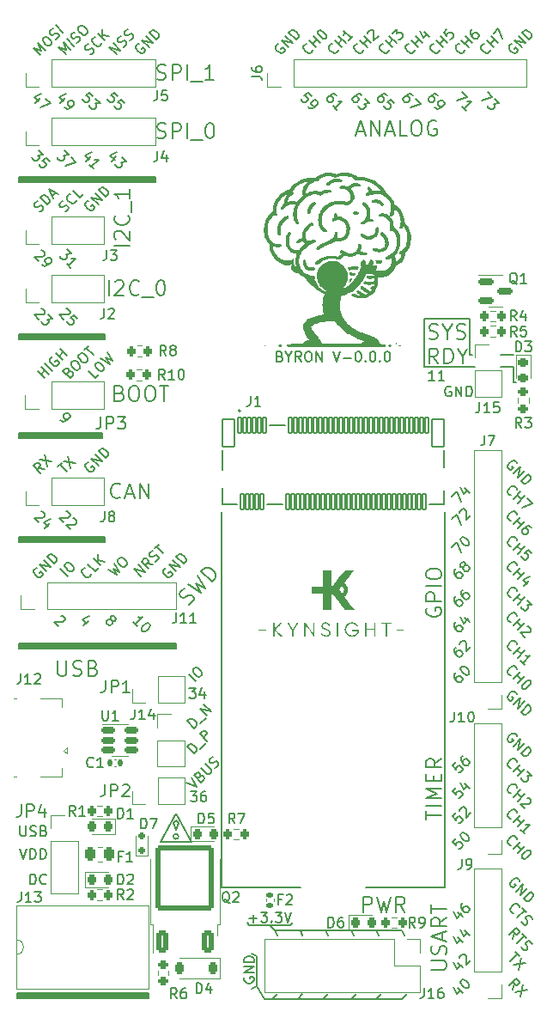
<source format=gto>
G04 #@! TF.GenerationSoftware,KiCad,Pcbnew,7.0.9+1*
G04 #@! TF.CreationDate,2023-12-16T14:52:44+01:00*
G04 #@! TF.ProjectId,byron,6279726f-6e2e-46b6-9963-61645f706362,rev?*
G04 #@! TF.SameCoordinates,Original*
G04 #@! TF.FileFunction,Legend,Top*
G04 #@! TF.FilePolarity,Positive*
%FSLAX46Y46*%
G04 Gerber Fmt 4.6, Leading zero omitted, Abs format (unit mm)*
G04 Created by KiCad (PCBNEW 7.0.9+1) date 2023-12-16 14:52:44*
%MOMM*%
%LPD*%
G01*
G04 APERTURE LIST*
G04 Aperture macros list*
%AMRoundRect*
0 Rectangle with rounded corners*
0 $1 Rounding radius*
0 $2 $3 $4 $5 $6 $7 $8 $9 X,Y pos of 4 corners*
0 Add a 4 corners polygon primitive as box body*
4,1,4,$2,$3,$4,$5,$6,$7,$8,$9,$2,$3,0*
0 Add four circle primitives for the rounded corners*
1,1,$1+$1,$2,$3*
1,1,$1+$1,$4,$5*
1,1,$1+$1,$6,$7*
1,1,$1+$1,$8,$9*
0 Add four rect primitives between the rounded corners*
20,1,$1+$1,$2,$3,$4,$5,0*
20,1,$1+$1,$4,$5,$6,$7,0*
20,1,$1+$1,$6,$7,$8,$9,0*
20,1,$1+$1,$8,$9,$2,$3,0*%
G04 Aperture macros list end*
%ADD10C,0.150000*%
%ADD11C,0.200000*%
%ADD12C,0.120000*%
%ADD13C,0.127000*%
%ADD14RoundRect,0.200000X-0.275000X0.200000X-0.275000X-0.200000X0.275000X-0.200000X0.275000X0.200000X0*%
%ADD15R,1.700000X1.700000*%
%ADD16O,1.700000X1.700000*%
%ADD17RoundRect,0.250000X0.350000X-0.850000X0.350000X0.850000X-0.350000X0.850000X-0.350000X-0.850000X0*%
%ADD18RoundRect,0.249997X2.650003X-2.950003X2.650003X2.950003X-2.650003X2.950003X-2.650003X-2.950003X0*%
%ADD19RoundRect,0.218750X-0.218750X-0.256250X0.218750X-0.256250X0.218750X0.256250X-0.218750X0.256250X0*%
%ADD20RoundRect,0.200000X0.200000X0.275000X-0.200000X0.275000X-0.200000X-0.275000X0.200000X-0.275000X0*%
%ADD21RoundRect,0.135000X0.185000X-0.135000X0.185000X0.135000X-0.185000X0.135000X-0.185000X-0.135000X0*%
%ADD22RoundRect,0.200000X-0.200000X-0.275000X0.200000X-0.275000X0.200000X0.275000X-0.200000X0.275000X0*%
%ADD23RoundRect,0.250000X-0.262500X-0.450000X0.262500X-0.450000X0.262500X0.450000X-0.262500X0.450000X0*%
%ADD24C,5.600000*%
%ADD25RoundRect,0.140000X0.140000X0.170000X-0.140000X0.170000X-0.140000X-0.170000X0.140000X-0.170000X0*%
%ADD26C,1.150000*%
%ADD27C,1.650000*%
%ADD28RoundRect,0.072000X-0.150000X-0.775000X0.150000X-0.775000X0.150000X0.775000X-0.150000X0.775000X0*%
%ADD29RoundRect,0.072000X-0.600000X-1.375000X0.600000X-1.375000X0.600000X1.375000X-0.600000X1.375000X0*%
%ADD30RoundRect,0.150000X-0.200000X0.150000X-0.200000X-0.150000X0.200000X-0.150000X0.200000X0.150000X0*%
%ADD31RoundRect,0.218750X0.218750X0.256250X-0.218750X0.256250X-0.218750X-0.256250X0.218750X-0.256250X0*%
%ADD32RoundRect,0.150000X-0.512500X-0.150000X0.512500X-0.150000X0.512500X0.150000X-0.512500X0.150000X0*%
%ADD33RoundRect,0.200000X0.275000X-0.200000X0.275000X0.200000X-0.275000X0.200000X-0.275000X-0.200000X0*%
%ADD34RoundRect,0.218750X-0.256250X0.218750X-0.256250X-0.218750X0.256250X-0.218750X0.256250X0.218750X0*%
%ADD35RoundRect,0.225000X0.225000X0.375000X-0.225000X0.375000X-0.225000X-0.375000X0.225000X-0.375000X0*%
%ADD36RoundRect,0.150000X-0.587500X-0.150000X0.587500X-0.150000X0.587500X0.150000X-0.587500X0.150000X0*%
%ADD37R,1.350000X0.400000*%
%ADD38O,1.900000X1.000000*%
%ADD39R,1.900000X0.875000*%
%ADD40O,1.250000X1.050000*%
%ADD41R,1.900000X2.900000*%
%ADD42C,2.500000*%
G04 APERTURE END LIST*
D10*
X113700000Y-126950000D02*
X113200000Y-127450000D01*
X88075000Y-126900000D02*
X101025000Y-126900000D01*
X101025000Y-127400000D01*
X88075000Y-127400000D01*
X88075000Y-126900000D01*
G36*
X88075000Y-126900000D02*
G01*
X101025000Y-126900000D01*
X101025000Y-127400000D01*
X88075000Y-127400000D01*
X88075000Y-126900000D01*
G37*
X105200000Y-111950000D02*
X103700000Y-109200000D01*
X130200000Y-79450000D02*
X130200000Y-116450000D01*
X115200000Y-119950000D02*
X114950000Y-120200000D01*
X113700000Y-121200000D02*
X113450000Y-120700000D01*
X102200000Y-111950000D02*
X105200000Y-111950000D01*
X115950000Y-120700000D02*
X116200000Y-121200000D01*
X115950000Y-120700000D02*
X118450000Y-120700000D01*
X88200000Y-61950000D02*
X96700000Y-61950000D01*
X96700000Y-62450000D01*
X88200000Y-62450000D01*
X88200000Y-61950000D01*
G36*
X88200000Y-61950000D02*
G01*
X96700000Y-61950000D01*
X96700000Y-62450000D01*
X88200000Y-62450000D01*
X88200000Y-61950000D01*
G37*
X130200000Y-116450000D02*
X122450000Y-116450000D01*
X132700000Y-60450000D02*
X132700000Y-63950000D01*
X110950000Y-120200000D02*
X114950000Y-120200000D01*
X125950000Y-120700000D02*
X126200000Y-121200000D01*
X128200000Y-65200000D02*
X133200000Y-65200000D01*
X128200000Y-65200000D02*
X128200000Y-60450000D01*
X116200000Y-121200000D02*
X115950000Y-120700000D01*
X135700000Y-63950000D02*
X136950000Y-63950000D01*
X136950000Y-65200000D02*
X136950000Y-66700000D01*
X118700000Y-121200000D02*
X118450000Y-120700000D01*
X120950000Y-120700000D02*
X123450000Y-120700000D01*
X113450000Y-120700000D02*
X112950000Y-120200000D01*
X128950000Y-65200000D02*
X128450000Y-65200000D01*
X135950000Y-65200000D02*
X136950000Y-65200000D01*
X111200000Y-122950000D02*
X111700000Y-123200000D01*
X126450000Y-126950000D02*
X125950000Y-127450000D01*
X123950000Y-126950000D02*
X123450000Y-127450000D01*
X103450000Y-110075000D02*
X103700000Y-110825000D01*
X123700000Y-121200000D02*
X123450000Y-120700000D01*
X118700000Y-126950000D02*
X118200000Y-127450000D01*
X132700000Y-63950000D02*
X132950000Y-63950000D01*
X103700000Y-110825000D02*
X103950000Y-110075000D01*
X88200000Y-81950000D02*
X96700000Y-81950000D01*
X96700000Y-82450000D01*
X88200000Y-82450000D01*
X88200000Y-81950000D01*
G36*
X88200000Y-81950000D02*
G01*
X96700000Y-81950000D01*
X96700000Y-82450000D01*
X88200000Y-82450000D01*
X88200000Y-81950000D01*
G37*
X88200000Y-46450000D02*
X101700000Y-46450000D01*
X101700000Y-46950000D01*
X88200000Y-46950000D01*
X88200000Y-46450000D01*
G36*
X88200000Y-46450000D02*
G01*
X101700000Y-46450000D01*
X101700000Y-46950000D01*
X88200000Y-46950000D01*
X88200000Y-46450000D01*
G37*
X112450000Y-127450000D02*
X125950000Y-127450000D01*
X108200000Y-79450000D02*
X108200000Y-116450000D01*
X116200000Y-126950000D02*
X115700000Y-127450000D01*
X121200000Y-121200000D02*
X120950000Y-120700000D01*
X88200000Y-92450000D02*
X103700000Y-92450000D01*
X103700000Y-92950000D01*
X88200000Y-92950000D01*
X88200000Y-92450000D01*
G36*
X88200000Y-92450000D02*
G01*
X103700000Y-92450000D01*
X103700000Y-92950000D01*
X88200000Y-92950000D01*
X88200000Y-92450000D01*
G37*
X113450000Y-120700000D02*
X115950000Y-120700000D01*
X111700000Y-123200000D02*
X111700000Y-126200000D01*
X128200000Y-60450000D02*
X132700000Y-60450000D01*
X88200000Y-71700000D02*
X96450000Y-71700000D01*
X96450000Y-72200000D01*
X88200000Y-72200000D01*
X88200000Y-71700000D01*
G36*
X88200000Y-71700000D02*
G01*
X96450000Y-71700000D01*
X96450000Y-72200000D01*
X88200000Y-72200000D01*
X88200000Y-71700000D01*
G37*
X103950000Y-110075000D02*
X103700000Y-109825000D01*
X123450000Y-120700000D02*
X125950000Y-120700000D01*
X121450000Y-126950000D02*
X120950000Y-127450000D01*
X103950000Y-111450000D02*
G75*
G03*
X103950000Y-111450000I-250000J0D01*
G01*
X103700000Y-109825000D02*
X103450000Y-110075000D01*
X108200000Y-116450000D02*
X115950000Y-116450000D01*
X135950000Y-65200000D02*
X135700000Y-65200000D01*
X118450000Y-120700000D02*
X118700000Y-121200000D01*
X111700000Y-126200000D02*
X112450000Y-127450000D01*
X110700000Y-119950000D02*
X110950000Y-120200000D01*
X136950000Y-66700000D02*
X137200000Y-66700000D01*
X111700000Y-126200000D02*
X111200000Y-126450000D01*
X110950000Y-120200000D02*
X110700000Y-119950000D01*
X103700000Y-109200000D02*
X102200000Y-111950000D01*
X118450000Y-120700000D02*
X120950000Y-120700000D01*
X123450000Y-120700000D02*
X123700000Y-121200000D01*
X120950000Y-120700000D02*
X121200000Y-121200000D01*
X89956698Y-84989642D02*
X89855683Y-85023314D01*
X89855683Y-85023314D02*
X89754668Y-85124329D01*
X89754668Y-85124329D02*
X89687324Y-85259016D01*
X89687324Y-85259016D02*
X89687324Y-85393703D01*
X89687324Y-85393703D02*
X89720996Y-85494718D01*
X89720996Y-85494718D02*
X89822011Y-85663077D01*
X89822011Y-85663077D02*
X89923027Y-85764092D01*
X89923027Y-85764092D02*
X90091385Y-85865107D01*
X90091385Y-85865107D02*
X90192401Y-85898779D01*
X90192401Y-85898779D02*
X90327088Y-85898779D01*
X90327088Y-85898779D02*
X90461775Y-85831436D01*
X90461775Y-85831436D02*
X90529118Y-85764092D01*
X90529118Y-85764092D02*
X90596462Y-85629405D01*
X90596462Y-85629405D02*
X90596462Y-85562062D01*
X90596462Y-85562062D02*
X90360759Y-85326359D01*
X90360759Y-85326359D02*
X90226072Y-85461046D01*
X90966851Y-85326359D02*
X90259744Y-84619253D01*
X90259744Y-84619253D02*
X91370912Y-84922298D01*
X91370912Y-84922298D02*
X90663805Y-84215192D01*
X91707629Y-84585581D02*
X91000523Y-83878474D01*
X91000523Y-83878474D02*
X91168881Y-83710115D01*
X91168881Y-83710115D02*
X91303568Y-83642772D01*
X91303568Y-83642772D02*
X91438255Y-83642772D01*
X91438255Y-83642772D02*
X91539271Y-83676444D01*
X91539271Y-83676444D02*
X91707629Y-83777459D01*
X91707629Y-83777459D02*
X91808645Y-83878474D01*
X91808645Y-83878474D02*
X91909660Y-84046833D01*
X91909660Y-84046833D02*
X91943332Y-84147848D01*
X91943332Y-84147848D02*
X91943332Y-84282535D01*
X91943332Y-84282535D02*
X91875988Y-84417222D01*
X91875988Y-84417222D02*
X91707629Y-84585581D01*
X90386282Y-53672652D02*
X90453625Y-53672652D01*
X90453625Y-53672652D02*
X90554641Y-53706323D01*
X90554641Y-53706323D02*
X90722999Y-53874682D01*
X90722999Y-53874682D02*
X90756671Y-53975697D01*
X90756671Y-53975697D02*
X90756671Y-54043041D01*
X90756671Y-54043041D02*
X90722999Y-54144056D01*
X90722999Y-54144056D02*
X90655656Y-54211400D01*
X90655656Y-54211400D02*
X90520969Y-54278743D01*
X90520969Y-54278743D02*
X89712847Y-54278743D01*
X89712847Y-54278743D02*
X90150579Y-54716476D01*
X90487297Y-55053193D02*
X90621984Y-55187880D01*
X90621984Y-55187880D02*
X90722999Y-55221552D01*
X90722999Y-55221552D02*
X90790343Y-55221552D01*
X90790343Y-55221552D02*
X90958702Y-55187880D01*
X90958702Y-55187880D02*
X91127060Y-55086865D01*
X91127060Y-55086865D02*
X91396434Y-54817491D01*
X91396434Y-54817491D02*
X91430106Y-54716476D01*
X91430106Y-54716476D02*
X91430106Y-54649132D01*
X91430106Y-54649132D02*
X91396434Y-54548117D01*
X91396434Y-54548117D02*
X91261747Y-54413430D01*
X91261747Y-54413430D02*
X91160732Y-54379758D01*
X91160732Y-54379758D02*
X91093389Y-54379758D01*
X91093389Y-54379758D02*
X90992373Y-54413430D01*
X90992373Y-54413430D02*
X90824015Y-54581789D01*
X90824015Y-54581789D02*
X90790343Y-54682804D01*
X90790343Y-54682804D02*
X90790343Y-54750148D01*
X90790343Y-54750148D02*
X90824015Y-54851163D01*
X90824015Y-54851163D02*
X90958702Y-54985850D01*
X90958702Y-54985850D02*
X91059717Y-55019522D01*
X91059717Y-55019522D02*
X91127060Y-55019522D01*
X91127060Y-55019522D02*
X91228076Y-54985850D01*
X136751595Y-95562804D02*
X136684251Y-95562804D01*
X136684251Y-95562804D02*
X136549564Y-95495461D01*
X136549564Y-95495461D02*
X136482221Y-95428117D01*
X136482221Y-95428117D02*
X136414877Y-95293430D01*
X136414877Y-95293430D02*
X136414877Y-95158743D01*
X136414877Y-95158743D02*
X136448549Y-95057728D01*
X136448549Y-95057728D02*
X136549564Y-94889369D01*
X136549564Y-94889369D02*
X136650579Y-94788354D01*
X136650579Y-94788354D02*
X136818938Y-94687339D01*
X136818938Y-94687339D02*
X136919953Y-94653667D01*
X136919953Y-94653667D02*
X137054641Y-94653667D01*
X137054641Y-94653667D02*
X137189328Y-94721010D01*
X137189328Y-94721010D02*
X137256671Y-94788354D01*
X137256671Y-94788354D02*
X137324015Y-94923041D01*
X137324015Y-94923041D02*
X137324015Y-94990384D01*
X136987297Y-95933193D02*
X137694404Y-95226087D01*
X137357686Y-95562804D02*
X137761747Y-95966865D01*
X137391358Y-96337254D02*
X138098465Y-95630148D01*
X138569869Y-96101552D02*
X138637213Y-96168896D01*
X138637213Y-96168896D02*
X138670885Y-96269911D01*
X138670885Y-96269911D02*
X138670885Y-96337254D01*
X138670885Y-96337254D02*
X138637213Y-96438270D01*
X138637213Y-96438270D02*
X138536198Y-96606628D01*
X138536198Y-96606628D02*
X138367839Y-96774987D01*
X138367839Y-96774987D02*
X138199480Y-96876002D01*
X138199480Y-96876002D02*
X138098465Y-96909674D01*
X138098465Y-96909674D02*
X138031121Y-96909674D01*
X138031121Y-96909674D02*
X137930106Y-96876002D01*
X137930106Y-96876002D02*
X137862763Y-96808659D01*
X137862763Y-96808659D02*
X137829091Y-96707644D01*
X137829091Y-96707644D02*
X137829091Y-96640300D01*
X137829091Y-96640300D02*
X137862763Y-96539285D01*
X137862763Y-96539285D02*
X137963778Y-96370926D01*
X137963778Y-96370926D02*
X138132137Y-96202567D01*
X138132137Y-96202567D02*
X138300495Y-96101552D01*
X138300495Y-96101552D02*
X138401511Y-96067880D01*
X138401511Y-96067880D02*
X138468854Y-96067880D01*
X138468854Y-96067880D02*
X138569869Y-96101552D01*
X136751595Y-104682804D02*
X136684251Y-104682804D01*
X136684251Y-104682804D02*
X136549564Y-104615461D01*
X136549564Y-104615461D02*
X136482221Y-104548117D01*
X136482221Y-104548117D02*
X136414877Y-104413430D01*
X136414877Y-104413430D02*
X136414877Y-104278743D01*
X136414877Y-104278743D02*
X136448549Y-104177728D01*
X136448549Y-104177728D02*
X136549564Y-104009369D01*
X136549564Y-104009369D02*
X136650579Y-103908354D01*
X136650579Y-103908354D02*
X136818938Y-103807339D01*
X136818938Y-103807339D02*
X136919953Y-103773667D01*
X136919953Y-103773667D02*
X137054641Y-103773667D01*
X137054641Y-103773667D02*
X137189328Y-103841010D01*
X137189328Y-103841010D02*
X137256671Y-103908354D01*
X137256671Y-103908354D02*
X137324015Y-104043041D01*
X137324015Y-104043041D02*
X137324015Y-104110384D01*
X136987297Y-105053193D02*
X137694404Y-104346087D01*
X137357686Y-104682804D02*
X137761747Y-105086865D01*
X137391358Y-105457254D02*
X138098465Y-104750148D01*
X138367839Y-105019522D02*
X138805572Y-105457254D01*
X138805572Y-105457254D02*
X138300495Y-105490926D01*
X138300495Y-105490926D02*
X138401511Y-105591941D01*
X138401511Y-105591941D02*
X138435182Y-105692957D01*
X138435182Y-105692957D02*
X138435182Y-105760300D01*
X138435182Y-105760300D02*
X138401511Y-105861315D01*
X138401511Y-105861315D02*
X138233152Y-106029674D01*
X138233152Y-106029674D02*
X138132137Y-106063346D01*
X138132137Y-106063346D02*
X138064793Y-106063346D01*
X138064793Y-106063346D02*
X137963778Y-106029674D01*
X137963778Y-106029674D02*
X137761747Y-105827644D01*
X137761747Y-105827644D02*
X137728075Y-105726628D01*
X137728075Y-105726628D02*
X137728075Y-105659285D01*
X96096462Y-65946749D02*
X95759744Y-66283466D01*
X95759744Y-66283466D02*
X95052637Y-65576359D01*
X95759744Y-64869253D02*
X95894431Y-64734566D01*
X95894431Y-64734566D02*
X95995446Y-64700894D01*
X95995446Y-64700894D02*
X96130133Y-64700894D01*
X96130133Y-64700894D02*
X96298492Y-64801909D01*
X96298492Y-64801909D02*
X96534194Y-65037611D01*
X96534194Y-65037611D02*
X96635210Y-65205970D01*
X96635210Y-65205970D02*
X96635210Y-65340657D01*
X96635210Y-65340657D02*
X96601538Y-65441672D01*
X96601538Y-65441672D02*
X96466851Y-65576359D01*
X96466851Y-65576359D02*
X96365836Y-65610031D01*
X96365836Y-65610031D02*
X96231149Y-65610031D01*
X96231149Y-65610031D02*
X96062790Y-65509016D01*
X96062790Y-65509016D02*
X95827088Y-65273314D01*
X95827088Y-65273314D02*
X95726072Y-65104955D01*
X95726072Y-65104955D02*
X95726072Y-64970268D01*
X95726072Y-64970268D02*
X95759744Y-64869253D01*
X96298492Y-64330505D02*
X97173958Y-64869253D01*
X97173958Y-64869253D02*
X96803568Y-64229489D01*
X96803568Y-64229489D02*
X97443332Y-64599879D01*
X97443332Y-64599879D02*
X96904584Y-63724413D01*
X122199999Y-118886128D02*
X122199999Y-117386128D01*
X122199999Y-117386128D02*
X122771428Y-117386128D01*
X122771428Y-117386128D02*
X122914285Y-117457557D01*
X122914285Y-117457557D02*
X122985714Y-117528985D01*
X122985714Y-117528985D02*
X123057142Y-117671842D01*
X123057142Y-117671842D02*
X123057142Y-117886128D01*
X123057142Y-117886128D02*
X122985714Y-118028985D01*
X122985714Y-118028985D02*
X122914285Y-118100414D01*
X122914285Y-118100414D02*
X122771428Y-118171842D01*
X122771428Y-118171842D02*
X122199999Y-118171842D01*
X123557142Y-117386128D02*
X123914285Y-118886128D01*
X123914285Y-118886128D02*
X124199999Y-117814700D01*
X124199999Y-117814700D02*
X124485714Y-118886128D01*
X124485714Y-118886128D02*
X124842857Y-117386128D01*
X126271428Y-118886128D02*
X125771428Y-118171842D01*
X125414285Y-118886128D02*
X125414285Y-117386128D01*
X125414285Y-117386128D02*
X125985714Y-117386128D01*
X125985714Y-117386128D02*
X126128571Y-117457557D01*
X126128571Y-117457557D02*
X126200000Y-117528985D01*
X126200000Y-117528985D02*
X126271428Y-117671842D01*
X126271428Y-117671842D02*
X126271428Y-117886128D01*
X126271428Y-117886128D02*
X126200000Y-118028985D01*
X126200000Y-118028985D02*
X126128571Y-118100414D01*
X126128571Y-118100414D02*
X125985714Y-118171842D01*
X125985714Y-118171842D02*
X125414285Y-118171842D01*
X95278743Y-34369809D02*
X95413430Y-34302465D01*
X95413430Y-34302465D02*
X95581789Y-34134107D01*
X95581789Y-34134107D02*
X95615461Y-34033091D01*
X95615461Y-34033091D02*
X95615461Y-33965748D01*
X95615461Y-33965748D02*
X95581789Y-33864733D01*
X95581789Y-33864733D02*
X95514445Y-33797389D01*
X95514445Y-33797389D02*
X95413430Y-33763717D01*
X95413430Y-33763717D02*
X95346087Y-33763717D01*
X95346087Y-33763717D02*
X95245071Y-33797389D01*
X95245071Y-33797389D02*
X95076713Y-33898404D01*
X95076713Y-33898404D02*
X94975697Y-33932076D01*
X94975697Y-33932076D02*
X94908354Y-33932076D01*
X94908354Y-33932076D02*
X94807339Y-33898404D01*
X94807339Y-33898404D02*
X94739995Y-33831061D01*
X94739995Y-33831061D02*
X94706323Y-33730046D01*
X94706323Y-33730046D02*
X94706323Y-33662702D01*
X94706323Y-33662702D02*
X94739995Y-33561687D01*
X94739995Y-33561687D02*
X94908354Y-33393328D01*
X94908354Y-33393328D02*
X95043041Y-33325984D01*
X96356239Y-33224969D02*
X96356239Y-33292313D01*
X96356239Y-33292313D02*
X96288896Y-33427000D01*
X96288896Y-33427000D02*
X96221552Y-33494343D01*
X96221552Y-33494343D02*
X96086865Y-33561687D01*
X96086865Y-33561687D02*
X95952178Y-33561687D01*
X95952178Y-33561687D02*
X95851163Y-33528015D01*
X95851163Y-33528015D02*
X95682804Y-33427000D01*
X95682804Y-33427000D02*
X95581789Y-33325984D01*
X95581789Y-33325984D02*
X95480774Y-33157626D01*
X95480774Y-33157626D02*
X95447102Y-33056610D01*
X95447102Y-33056610D02*
X95447102Y-32921923D01*
X95447102Y-32921923D02*
X95514445Y-32787236D01*
X95514445Y-32787236D02*
X95581789Y-32719893D01*
X95581789Y-32719893D02*
X95716476Y-32652549D01*
X95716476Y-32652549D02*
X95783819Y-32652549D01*
X96726628Y-32989267D02*
X96019522Y-32282160D01*
X97130689Y-32585206D02*
X96423583Y-32484191D01*
X96423583Y-31878099D02*
X96423583Y-32686221D01*
X110452438Y-125339411D02*
X110404819Y-125434649D01*
X110404819Y-125434649D02*
X110404819Y-125577506D01*
X110404819Y-125577506D02*
X110452438Y-125720363D01*
X110452438Y-125720363D02*
X110547676Y-125815601D01*
X110547676Y-125815601D02*
X110642914Y-125863220D01*
X110642914Y-125863220D02*
X110833390Y-125910839D01*
X110833390Y-125910839D02*
X110976247Y-125910839D01*
X110976247Y-125910839D02*
X111166723Y-125863220D01*
X111166723Y-125863220D02*
X111261961Y-125815601D01*
X111261961Y-125815601D02*
X111357200Y-125720363D01*
X111357200Y-125720363D02*
X111404819Y-125577506D01*
X111404819Y-125577506D02*
X111404819Y-125482268D01*
X111404819Y-125482268D02*
X111357200Y-125339411D01*
X111357200Y-125339411D02*
X111309580Y-125291792D01*
X111309580Y-125291792D02*
X110976247Y-125291792D01*
X110976247Y-125291792D02*
X110976247Y-125482268D01*
X111404819Y-124863220D02*
X110404819Y-124863220D01*
X110404819Y-124863220D02*
X111404819Y-124291792D01*
X111404819Y-124291792D02*
X110404819Y-124291792D01*
X111404819Y-123815601D02*
X110404819Y-123815601D01*
X110404819Y-123815601D02*
X110404819Y-123577506D01*
X110404819Y-123577506D02*
X110452438Y-123434649D01*
X110452438Y-123434649D02*
X110547676Y-123339411D01*
X110547676Y-123339411D02*
X110642914Y-123291792D01*
X110642914Y-123291792D02*
X110833390Y-123244173D01*
X110833390Y-123244173D02*
X110976247Y-123244173D01*
X110976247Y-123244173D02*
X111166723Y-123291792D01*
X111166723Y-123291792D02*
X111261961Y-123339411D01*
X111261961Y-123339411D02*
X111357200Y-123434649D01*
X111357200Y-123434649D02*
X111404819Y-123577506D01*
X111404819Y-123577506D02*
X111404819Y-123815601D01*
X98235714Y-77993271D02*
X98164286Y-78064700D01*
X98164286Y-78064700D02*
X97950000Y-78136128D01*
X97950000Y-78136128D02*
X97807143Y-78136128D01*
X97807143Y-78136128D02*
X97592857Y-78064700D01*
X97592857Y-78064700D02*
X97450000Y-77921842D01*
X97450000Y-77921842D02*
X97378571Y-77778985D01*
X97378571Y-77778985D02*
X97307143Y-77493271D01*
X97307143Y-77493271D02*
X97307143Y-77278985D01*
X97307143Y-77278985D02*
X97378571Y-76993271D01*
X97378571Y-76993271D02*
X97450000Y-76850414D01*
X97450000Y-76850414D02*
X97592857Y-76707557D01*
X97592857Y-76707557D02*
X97807143Y-76636128D01*
X97807143Y-76636128D02*
X97950000Y-76636128D01*
X97950000Y-76636128D02*
X98164286Y-76707557D01*
X98164286Y-76707557D02*
X98235714Y-76778985D01*
X98807143Y-77707557D02*
X99521429Y-77707557D01*
X98664286Y-78136128D02*
X99164286Y-76636128D01*
X99164286Y-76636128D02*
X99664286Y-78136128D01*
X100164285Y-78136128D02*
X100164285Y-76636128D01*
X100164285Y-76636128D02*
X101021428Y-78136128D01*
X101021428Y-78136128D02*
X101021428Y-76636128D01*
X130912521Y-77923791D02*
X131383925Y-77452386D01*
X131383925Y-77452386D02*
X131787986Y-78462539D01*
X132192047Y-77115669D02*
X132663452Y-77587073D01*
X131754315Y-77014653D02*
X132091032Y-77688089D01*
X132091032Y-77688089D02*
X132528765Y-77250356D01*
X98155826Y-67750414D02*
X98370112Y-67821842D01*
X98370112Y-67821842D02*
X98441541Y-67893271D01*
X98441541Y-67893271D02*
X98512969Y-68036128D01*
X98512969Y-68036128D02*
X98512969Y-68250414D01*
X98512969Y-68250414D02*
X98441541Y-68393271D01*
X98441541Y-68393271D02*
X98370112Y-68464700D01*
X98370112Y-68464700D02*
X98227255Y-68536128D01*
X98227255Y-68536128D02*
X97655826Y-68536128D01*
X97655826Y-68536128D02*
X97655826Y-67036128D01*
X97655826Y-67036128D02*
X98155826Y-67036128D01*
X98155826Y-67036128D02*
X98298684Y-67107557D01*
X98298684Y-67107557D02*
X98370112Y-67178985D01*
X98370112Y-67178985D02*
X98441541Y-67321842D01*
X98441541Y-67321842D02*
X98441541Y-67464700D01*
X98441541Y-67464700D02*
X98370112Y-67607557D01*
X98370112Y-67607557D02*
X98298684Y-67678985D01*
X98298684Y-67678985D02*
X98155826Y-67750414D01*
X98155826Y-67750414D02*
X97655826Y-67750414D01*
X99441541Y-67036128D02*
X99727255Y-67036128D01*
X99727255Y-67036128D02*
X99870112Y-67107557D01*
X99870112Y-67107557D02*
X100012969Y-67250414D01*
X100012969Y-67250414D02*
X100084398Y-67536128D01*
X100084398Y-67536128D02*
X100084398Y-68036128D01*
X100084398Y-68036128D02*
X100012969Y-68321842D01*
X100012969Y-68321842D02*
X99870112Y-68464700D01*
X99870112Y-68464700D02*
X99727255Y-68536128D01*
X99727255Y-68536128D02*
X99441541Y-68536128D01*
X99441541Y-68536128D02*
X99298684Y-68464700D01*
X99298684Y-68464700D02*
X99155826Y-68321842D01*
X99155826Y-68321842D02*
X99084398Y-68036128D01*
X99084398Y-68036128D02*
X99084398Y-67536128D01*
X99084398Y-67536128D02*
X99155826Y-67250414D01*
X99155826Y-67250414D02*
X99298684Y-67107557D01*
X99298684Y-67107557D02*
X99441541Y-67036128D01*
X101012970Y-67036128D02*
X101298684Y-67036128D01*
X101298684Y-67036128D02*
X101441541Y-67107557D01*
X101441541Y-67107557D02*
X101584398Y-67250414D01*
X101584398Y-67250414D02*
X101655827Y-67536128D01*
X101655827Y-67536128D02*
X101655827Y-68036128D01*
X101655827Y-68036128D02*
X101584398Y-68321842D01*
X101584398Y-68321842D02*
X101441541Y-68464700D01*
X101441541Y-68464700D02*
X101298684Y-68536128D01*
X101298684Y-68536128D02*
X101012970Y-68536128D01*
X101012970Y-68536128D02*
X100870113Y-68464700D01*
X100870113Y-68464700D02*
X100727255Y-68321842D01*
X100727255Y-68321842D02*
X100655827Y-68036128D01*
X100655827Y-68036128D02*
X100655827Y-67536128D01*
X100655827Y-67536128D02*
X100727255Y-67250414D01*
X100727255Y-67250414D02*
X100870113Y-67107557D01*
X100870113Y-67107557D02*
X101012970Y-67036128D01*
X102084399Y-67036128D02*
X102941542Y-67036128D01*
X102512970Y-68536128D02*
X102512970Y-67036128D01*
X127040343Y-38442026D02*
X126905656Y-38307339D01*
X126905656Y-38307339D02*
X126804641Y-38273667D01*
X126804641Y-38273667D02*
X126737297Y-38273667D01*
X126737297Y-38273667D02*
X126568938Y-38307339D01*
X126568938Y-38307339D02*
X126400579Y-38408354D01*
X126400579Y-38408354D02*
X126131205Y-38677728D01*
X126131205Y-38677728D02*
X126097534Y-38778743D01*
X126097534Y-38778743D02*
X126097534Y-38846087D01*
X126097534Y-38846087D02*
X126131205Y-38947102D01*
X126131205Y-38947102D02*
X126265892Y-39081789D01*
X126265892Y-39081789D02*
X126366908Y-39115461D01*
X126366908Y-39115461D02*
X126434251Y-39115461D01*
X126434251Y-39115461D02*
X126535266Y-39081789D01*
X126535266Y-39081789D02*
X126703625Y-38913430D01*
X126703625Y-38913430D02*
X126737297Y-38812415D01*
X126737297Y-38812415D02*
X126737297Y-38745071D01*
X126737297Y-38745071D02*
X126703625Y-38644056D01*
X126703625Y-38644056D02*
X126568938Y-38509369D01*
X126568938Y-38509369D02*
X126467923Y-38475697D01*
X126467923Y-38475697D02*
X126400579Y-38475697D01*
X126400579Y-38475697D02*
X126299564Y-38509369D01*
X127343389Y-38745071D02*
X127814793Y-39216476D01*
X127814793Y-39216476D02*
X126804641Y-39620537D01*
X132182804Y-33898404D02*
X132182804Y-33965748D01*
X132182804Y-33965748D02*
X132115461Y-34100435D01*
X132115461Y-34100435D02*
X132048117Y-34167778D01*
X132048117Y-34167778D02*
X131913430Y-34235122D01*
X131913430Y-34235122D02*
X131778743Y-34235122D01*
X131778743Y-34235122D02*
X131677728Y-34201450D01*
X131677728Y-34201450D02*
X131509369Y-34100435D01*
X131509369Y-34100435D02*
X131408354Y-33999420D01*
X131408354Y-33999420D02*
X131307339Y-33831061D01*
X131307339Y-33831061D02*
X131273667Y-33730046D01*
X131273667Y-33730046D02*
X131273667Y-33595358D01*
X131273667Y-33595358D02*
X131341010Y-33460671D01*
X131341010Y-33460671D02*
X131408354Y-33393328D01*
X131408354Y-33393328D02*
X131543041Y-33325984D01*
X131543041Y-33325984D02*
X131610384Y-33325984D01*
X132553193Y-33662702D02*
X131846087Y-32955595D01*
X132182804Y-33292313D02*
X132586865Y-32888252D01*
X132957254Y-33258641D02*
X132250148Y-32551534D01*
X132889911Y-31911771D02*
X132755224Y-32046458D01*
X132755224Y-32046458D02*
X132721552Y-32147473D01*
X132721552Y-32147473D02*
X132721552Y-32214817D01*
X132721552Y-32214817D02*
X132755224Y-32383175D01*
X132755224Y-32383175D02*
X132856239Y-32551534D01*
X132856239Y-32551534D02*
X133125613Y-32820908D01*
X133125613Y-32820908D02*
X133226628Y-32854580D01*
X133226628Y-32854580D02*
X133293972Y-32854580D01*
X133293972Y-32854580D02*
X133394987Y-32820908D01*
X133394987Y-32820908D02*
X133529674Y-32686221D01*
X133529674Y-32686221D02*
X133563346Y-32585206D01*
X133563346Y-32585206D02*
X133563346Y-32517862D01*
X133563346Y-32517862D02*
X133529674Y-32416847D01*
X133529674Y-32416847D02*
X133361315Y-32248488D01*
X133361315Y-32248488D02*
X133260300Y-32214817D01*
X133260300Y-32214817D02*
X133192957Y-32214817D01*
X133192957Y-32214817D02*
X133091941Y-32248488D01*
X133091941Y-32248488D02*
X132957254Y-32383175D01*
X132957254Y-32383175D02*
X132923583Y-32484191D01*
X132923583Y-32484191D02*
X132923583Y-32551534D01*
X132923583Y-32551534D02*
X132957254Y-32652549D01*
X92769107Y-38677728D02*
X92297702Y-39149132D01*
X92870122Y-38239995D02*
X92196687Y-38576713D01*
X92196687Y-38576713D02*
X92634419Y-39014445D01*
X92701763Y-39553193D02*
X92836450Y-39687880D01*
X92836450Y-39687880D02*
X92937465Y-39721552D01*
X92937465Y-39721552D02*
X93004809Y-39721552D01*
X93004809Y-39721552D02*
X93173168Y-39687880D01*
X93173168Y-39687880D02*
X93341526Y-39586865D01*
X93341526Y-39586865D02*
X93610900Y-39317491D01*
X93610900Y-39317491D02*
X93644572Y-39216476D01*
X93644572Y-39216476D02*
X93644572Y-39149132D01*
X93644572Y-39149132D02*
X93610900Y-39048117D01*
X93610900Y-39048117D02*
X93476213Y-38913430D01*
X93476213Y-38913430D02*
X93375198Y-38879758D01*
X93375198Y-38879758D02*
X93307855Y-38879758D01*
X93307855Y-38879758D02*
X93206839Y-38913430D01*
X93206839Y-38913430D02*
X93038481Y-39081789D01*
X93038481Y-39081789D02*
X93004809Y-39182804D01*
X93004809Y-39182804D02*
X93004809Y-39250148D01*
X93004809Y-39250148D02*
X93038481Y-39351163D01*
X93038481Y-39351163D02*
X93173168Y-39485850D01*
X93173168Y-39485850D02*
X93274183Y-39519522D01*
X93274183Y-39519522D02*
X93341526Y-39519522D01*
X93341526Y-39519522D02*
X93442542Y-39485850D01*
X97804641Y-44427728D02*
X97333236Y-44899132D01*
X97905656Y-43989995D02*
X97232221Y-44326713D01*
X97232221Y-44326713D02*
X97669953Y-44764445D01*
X98343389Y-44495071D02*
X98781121Y-44932804D01*
X98781121Y-44932804D02*
X98276045Y-44966476D01*
X98276045Y-44966476D02*
X98377060Y-45067491D01*
X98377060Y-45067491D02*
X98410732Y-45168506D01*
X98410732Y-45168506D02*
X98410732Y-45235850D01*
X98410732Y-45235850D02*
X98377060Y-45336865D01*
X98377060Y-45336865D02*
X98208702Y-45505224D01*
X98208702Y-45505224D02*
X98107686Y-45538896D01*
X98107686Y-45538896D02*
X98040343Y-45538896D01*
X98040343Y-45538896D02*
X97939328Y-45505224D01*
X97939328Y-45505224D02*
X97737297Y-45303193D01*
X97737297Y-45303193D02*
X97703625Y-45202178D01*
X97703625Y-45202178D02*
X97703625Y-45134835D01*
X136751595Y-112302804D02*
X136684251Y-112302804D01*
X136684251Y-112302804D02*
X136549564Y-112235461D01*
X136549564Y-112235461D02*
X136482221Y-112168117D01*
X136482221Y-112168117D02*
X136414877Y-112033430D01*
X136414877Y-112033430D02*
X136414877Y-111898743D01*
X136414877Y-111898743D02*
X136448549Y-111797728D01*
X136448549Y-111797728D02*
X136549564Y-111629369D01*
X136549564Y-111629369D02*
X136650579Y-111528354D01*
X136650579Y-111528354D02*
X136818938Y-111427339D01*
X136818938Y-111427339D02*
X136919953Y-111393667D01*
X136919953Y-111393667D02*
X137054641Y-111393667D01*
X137054641Y-111393667D02*
X137189328Y-111461010D01*
X137189328Y-111461010D02*
X137256671Y-111528354D01*
X137256671Y-111528354D02*
X137324015Y-111663041D01*
X137324015Y-111663041D02*
X137324015Y-111730384D01*
X136987297Y-112673193D02*
X137694404Y-111966087D01*
X137357686Y-112302804D02*
X137761747Y-112706865D01*
X137391358Y-113077254D02*
X138098465Y-112370148D01*
X138569869Y-112841552D02*
X138637213Y-112908896D01*
X138637213Y-112908896D02*
X138670885Y-113009911D01*
X138670885Y-113009911D02*
X138670885Y-113077254D01*
X138670885Y-113077254D02*
X138637213Y-113178270D01*
X138637213Y-113178270D02*
X138536198Y-113346628D01*
X138536198Y-113346628D02*
X138367839Y-113514987D01*
X138367839Y-113514987D02*
X138199480Y-113616002D01*
X138199480Y-113616002D02*
X138098465Y-113649674D01*
X138098465Y-113649674D02*
X138031121Y-113649674D01*
X138031121Y-113649674D02*
X137930106Y-113616002D01*
X137930106Y-113616002D02*
X137862763Y-113548659D01*
X137862763Y-113548659D02*
X137829091Y-113447644D01*
X137829091Y-113447644D02*
X137829091Y-113380300D01*
X137829091Y-113380300D02*
X137862763Y-113279285D01*
X137862763Y-113279285D02*
X137963778Y-113110926D01*
X137963778Y-113110926D02*
X138132137Y-112942567D01*
X138132137Y-112942567D02*
X138300495Y-112841552D01*
X138300495Y-112841552D02*
X138401511Y-112807880D01*
X138401511Y-112807880D02*
X138468854Y-112807880D01*
X138468854Y-112807880D02*
X138569869Y-112841552D01*
X92057142Y-94136128D02*
X92057142Y-95350414D01*
X92057142Y-95350414D02*
X92128571Y-95493271D01*
X92128571Y-95493271D02*
X92200000Y-95564700D01*
X92200000Y-95564700D02*
X92342857Y-95636128D01*
X92342857Y-95636128D02*
X92628571Y-95636128D01*
X92628571Y-95636128D02*
X92771428Y-95564700D01*
X92771428Y-95564700D02*
X92842857Y-95493271D01*
X92842857Y-95493271D02*
X92914285Y-95350414D01*
X92914285Y-95350414D02*
X92914285Y-94136128D01*
X93557143Y-95564700D02*
X93771429Y-95636128D01*
X93771429Y-95636128D02*
X94128571Y-95636128D01*
X94128571Y-95636128D02*
X94271429Y-95564700D01*
X94271429Y-95564700D02*
X94342857Y-95493271D01*
X94342857Y-95493271D02*
X94414286Y-95350414D01*
X94414286Y-95350414D02*
X94414286Y-95207557D01*
X94414286Y-95207557D02*
X94342857Y-95064700D01*
X94342857Y-95064700D02*
X94271429Y-94993271D01*
X94271429Y-94993271D02*
X94128571Y-94921842D01*
X94128571Y-94921842D02*
X93842857Y-94850414D01*
X93842857Y-94850414D02*
X93700000Y-94778985D01*
X93700000Y-94778985D02*
X93628571Y-94707557D01*
X93628571Y-94707557D02*
X93557143Y-94564700D01*
X93557143Y-94564700D02*
X93557143Y-94421842D01*
X93557143Y-94421842D02*
X93628571Y-94278985D01*
X93628571Y-94278985D02*
X93700000Y-94207557D01*
X93700000Y-94207557D02*
X93842857Y-94136128D01*
X93842857Y-94136128D02*
X94200000Y-94136128D01*
X94200000Y-94136128D02*
X94414286Y-94207557D01*
X95557142Y-94850414D02*
X95771428Y-94921842D01*
X95771428Y-94921842D02*
X95842857Y-94993271D01*
X95842857Y-94993271D02*
X95914285Y-95136128D01*
X95914285Y-95136128D02*
X95914285Y-95350414D01*
X95914285Y-95350414D02*
X95842857Y-95493271D01*
X95842857Y-95493271D02*
X95771428Y-95564700D01*
X95771428Y-95564700D02*
X95628571Y-95636128D01*
X95628571Y-95636128D02*
X95057142Y-95636128D01*
X95057142Y-95636128D02*
X95057142Y-94136128D01*
X95057142Y-94136128D02*
X95557142Y-94136128D01*
X95557142Y-94136128D02*
X95700000Y-94207557D01*
X95700000Y-94207557D02*
X95771428Y-94278985D01*
X95771428Y-94278985D02*
X95842857Y-94421842D01*
X95842857Y-94421842D02*
X95842857Y-94564700D01*
X95842857Y-94564700D02*
X95771428Y-94707557D01*
X95771428Y-94707557D02*
X95700000Y-94778985D01*
X95700000Y-94778985D02*
X95557142Y-94850414D01*
X95557142Y-94850414D02*
X95057142Y-94850414D01*
X134682804Y-33898404D02*
X134682804Y-33965748D01*
X134682804Y-33965748D02*
X134615461Y-34100435D01*
X134615461Y-34100435D02*
X134548117Y-34167778D01*
X134548117Y-34167778D02*
X134413430Y-34235122D01*
X134413430Y-34235122D02*
X134278743Y-34235122D01*
X134278743Y-34235122D02*
X134177728Y-34201450D01*
X134177728Y-34201450D02*
X134009369Y-34100435D01*
X134009369Y-34100435D02*
X133908354Y-33999420D01*
X133908354Y-33999420D02*
X133807339Y-33831061D01*
X133807339Y-33831061D02*
X133773667Y-33730046D01*
X133773667Y-33730046D02*
X133773667Y-33595358D01*
X133773667Y-33595358D02*
X133841010Y-33460671D01*
X133841010Y-33460671D02*
X133908354Y-33393328D01*
X133908354Y-33393328D02*
X134043041Y-33325984D01*
X134043041Y-33325984D02*
X134110384Y-33325984D01*
X135053193Y-33662702D02*
X134346087Y-32955595D01*
X134682804Y-33292313D02*
X135086865Y-32888252D01*
X135457254Y-33258641D02*
X134750148Y-32551534D01*
X135019522Y-32282160D02*
X135490926Y-31810756D01*
X135490926Y-31810756D02*
X135894987Y-32820908D01*
X95043041Y-74575984D02*
X94942026Y-74609656D01*
X94942026Y-74609656D02*
X94841010Y-74710671D01*
X94841010Y-74710671D02*
X94773667Y-74845358D01*
X94773667Y-74845358D02*
X94773667Y-74980046D01*
X94773667Y-74980046D02*
X94807339Y-75081061D01*
X94807339Y-75081061D02*
X94908354Y-75249420D01*
X94908354Y-75249420D02*
X95009369Y-75350435D01*
X95009369Y-75350435D02*
X95177728Y-75451450D01*
X95177728Y-75451450D02*
X95278743Y-75485122D01*
X95278743Y-75485122D02*
X95413430Y-75485122D01*
X95413430Y-75485122D02*
X95548117Y-75417778D01*
X95548117Y-75417778D02*
X95615461Y-75350435D01*
X95615461Y-75350435D02*
X95682804Y-75215748D01*
X95682804Y-75215748D02*
X95682804Y-75148404D01*
X95682804Y-75148404D02*
X95447102Y-74912702D01*
X95447102Y-74912702D02*
X95312415Y-75047389D01*
X96053193Y-74912702D02*
X95346087Y-74205595D01*
X95346087Y-74205595D02*
X96457254Y-74508641D01*
X96457254Y-74508641D02*
X95750148Y-73801534D01*
X96793972Y-74171924D02*
X96086865Y-73464817D01*
X96086865Y-73464817D02*
X96255224Y-73296458D01*
X96255224Y-73296458D02*
X96389911Y-73229114D01*
X96389911Y-73229114D02*
X96524598Y-73229114D01*
X96524598Y-73229114D02*
X96625613Y-73262786D01*
X96625613Y-73262786D02*
X96793972Y-73363801D01*
X96793972Y-73363801D02*
X96894987Y-73464817D01*
X96894987Y-73464817D02*
X96996002Y-73633175D01*
X96996002Y-73633175D02*
X97029674Y-73734191D01*
X97029674Y-73734191D02*
X97029674Y-73868878D01*
X97029674Y-73868878D02*
X96962331Y-74003565D01*
X96962331Y-74003565D02*
X96793972Y-74171924D01*
X97988229Y-38450571D02*
X97651511Y-38113854D01*
X97651511Y-38113854D02*
X97281122Y-38416900D01*
X97281122Y-38416900D02*
X97348465Y-38416900D01*
X97348465Y-38416900D02*
X97449480Y-38450571D01*
X97449480Y-38450571D02*
X97617839Y-38618930D01*
X97617839Y-38618930D02*
X97651511Y-38719945D01*
X97651511Y-38719945D02*
X97651511Y-38787289D01*
X97651511Y-38787289D02*
X97617839Y-38888304D01*
X97617839Y-38888304D02*
X97449480Y-39056663D01*
X97449480Y-39056663D02*
X97348465Y-39090335D01*
X97348465Y-39090335D02*
X97281122Y-39090335D01*
X97281122Y-39090335D02*
X97180106Y-39056663D01*
X97180106Y-39056663D02*
X97011748Y-38888304D01*
X97011748Y-38888304D02*
X96978076Y-38787289D01*
X96978076Y-38787289D02*
X96978076Y-38719945D01*
X98661664Y-39124006D02*
X98324946Y-38787289D01*
X98324946Y-38787289D02*
X97954557Y-39090335D01*
X97954557Y-39090335D02*
X98021900Y-39090335D01*
X98021900Y-39090335D02*
X98122916Y-39124006D01*
X98122916Y-39124006D02*
X98291274Y-39292365D01*
X98291274Y-39292365D02*
X98324946Y-39393380D01*
X98324946Y-39393380D02*
X98324946Y-39460724D01*
X98324946Y-39460724D02*
X98291274Y-39561739D01*
X98291274Y-39561739D02*
X98122916Y-39730098D01*
X98122916Y-39730098D02*
X98021900Y-39763770D01*
X98021900Y-39763770D02*
X97954557Y-39763770D01*
X97954557Y-39763770D02*
X97853542Y-39730098D01*
X97853542Y-39730098D02*
X97685183Y-39561739D01*
X97685183Y-39561739D02*
X97651511Y-39460724D01*
X97651511Y-39460724D02*
X97651511Y-39393380D01*
X113961905Y-64131009D02*
X114104762Y-64178628D01*
X114104762Y-64178628D02*
X114152381Y-64226247D01*
X114152381Y-64226247D02*
X114200000Y-64321485D01*
X114200000Y-64321485D02*
X114200000Y-64464342D01*
X114200000Y-64464342D02*
X114152381Y-64559580D01*
X114152381Y-64559580D02*
X114104762Y-64607200D01*
X114104762Y-64607200D02*
X114009524Y-64654819D01*
X114009524Y-64654819D02*
X113628572Y-64654819D01*
X113628572Y-64654819D02*
X113628572Y-63654819D01*
X113628572Y-63654819D02*
X113961905Y-63654819D01*
X113961905Y-63654819D02*
X114057143Y-63702438D01*
X114057143Y-63702438D02*
X114104762Y-63750057D01*
X114104762Y-63750057D02*
X114152381Y-63845295D01*
X114152381Y-63845295D02*
X114152381Y-63940533D01*
X114152381Y-63940533D02*
X114104762Y-64035771D01*
X114104762Y-64035771D02*
X114057143Y-64083390D01*
X114057143Y-64083390D02*
X113961905Y-64131009D01*
X113961905Y-64131009D02*
X113628572Y-64131009D01*
X114819048Y-64178628D02*
X114819048Y-64654819D01*
X114485715Y-63654819D02*
X114819048Y-64178628D01*
X114819048Y-64178628D02*
X115152381Y-63654819D01*
X116057143Y-64654819D02*
X115723810Y-64178628D01*
X115485715Y-64654819D02*
X115485715Y-63654819D01*
X115485715Y-63654819D02*
X115866667Y-63654819D01*
X115866667Y-63654819D02*
X115961905Y-63702438D01*
X115961905Y-63702438D02*
X116009524Y-63750057D01*
X116009524Y-63750057D02*
X116057143Y-63845295D01*
X116057143Y-63845295D02*
X116057143Y-63988152D01*
X116057143Y-63988152D02*
X116009524Y-64083390D01*
X116009524Y-64083390D02*
X115961905Y-64131009D01*
X115961905Y-64131009D02*
X115866667Y-64178628D01*
X115866667Y-64178628D02*
X115485715Y-64178628D01*
X116676191Y-63654819D02*
X116866667Y-63654819D01*
X116866667Y-63654819D02*
X116961905Y-63702438D01*
X116961905Y-63702438D02*
X117057143Y-63797676D01*
X117057143Y-63797676D02*
X117104762Y-63988152D01*
X117104762Y-63988152D02*
X117104762Y-64321485D01*
X117104762Y-64321485D02*
X117057143Y-64511961D01*
X117057143Y-64511961D02*
X116961905Y-64607200D01*
X116961905Y-64607200D02*
X116866667Y-64654819D01*
X116866667Y-64654819D02*
X116676191Y-64654819D01*
X116676191Y-64654819D02*
X116580953Y-64607200D01*
X116580953Y-64607200D02*
X116485715Y-64511961D01*
X116485715Y-64511961D02*
X116438096Y-64321485D01*
X116438096Y-64321485D02*
X116438096Y-63988152D01*
X116438096Y-63988152D02*
X116485715Y-63797676D01*
X116485715Y-63797676D02*
X116580953Y-63702438D01*
X116580953Y-63702438D02*
X116676191Y-63654819D01*
X117533334Y-64654819D02*
X117533334Y-63654819D01*
X117533334Y-63654819D02*
X118104762Y-64654819D01*
X118104762Y-64654819D02*
X118104762Y-63654819D01*
X119200001Y-63654819D02*
X119533334Y-64654819D01*
X119533334Y-64654819D02*
X119866667Y-63654819D01*
X120200001Y-64273866D02*
X120961906Y-64273866D01*
X121628572Y-63654819D02*
X121723810Y-63654819D01*
X121723810Y-63654819D02*
X121819048Y-63702438D01*
X121819048Y-63702438D02*
X121866667Y-63750057D01*
X121866667Y-63750057D02*
X121914286Y-63845295D01*
X121914286Y-63845295D02*
X121961905Y-64035771D01*
X121961905Y-64035771D02*
X121961905Y-64273866D01*
X121961905Y-64273866D02*
X121914286Y-64464342D01*
X121914286Y-64464342D02*
X121866667Y-64559580D01*
X121866667Y-64559580D02*
X121819048Y-64607200D01*
X121819048Y-64607200D02*
X121723810Y-64654819D01*
X121723810Y-64654819D02*
X121628572Y-64654819D01*
X121628572Y-64654819D02*
X121533334Y-64607200D01*
X121533334Y-64607200D02*
X121485715Y-64559580D01*
X121485715Y-64559580D02*
X121438096Y-64464342D01*
X121438096Y-64464342D02*
X121390477Y-64273866D01*
X121390477Y-64273866D02*
X121390477Y-64035771D01*
X121390477Y-64035771D02*
X121438096Y-63845295D01*
X121438096Y-63845295D02*
X121485715Y-63750057D01*
X121485715Y-63750057D02*
X121533334Y-63702438D01*
X121533334Y-63702438D02*
X121628572Y-63654819D01*
X122390477Y-64559580D02*
X122438096Y-64607200D01*
X122438096Y-64607200D02*
X122390477Y-64654819D01*
X122390477Y-64654819D02*
X122342858Y-64607200D01*
X122342858Y-64607200D02*
X122390477Y-64559580D01*
X122390477Y-64559580D02*
X122390477Y-64654819D01*
X123057143Y-63654819D02*
X123152381Y-63654819D01*
X123152381Y-63654819D02*
X123247619Y-63702438D01*
X123247619Y-63702438D02*
X123295238Y-63750057D01*
X123295238Y-63750057D02*
X123342857Y-63845295D01*
X123342857Y-63845295D02*
X123390476Y-64035771D01*
X123390476Y-64035771D02*
X123390476Y-64273866D01*
X123390476Y-64273866D02*
X123342857Y-64464342D01*
X123342857Y-64464342D02*
X123295238Y-64559580D01*
X123295238Y-64559580D02*
X123247619Y-64607200D01*
X123247619Y-64607200D02*
X123152381Y-64654819D01*
X123152381Y-64654819D02*
X123057143Y-64654819D01*
X123057143Y-64654819D02*
X122961905Y-64607200D01*
X122961905Y-64607200D02*
X122914286Y-64559580D01*
X122914286Y-64559580D02*
X122866667Y-64464342D01*
X122866667Y-64464342D02*
X122819048Y-64273866D01*
X122819048Y-64273866D02*
X122819048Y-64035771D01*
X122819048Y-64035771D02*
X122866667Y-63845295D01*
X122866667Y-63845295D02*
X122914286Y-63750057D01*
X122914286Y-63750057D02*
X122961905Y-63702438D01*
X122961905Y-63702438D02*
X123057143Y-63654819D01*
X123819048Y-64559580D02*
X123866667Y-64607200D01*
X123866667Y-64607200D02*
X123819048Y-64654819D01*
X123819048Y-64654819D02*
X123771429Y-64607200D01*
X123771429Y-64607200D02*
X123819048Y-64559580D01*
X123819048Y-64559580D02*
X123819048Y-64654819D01*
X124485714Y-63654819D02*
X124580952Y-63654819D01*
X124580952Y-63654819D02*
X124676190Y-63702438D01*
X124676190Y-63702438D02*
X124723809Y-63750057D01*
X124723809Y-63750057D02*
X124771428Y-63845295D01*
X124771428Y-63845295D02*
X124819047Y-64035771D01*
X124819047Y-64035771D02*
X124819047Y-64273866D01*
X124819047Y-64273866D02*
X124771428Y-64464342D01*
X124771428Y-64464342D02*
X124723809Y-64559580D01*
X124723809Y-64559580D02*
X124676190Y-64607200D01*
X124676190Y-64607200D02*
X124580952Y-64654819D01*
X124580952Y-64654819D02*
X124485714Y-64654819D01*
X124485714Y-64654819D02*
X124390476Y-64607200D01*
X124390476Y-64607200D02*
X124342857Y-64559580D01*
X124342857Y-64559580D02*
X124295238Y-64464342D01*
X124295238Y-64464342D02*
X124247619Y-64273866D01*
X124247619Y-64273866D02*
X124247619Y-64035771D01*
X124247619Y-64035771D02*
X124295238Y-63845295D01*
X124295238Y-63845295D02*
X124342857Y-63750057D01*
X124342857Y-63750057D02*
X124390476Y-63702438D01*
X124390476Y-63702438D02*
X124485714Y-63654819D01*
X101834398Y-36814700D02*
X102048684Y-36886128D01*
X102048684Y-36886128D02*
X102405826Y-36886128D01*
X102405826Y-36886128D02*
X102548684Y-36814700D01*
X102548684Y-36814700D02*
X102620112Y-36743271D01*
X102620112Y-36743271D02*
X102691541Y-36600414D01*
X102691541Y-36600414D02*
X102691541Y-36457557D01*
X102691541Y-36457557D02*
X102620112Y-36314700D01*
X102620112Y-36314700D02*
X102548684Y-36243271D01*
X102548684Y-36243271D02*
X102405826Y-36171842D01*
X102405826Y-36171842D02*
X102120112Y-36100414D01*
X102120112Y-36100414D02*
X101977255Y-36028985D01*
X101977255Y-36028985D02*
X101905826Y-35957557D01*
X101905826Y-35957557D02*
X101834398Y-35814700D01*
X101834398Y-35814700D02*
X101834398Y-35671842D01*
X101834398Y-35671842D02*
X101905826Y-35528985D01*
X101905826Y-35528985D02*
X101977255Y-35457557D01*
X101977255Y-35457557D02*
X102120112Y-35386128D01*
X102120112Y-35386128D02*
X102477255Y-35386128D01*
X102477255Y-35386128D02*
X102691541Y-35457557D01*
X103334397Y-36886128D02*
X103334397Y-35386128D01*
X103334397Y-35386128D02*
X103905826Y-35386128D01*
X103905826Y-35386128D02*
X104048683Y-35457557D01*
X104048683Y-35457557D02*
X104120112Y-35528985D01*
X104120112Y-35528985D02*
X104191540Y-35671842D01*
X104191540Y-35671842D02*
X104191540Y-35886128D01*
X104191540Y-35886128D02*
X104120112Y-36028985D01*
X104120112Y-36028985D02*
X104048683Y-36100414D01*
X104048683Y-36100414D02*
X103905826Y-36171842D01*
X103905826Y-36171842D02*
X103334397Y-36171842D01*
X104834397Y-36886128D02*
X104834397Y-35386128D01*
X105191541Y-37028985D02*
X106334398Y-37028985D01*
X107477255Y-36886128D02*
X106620112Y-36886128D01*
X107048683Y-36886128D02*
X107048683Y-35386128D01*
X107048683Y-35386128D02*
X106905826Y-35600414D01*
X106905826Y-35600414D02*
X106762969Y-35743271D01*
X106762969Y-35743271D02*
X106620112Y-35814700D01*
X128386128Y-109771428D02*
X128386128Y-108914286D01*
X129886128Y-109342857D02*
X128386128Y-109342857D01*
X129886128Y-108414286D02*
X128386128Y-108414286D01*
X129886128Y-107700000D02*
X128386128Y-107700000D01*
X128386128Y-107700000D02*
X129457557Y-107200000D01*
X129457557Y-107200000D02*
X128386128Y-106700000D01*
X128386128Y-106700000D02*
X129886128Y-106700000D01*
X129100414Y-105985714D02*
X129100414Y-105485714D01*
X129886128Y-105271428D02*
X129886128Y-105985714D01*
X129886128Y-105985714D02*
X128386128Y-105985714D01*
X128386128Y-105985714D02*
X128386128Y-105271428D01*
X129886128Y-103771428D02*
X129171842Y-104271428D01*
X129886128Y-104628571D02*
X128386128Y-104628571D01*
X128386128Y-104628571D02*
X128386128Y-104057142D01*
X128386128Y-104057142D02*
X128457557Y-103914285D01*
X128457557Y-103914285D02*
X128528985Y-103842856D01*
X128528985Y-103842856D02*
X128671842Y-103771428D01*
X128671842Y-103771428D02*
X128886128Y-103771428D01*
X128886128Y-103771428D02*
X129028985Y-103842856D01*
X129028985Y-103842856D02*
X129100414Y-103914285D01*
X129100414Y-103914285D02*
X129171842Y-104057142D01*
X129171842Y-104057142D02*
X129171842Y-104628571D01*
X137324015Y-101543041D02*
X137290343Y-101442026D01*
X137290343Y-101442026D02*
X137189328Y-101341010D01*
X137189328Y-101341010D02*
X137054641Y-101273667D01*
X137054641Y-101273667D02*
X136919953Y-101273667D01*
X136919953Y-101273667D02*
X136818938Y-101307339D01*
X136818938Y-101307339D02*
X136650579Y-101408354D01*
X136650579Y-101408354D02*
X136549564Y-101509369D01*
X136549564Y-101509369D02*
X136448549Y-101677728D01*
X136448549Y-101677728D02*
X136414877Y-101778743D01*
X136414877Y-101778743D02*
X136414877Y-101913430D01*
X136414877Y-101913430D02*
X136482221Y-102048117D01*
X136482221Y-102048117D02*
X136549564Y-102115461D01*
X136549564Y-102115461D02*
X136684251Y-102182804D01*
X136684251Y-102182804D02*
X136751595Y-102182804D01*
X136751595Y-102182804D02*
X136987297Y-101947102D01*
X136987297Y-101947102D02*
X136852610Y-101812415D01*
X136987297Y-102553193D02*
X137694404Y-101846087D01*
X137694404Y-101846087D02*
X137391358Y-102957254D01*
X137391358Y-102957254D02*
X138098465Y-102250148D01*
X137728075Y-103293972D02*
X138435182Y-102586865D01*
X138435182Y-102586865D02*
X138603541Y-102755224D01*
X138603541Y-102755224D02*
X138670885Y-102889911D01*
X138670885Y-102889911D02*
X138670885Y-103024598D01*
X138670885Y-103024598D02*
X138637213Y-103125613D01*
X138637213Y-103125613D02*
X138536198Y-103293972D01*
X138536198Y-103293972D02*
X138435182Y-103394987D01*
X138435182Y-103394987D02*
X138266824Y-103496002D01*
X138266824Y-103496002D02*
X138165808Y-103529674D01*
X138165808Y-103529674D02*
X138031121Y-103529674D01*
X138031121Y-103529674D02*
X137896434Y-103462331D01*
X137896434Y-103462331D02*
X137728075Y-103293972D01*
X95043041Y-48825984D02*
X94942026Y-48859656D01*
X94942026Y-48859656D02*
X94841010Y-48960671D01*
X94841010Y-48960671D02*
X94773667Y-49095358D01*
X94773667Y-49095358D02*
X94773667Y-49230046D01*
X94773667Y-49230046D02*
X94807339Y-49331061D01*
X94807339Y-49331061D02*
X94908354Y-49499420D01*
X94908354Y-49499420D02*
X95009369Y-49600435D01*
X95009369Y-49600435D02*
X95177728Y-49701450D01*
X95177728Y-49701450D02*
X95278743Y-49735122D01*
X95278743Y-49735122D02*
X95413430Y-49735122D01*
X95413430Y-49735122D02*
X95548117Y-49667778D01*
X95548117Y-49667778D02*
X95615461Y-49600435D01*
X95615461Y-49600435D02*
X95682804Y-49465748D01*
X95682804Y-49465748D02*
X95682804Y-49398404D01*
X95682804Y-49398404D02*
X95447102Y-49162702D01*
X95447102Y-49162702D02*
X95312415Y-49297389D01*
X96053193Y-49162702D02*
X95346087Y-48455595D01*
X95346087Y-48455595D02*
X96457254Y-48758641D01*
X96457254Y-48758641D02*
X95750148Y-48051534D01*
X96793972Y-48421924D02*
X96086865Y-47714817D01*
X96086865Y-47714817D02*
X96255224Y-47546458D01*
X96255224Y-47546458D02*
X96389911Y-47479114D01*
X96389911Y-47479114D02*
X96524598Y-47479114D01*
X96524598Y-47479114D02*
X96625613Y-47512786D01*
X96625613Y-47512786D02*
X96793972Y-47613801D01*
X96793972Y-47613801D02*
X96894987Y-47714817D01*
X96894987Y-47714817D02*
X96996002Y-47883175D01*
X96996002Y-47883175D02*
X97029674Y-47984191D01*
X97029674Y-47984191D02*
X97029674Y-48118878D01*
X97029674Y-48118878D02*
X96962331Y-48253565D01*
X96962331Y-48253565D02*
X96793972Y-48421924D01*
X124682804Y-33898404D02*
X124682804Y-33965748D01*
X124682804Y-33965748D02*
X124615461Y-34100435D01*
X124615461Y-34100435D02*
X124548117Y-34167778D01*
X124548117Y-34167778D02*
X124413430Y-34235122D01*
X124413430Y-34235122D02*
X124278743Y-34235122D01*
X124278743Y-34235122D02*
X124177728Y-34201450D01*
X124177728Y-34201450D02*
X124009369Y-34100435D01*
X124009369Y-34100435D02*
X123908354Y-33999420D01*
X123908354Y-33999420D02*
X123807339Y-33831061D01*
X123807339Y-33831061D02*
X123773667Y-33730046D01*
X123773667Y-33730046D02*
X123773667Y-33595358D01*
X123773667Y-33595358D02*
X123841010Y-33460671D01*
X123841010Y-33460671D02*
X123908354Y-33393328D01*
X123908354Y-33393328D02*
X124043041Y-33325984D01*
X124043041Y-33325984D02*
X124110384Y-33325984D01*
X125053193Y-33662702D02*
X124346087Y-32955595D01*
X124682804Y-33292313D02*
X125086865Y-32888252D01*
X125457254Y-33258641D02*
X124750148Y-32551534D01*
X125019522Y-32282160D02*
X125457254Y-31844427D01*
X125457254Y-31844427D02*
X125490926Y-32349504D01*
X125490926Y-32349504D02*
X125591941Y-32248488D01*
X125591941Y-32248488D02*
X125692957Y-32214817D01*
X125692957Y-32214817D02*
X125760300Y-32214817D01*
X125760300Y-32214817D02*
X125861315Y-32248488D01*
X125861315Y-32248488D02*
X126029674Y-32416847D01*
X126029674Y-32416847D02*
X126063346Y-32517862D01*
X126063346Y-32517862D02*
X126063346Y-32585206D01*
X126063346Y-32585206D02*
X126029674Y-32686221D01*
X126029674Y-32686221D02*
X125827644Y-32888252D01*
X125827644Y-32888252D02*
X125726628Y-32921924D01*
X125726628Y-32921924D02*
X125659285Y-32921924D01*
X137324015Y-74673041D02*
X137290343Y-74572026D01*
X137290343Y-74572026D02*
X137189328Y-74471010D01*
X137189328Y-74471010D02*
X137054641Y-74403667D01*
X137054641Y-74403667D02*
X136919953Y-74403667D01*
X136919953Y-74403667D02*
X136818938Y-74437339D01*
X136818938Y-74437339D02*
X136650579Y-74538354D01*
X136650579Y-74538354D02*
X136549564Y-74639369D01*
X136549564Y-74639369D02*
X136448549Y-74807728D01*
X136448549Y-74807728D02*
X136414877Y-74908743D01*
X136414877Y-74908743D02*
X136414877Y-75043430D01*
X136414877Y-75043430D02*
X136482221Y-75178117D01*
X136482221Y-75178117D02*
X136549564Y-75245461D01*
X136549564Y-75245461D02*
X136684251Y-75312804D01*
X136684251Y-75312804D02*
X136751595Y-75312804D01*
X136751595Y-75312804D02*
X136987297Y-75077102D01*
X136987297Y-75077102D02*
X136852610Y-74942415D01*
X136987297Y-75683193D02*
X137694404Y-74976087D01*
X137694404Y-74976087D02*
X137391358Y-76087254D01*
X137391358Y-76087254D02*
X138098465Y-75380148D01*
X137728075Y-76423972D02*
X138435182Y-75716865D01*
X138435182Y-75716865D02*
X138603541Y-75885224D01*
X138603541Y-75885224D02*
X138670885Y-76019911D01*
X138670885Y-76019911D02*
X138670885Y-76154598D01*
X138670885Y-76154598D02*
X138637213Y-76255613D01*
X138637213Y-76255613D02*
X138536198Y-76423972D01*
X138536198Y-76423972D02*
X138435182Y-76524987D01*
X138435182Y-76524987D02*
X138266824Y-76626002D01*
X138266824Y-76626002D02*
X138165808Y-76659674D01*
X138165808Y-76659674D02*
X138031121Y-76659674D01*
X138031121Y-76659674D02*
X137896434Y-76592331D01*
X137896434Y-76592331D02*
X137728075Y-76423972D01*
X88339411Y-112654819D02*
X88672744Y-113654819D01*
X88672744Y-113654819D02*
X89006077Y-112654819D01*
X89339411Y-113654819D02*
X89339411Y-112654819D01*
X89339411Y-112654819D02*
X89577506Y-112654819D01*
X89577506Y-112654819D02*
X89720363Y-112702438D01*
X89720363Y-112702438D02*
X89815601Y-112797676D01*
X89815601Y-112797676D02*
X89863220Y-112892914D01*
X89863220Y-112892914D02*
X89910839Y-113083390D01*
X89910839Y-113083390D02*
X89910839Y-113226247D01*
X89910839Y-113226247D02*
X89863220Y-113416723D01*
X89863220Y-113416723D02*
X89815601Y-113511961D01*
X89815601Y-113511961D02*
X89720363Y-113607200D01*
X89720363Y-113607200D02*
X89577506Y-113654819D01*
X89577506Y-113654819D02*
X89339411Y-113654819D01*
X90339411Y-113654819D02*
X90339411Y-112654819D01*
X90339411Y-112654819D02*
X90577506Y-112654819D01*
X90577506Y-112654819D02*
X90720363Y-112702438D01*
X90720363Y-112702438D02*
X90815601Y-112797676D01*
X90815601Y-112797676D02*
X90863220Y-112892914D01*
X90863220Y-112892914D02*
X90910839Y-113083390D01*
X90910839Y-113083390D02*
X90910839Y-113226247D01*
X90910839Y-113226247D02*
X90863220Y-113416723D01*
X90863220Y-113416723D02*
X90815601Y-113511961D01*
X90815601Y-113511961D02*
X90720363Y-113607200D01*
X90720363Y-113607200D02*
X90577506Y-113654819D01*
X90577506Y-113654819D02*
X90339411Y-113654819D01*
X88339411Y-110404819D02*
X88339411Y-111214342D01*
X88339411Y-111214342D02*
X88387030Y-111309580D01*
X88387030Y-111309580D02*
X88434649Y-111357200D01*
X88434649Y-111357200D02*
X88529887Y-111404819D01*
X88529887Y-111404819D02*
X88720363Y-111404819D01*
X88720363Y-111404819D02*
X88815601Y-111357200D01*
X88815601Y-111357200D02*
X88863220Y-111309580D01*
X88863220Y-111309580D02*
X88910839Y-111214342D01*
X88910839Y-111214342D02*
X88910839Y-110404819D01*
X89339411Y-111357200D02*
X89482268Y-111404819D01*
X89482268Y-111404819D02*
X89720363Y-111404819D01*
X89720363Y-111404819D02*
X89815601Y-111357200D01*
X89815601Y-111357200D02*
X89863220Y-111309580D01*
X89863220Y-111309580D02*
X89910839Y-111214342D01*
X89910839Y-111214342D02*
X89910839Y-111119104D01*
X89910839Y-111119104D02*
X89863220Y-111023866D01*
X89863220Y-111023866D02*
X89815601Y-110976247D01*
X89815601Y-110976247D02*
X89720363Y-110928628D01*
X89720363Y-110928628D02*
X89529887Y-110881009D01*
X89529887Y-110881009D02*
X89434649Y-110833390D01*
X89434649Y-110833390D02*
X89387030Y-110785771D01*
X89387030Y-110785771D02*
X89339411Y-110690533D01*
X89339411Y-110690533D02*
X89339411Y-110595295D01*
X89339411Y-110595295D02*
X89387030Y-110500057D01*
X89387030Y-110500057D02*
X89434649Y-110452438D01*
X89434649Y-110452438D02*
X89529887Y-110404819D01*
X89529887Y-110404819D02*
X89767982Y-110404819D01*
X89767982Y-110404819D02*
X89910839Y-110452438D01*
X90672744Y-110881009D02*
X90815601Y-110928628D01*
X90815601Y-110928628D02*
X90863220Y-110976247D01*
X90863220Y-110976247D02*
X90910839Y-111071485D01*
X90910839Y-111071485D02*
X90910839Y-111214342D01*
X90910839Y-111214342D02*
X90863220Y-111309580D01*
X90863220Y-111309580D02*
X90815601Y-111357200D01*
X90815601Y-111357200D02*
X90720363Y-111404819D01*
X90720363Y-111404819D02*
X90339411Y-111404819D01*
X90339411Y-111404819D02*
X90339411Y-110404819D01*
X90339411Y-110404819D02*
X90672744Y-110404819D01*
X90672744Y-110404819D02*
X90767982Y-110452438D01*
X90767982Y-110452438D02*
X90815601Y-110500057D01*
X90815601Y-110500057D02*
X90863220Y-110595295D01*
X90863220Y-110595295D02*
X90863220Y-110690533D01*
X90863220Y-110690533D02*
X90815601Y-110785771D01*
X90815601Y-110785771D02*
X90767982Y-110833390D01*
X90767982Y-110833390D02*
X90672744Y-110881009D01*
X90672744Y-110881009D02*
X90339411Y-110881009D01*
X136751595Y-109682804D02*
X136684251Y-109682804D01*
X136684251Y-109682804D02*
X136549564Y-109615461D01*
X136549564Y-109615461D02*
X136482221Y-109548117D01*
X136482221Y-109548117D02*
X136414877Y-109413430D01*
X136414877Y-109413430D02*
X136414877Y-109278743D01*
X136414877Y-109278743D02*
X136448549Y-109177728D01*
X136448549Y-109177728D02*
X136549564Y-109009369D01*
X136549564Y-109009369D02*
X136650579Y-108908354D01*
X136650579Y-108908354D02*
X136818938Y-108807339D01*
X136818938Y-108807339D02*
X136919953Y-108773667D01*
X136919953Y-108773667D02*
X137054641Y-108773667D01*
X137054641Y-108773667D02*
X137189328Y-108841010D01*
X137189328Y-108841010D02*
X137256671Y-108908354D01*
X137256671Y-108908354D02*
X137324015Y-109043041D01*
X137324015Y-109043041D02*
X137324015Y-109110384D01*
X136987297Y-110053193D02*
X137694404Y-109346087D01*
X137357686Y-109682804D02*
X137761747Y-110086865D01*
X137391358Y-110457254D02*
X138098465Y-109750148D01*
X138098465Y-111164361D02*
X137694404Y-110760300D01*
X137896434Y-110962331D02*
X138603541Y-110255224D01*
X138603541Y-110255224D02*
X138435182Y-110288896D01*
X138435182Y-110288896D02*
X138300495Y-110288896D01*
X138300495Y-110288896D02*
X138199480Y-110255224D01*
X92886282Y-59422652D02*
X92953625Y-59422652D01*
X92953625Y-59422652D02*
X93054641Y-59456323D01*
X93054641Y-59456323D02*
X93222999Y-59624682D01*
X93222999Y-59624682D02*
X93256671Y-59725697D01*
X93256671Y-59725697D02*
X93256671Y-59793041D01*
X93256671Y-59793041D02*
X93222999Y-59894056D01*
X93222999Y-59894056D02*
X93155656Y-59961400D01*
X93155656Y-59961400D02*
X93020969Y-60028743D01*
X93020969Y-60028743D02*
X92212847Y-60028743D01*
X92212847Y-60028743D02*
X92650579Y-60466476D01*
X93997450Y-60399132D02*
X93660732Y-60062415D01*
X93660732Y-60062415D02*
X93290343Y-60365461D01*
X93290343Y-60365461D02*
X93357686Y-60365461D01*
X93357686Y-60365461D02*
X93458702Y-60399132D01*
X93458702Y-60399132D02*
X93627060Y-60567491D01*
X93627060Y-60567491D02*
X93660732Y-60668506D01*
X93660732Y-60668506D02*
X93660732Y-60735850D01*
X93660732Y-60735850D02*
X93627060Y-60836865D01*
X93627060Y-60836865D02*
X93458702Y-61005224D01*
X93458702Y-61005224D02*
X93357686Y-61038896D01*
X93357686Y-61038896D02*
X93290343Y-61038896D01*
X93290343Y-61038896D02*
X93189328Y-61005224D01*
X93189328Y-61005224D02*
X93020969Y-60836865D01*
X93020969Y-60836865D02*
X92987297Y-60735850D01*
X92987297Y-60735850D02*
X92987297Y-60668506D01*
X119682804Y-33898404D02*
X119682804Y-33965748D01*
X119682804Y-33965748D02*
X119615461Y-34100435D01*
X119615461Y-34100435D02*
X119548117Y-34167778D01*
X119548117Y-34167778D02*
X119413430Y-34235122D01*
X119413430Y-34235122D02*
X119278743Y-34235122D01*
X119278743Y-34235122D02*
X119177728Y-34201450D01*
X119177728Y-34201450D02*
X119009369Y-34100435D01*
X119009369Y-34100435D02*
X118908354Y-33999420D01*
X118908354Y-33999420D02*
X118807339Y-33831061D01*
X118807339Y-33831061D02*
X118773667Y-33730046D01*
X118773667Y-33730046D02*
X118773667Y-33595358D01*
X118773667Y-33595358D02*
X118841010Y-33460671D01*
X118841010Y-33460671D02*
X118908354Y-33393328D01*
X118908354Y-33393328D02*
X119043041Y-33325984D01*
X119043041Y-33325984D02*
X119110384Y-33325984D01*
X120053193Y-33662702D02*
X119346087Y-32955595D01*
X119682804Y-33292313D02*
X120086865Y-32888252D01*
X120457254Y-33258641D02*
X119750148Y-32551534D01*
X121164361Y-32551534D02*
X120760300Y-32955595D01*
X120962331Y-32753565D02*
X120255224Y-32046458D01*
X120255224Y-32046458D02*
X120288896Y-32214817D01*
X120288896Y-32214817D02*
X120288896Y-32349504D01*
X120288896Y-32349504D02*
X120255224Y-32450519D01*
X101834398Y-42564700D02*
X102048684Y-42636128D01*
X102048684Y-42636128D02*
X102405826Y-42636128D01*
X102405826Y-42636128D02*
X102548684Y-42564700D01*
X102548684Y-42564700D02*
X102620112Y-42493271D01*
X102620112Y-42493271D02*
X102691541Y-42350414D01*
X102691541Y-42350414D02*
X102691541Y-42207557D01*
X102691541Y-42207557D02*
X102620112Y-42064700D01*
X102620112Y-42064700D02*
X102548684Y-41993271D01*
X102548684Y-41993271D02*
X102405826Y-41921842D01*
X102405826Y-41921842D02*
X102120112Y-41850414D01*
X102120112Y-41850414D02*
X101977255Y-41778985D01*
X101977255Y-41778985D02*
X101905826Y-41707557D01*
X101905826Y-41707557D02*
X101834398Y-41564700D01*
X101834398Y-41564700D02*
X101834398Y-41421842D01*
X101834398Y-41421842D02*
X101905826Y-41278985D01*
X101905826Y-41278985D02*
X101977255Y-41207557D01*
X101977255Y-41207557D02*
X102120112Y-41136128D01*
X102120112Y-41136128D02*
X102477255Y-41136128D01*
X102477255Y-41136128D02*
X102691541Y-41207557D01*
X103334397Y-42636128D02*
X103334397Y-41136128D01*
X103334397Y-41136128D02*
X103905826Y-41136128D01*
X103905826Y-41136128D02*
X104048683Y-41207557D01*
X104048683Y-41207557D02*
X104120112Y-41278985D01*
X104120112Y-41278985D02*
X104191540Y-41421842D01*
X104191540Y-41421842D02*
X104191540Y-41636128D01*
X104191540Y-41636128D02*
X104120112Y-41778985D01*
X104120112Y-41778985D02*
X104048683Y-41850414D01*
X104048683Y-41850414D02*
X103905826Y-41921842D01*
X103905826Y-41921842D02*
X103334397Y-41921842D01*
X104834397Y-42636128D02*
X104834397Y-41136128D01*
X105191541Y-42778985D02*
X106334398Y-42778985D01*
X106977255Y-41136128D02*
X107120112Y-41136128D01*
X107120112Y-41136128D02*
X107262969Y-41207557D01*
X107262969Y-41207557D02*
X107334398Y-41278985D01*
X107334398Y-41278985D02*
X107405826Y-41421842D01*
X107405826Y-41421842D02*
X107477255Y-41707557D01*
X107477255Y-41707557D02*
X107477255Y-42064700D01*
X107477255Y-42064700D02*
X107405826Y-42350414D01*
X107405826Y-42350414D02*
X107334398Y-42493271D01*
X107334398Y-42493271D02*
X107262969Y-42564700D01*
X107262969Y-42564700D02*
X107120112Y-42636128D01*
X107120112Y-42636128D02*
X106977255Y-42636128D01*
X106977255Y-42636128D02*
X106834398Y-42564700D01*
X106834398Y-42564700D02*
X106762969Y-42493271D01*
X106762969Y-42493271D02*
X106691540Y-42350414D01*
X106691540Y-42350414D02*
X106620112Y-42064700D01*
X106620112Y-42064700D02*
X106620112Y-41707557D01*
X106620112Y-41707557D02*
X106691540Y-41421842D01*
X106691540Y-41421842D02*
X106762969Y-41278985D01*
X106762969Y-41278985D02*
X106834398Y-41207557D01*
X106834398Y-41207557D02*
X106977255Y-41136128D01*
X95346462Y-85562062D02*
X95346462Y-85629405D01*
X95346462Y-85629405D02*
X95279118Y-85764092D01*
X95279118Y-85764092D02*
X95211775Y-85831436D01*
X95211775Y-85831436D02*
X95077088Y-85898779D01*
X95077088Y-85898779D02*
X94942401Y-85898779D01*
X94942401Y-85898779D02*
X94841385Y-85865107D01*
X94841385Y-85865107D02*
X94673027Y-85764092D01*
X94673027Y-85764092D02*
X94572011Y-85663077D01*
X94572011Y-85663077D02*
X94470996Y-85494718D01*
X94470996Y-85494718D02*
X94437324Y-85393703D01*
X94437324Y-85393703D02*
X94437324Y-85259016D01*
X94437324Y-85259016D02*
X94504668Y-85124329D01*
X94504668Y-85124329D02*
X94572011Y-85056985D01*
X94572011Y-85056985D02*
X94706698Y-84989642D01*
X94706698Y-84989642D02*
X94774042Y-84989642D01*
X96053568Y-84989642D02*
X95716851Y-85326359D01*
X95716851Y-85326359D02*
X95009744Y-84619253D01*
X96289271Y-84753940D02*
X95582164Y-84046833D01*
X96693332Y-84349879D02*
X95986225Y-84248863D01*
X95986225Y-83642772D02*
X95986225Y-84450894D01*
X90386282Y-59422652D02*
X90453625Y-59422652D01*
X90453625Y-59422652D02*
X90554641Y-59456323D01*
X90554641Y-59456323D02*
X90722999Y-59624682D01*
X90722999Y-59624682D02*
X90756671Y-59725697D01*
X90756671Y-59725697D02*
X90756671Y-59793041D01*
X90756671Y-59793041D02*
X90722999Y-59894056D01*
X90722999Y-59894056D02*
X90655656Y-59961400D01*
X90655656Y-59961400D02*
X90520969Y-60028743D01*
X90520969Y-60028743D02*
X89712847Y-60028743D01*
X89712847Y-60028743D02*
X90150579Y-60466476D01*
X91093389Y-59995071D02*
X91531121Y-60432804D01*
X91531121Y-60432804D02*
X91026045Y-60466476D01*
X91026045Y-60466476D02*
X91127060Y-60567491D01*
X91127060Y-60567491D02*
X91160732Y-60668506D01*
X91160732Y-60668506D02*
X91160732Y-60735850D01*
X91160732Y-60735850D02*
X91127060Y-60836865D01*
X91127060Y-60836865D02*
X90958702Y-61005224D01*
X90958702Y-61005224D02*
X90857686Y-61038896D01*
X90857686Y-61038896D02*
X90790343Y-61038896D01*
X90790343Y-61038896D02*
X90689328Y-61005224D01*
X90689328Y-61005224D02*
X90487297Y-60803193D01*
X90487297Y-60803193D02*
X90453625Y-60702178D01*
X90453625Y-60702178D02*
X90453625Y-60634835D01*
X105651216Y-96141994D02*
X104944110Y-95434887D01*
X105415514Y-94963483D02*
X105550201Y-94828796D01*
X105550201Y-94828796D02*
X105651216Y-94795124D01*
X105651216Y-94795124D02*
X105785903Y-94795124D01*
X105785903Y-94795124D02*
X105954262Y-94896139D01*
X105954262Y-94896139D02*
X106189964Y-95131842D01*
X106189964Y-95131842D02*
X106290979Y-95300200D01*
X106290979Y-95300200D02*
X106290979Y-95434887D01*
X106290979Y-95434887D02*
X106257308Y-95535903D01*
X106257308Y-95535903D02*
X106122621Y-95670590D01*
X106122621Y-95670590D02*
X106021605Y-95704261D01*
X106021605Y-95704261D02*
X105886918Y-95704261D01*
X105886918Y-95704261D02*
X105718560Y-95603246D01*
X105718560Y-95603246D02*
X105482857Y-95367544D01*
X105482857Y-95367544D02*
X105381842Y-95199185D01*
X105381842Y-95199185D02*
X105381842Y-95064498D01*
X105381842Y-95064498D02*
X105415514Y-94963483D01*
X92886282Y-79422652D02*
X92953625Y-79422652D01*
X92953625Y-79422652D02*
X93054641Y-79456323D01*
X93054641Y-79456323D02*
X93222999Y-79624682D01*
X93222999Y-79624682D02*
X93256671Y-79725697D01*
X93256671Y-79725697D02*
X93256671Y-79793041D01*
X93256671Y-79793041D02*
X93222999Y-79894056D01*
X93222999Y-79894056D02*
X93155656Y-79961400D01*
X93155656Y-79961400D02*
X93020969Y-80028743D01*
X93020969Y-80028743D02*
X92212847Y-80028743D01*
X92212847Y-80028743D02*
X92650579Y-80466476D01*
X93559717Y-80096087D02*
X93627060Y-80096087D01*
X93627060Y-80096087D02*
X93728076Y-80129758D01*
X93728076Y-80129758D02*
X93896434Y-80298117D01*
X93896434Y-80298117D02*
X93930106Y-80399132D01*
X93930106Y-80399132D02*
X93930106Y-80466476D01*
X93930106Y-80466476D02*
X93896434Y-80567491D01*
X93896434Y-80567491D02*
X93829091Y-80634835D01*
X93829091Y-80634835D02*
X93694404Y-80702178D01*
X93694404Y-80702178D02*
X92886282Y-80702178D01*
X92886282Y-80702178D02*
X93324015Y-81139911D01*
X136793041Y-33325984D02*
X136692026Y-33359656D01*
X136692026Y-33359656D02*
X136591010Y-33460671D01*
X136591010Y-33460671D02*
X136523667Y-33595358D01*
X136523667Y-33595358D02*
X136523667Y-33730046D01*
X136523667Y-33730046D02*
X136557339Y-33831061D01*
X136557339Y-33831061D02*
X136658354Y-33999420D01*
X136658354Y-33999420D02*
X136759369Y-34100435D01*
X136759369Y-34100435D02*
X136927728Y-34201450D01*
X136927728Y-34201450D02*
X137028743Y-34235122D01*
X137028743Y-34235122D02*
X137163430Y-34235122D01*
X137163430Y-34235122D02*
X137298117Y-34167778D01*
X137298117Y-34167778D02*
X137365461Y-34100435D01*
X137365461Y-34100435D02*
X137432804Y-33965748D01*
X137432804Y-33965748D02*
X137432804Y-33898404D01*
X137432804Y-33898404D02*
X137197102Y-33662702D01*
X137197102Y-33662702D02*
X137062415Y-33797389D01*
X137803193Y-33662702D02*
X137096087Y-32955595D01*
X137096087Y-32955595D02*
X138207254Y-33258641D01*
X138207254Y-33258641D02*
X137500148Y-32551534D01*
X138543972Y-32921924D02*
X137836865Y-32214817D01*
X137836865Y-32214817D02*
X138005224Y-32046458D01*
X138005224Y-32046458D02*
X138139911Y-31979114D01*
X138139911Y-31979114D02*
X138274598Y-31979114D01*
X138274598Y-31979114D02*
X138375613Y-32012786D01*
X138375613Y-32012786D02*
X138543972Y-32113801D01*
X138543972Y-32113801D02*
X138644987Y-32214817D01*
X138644987Y-32214817D02*
X138746002Y-32383175D01*
X138746002Y-32383175D02*
X138779674Y-32484191D01*
X138779674Y-32484191D02*
X138779674Y-32618878D01*
X138779674Y-32618878D02*
X138712331Y-32753565D01*
X138712331Y-32753565D02*
X138543972Y-32921924D01*
X92846087Y-34369809D02*
X92138980Y-33662702D01*
X92138980Y-33662702D02*
X92879758Y-33932076D01*
X92879758Y-33932076D02*
X92610384Y-33191297D01*
X92610384Y-33191297D02*
X93317491Y-33898404D01*
X93654208Y-33561687D02*
X92947102Y-32854580D01*
X93923582Y-33224970D02*
X94058269Y-33157626D01*
X94058269Y-33157626D02*
X94226628Y-32989267D01*
X94226628Y-32989267D02*
X94260300Y-32888252D01*
X94260300Y-32888252D02*
X94260300Y-32820909D01*
X94260300Y-32820909D02*
X94226628Y-32719893D01*
X94226628Y-32719893D02*
X94159284Y-32652550D01*
X94159284Y-32652550D02*
X94058269Y-32618878D01*
X94058269Y-32618878D02*
X93990926Y-32618878D01*
X93990926Y-32618878D02*
X93889910Y-32652550D01*
X93889910Y-32652550D02*
X93721552Y-32753565D01*
X93721552Y-32753565D02*
X93620536Y-32787237D01*
X93620536Y-32787237D02*
X93553193Y-32787237D01*
X93553193Y-32787237D02*
X93452178Y-32753565D01*
X93452178Y-32753565D02*
X93384834Y-32686222D01*
X93384834Y-32686222D02*
X93351162Y-32585206D01*
X93351162Y-32585206D02*
X93351162Y-32517863D01*
X93351162Y-32517863D02*
X93384834Y-32416848D01*
X93384834Y-32416848D02*
X93553193Y-32248489D01*
X93553193Y-32248489D02*
X93687880Y-32181145D01*
X94091941Y-31709741D02*
X94226628Y-31575054D01*
X94226628Y-31575054D02*
X94327643Y-31541382D01*
X94327643Y-31541382D02*
X94462330Y-31541382D01*
X94462330Y-31541382D02*
X94630689Y-31642397D01*
X94630689Y-31642397D02*
X94866391Y-31878100D01*
X94866391Y-31878100D02*
X94967406Y-32046458D01*
X94967406Y-32046458D02*
X94967406Y-32181145D01*
X94967406Y-32181145D02*
X94933735Y-32282161D01*
X94933735Y-32282161D02*
X94799048Y-32416848D01*
X94799048Y-32416848D02*
X94698032Y-32450519D01*
X94698032Y-32450519D02*
X94563345Y-32450519D01*
X94563345Y-32450519D02*
X94394987Y-32349504D01*
X94394987Y-32349504D02*
X94159284Y-32113802D01*
X94159284Y-32113802D02*
X94058269Y-31945443D01*
X94058269Y-31945443D02*
X94058269Y-31810756D01*
X94058269Y-31810756D02*
X94091941Y-31709741D01*
X131518612Y-118909104D02*
X131990017Y-119380508D01*
X131080880Y-118808089D02*
X131417597Y-119481524D01*
X131417597Y-119481524D02*
X131855330Y-119043791D01*
X131956345Y-117999966D02*
X131821658Y-118134653D01*
X131821658Y-118134653D02*
X131787986Y-118235669D01*
X131787986Y-118235669D02*
X131787986Y-118303012D01*
X131787986Y-118303012D02*
X131821658Y-118471371D01*
X131821658Y-118471371D02*
X131922673Y-118639730D01*
X131922673Y-118639730D02*
X132192047Y-118909104D01*
X132192047Y-118909104D02*
X132293063Y-118942776D01*
X132293063Y-118942776D02*
X132360406Y-118942776D01*
X132360406Y-118942776D02*
X132461421Y-118909104D01*
X132461421Y-118909104D02*
X132596108Y-118774417D01*
X132596108Y-118774417D02*
X132629780Y-118673402D01*
X132629780Y-118673402D02*
X132629780Y-118606058D01*
X132629780Y-118606058D02*
X132596108Y-118505043D01*
X132596108Y-118505043D02*
X132427750Y-118336684D01*
X132427750Y-118336684D02*
X132326734Y-118303012D01*
X132326734Y-118303012D02*
X132259391Y-118303012D01*
X132259391Y-118303012D02*
X132158376Y-118336684D01*
X132158376Y-118336684D02*
X132023689Y-118471371D01*
X132023689Y-118471371D02*
X131990017Y-118572386D01*
X131990017Y-118572386D02*
X131990017Y-118639730D01*
X131990017Y-118639730D02*
X132023689Y-118740745D01*
X124540343Y-38442026D02*
X124405656Y-38307339D01*
X124405656Y-38307339D02*
X124304641Y-38273667D01*
X124304641Y-38273667D02*
X124237297Y-38273667D01*
X124237297Y-38273667D02*
X124068938Y-38307339D01*
X124068938Y-38307339D02*
X123900579Y-38408354D01*
X123900579Y-38408354D02*
X123631205Y-38677728D01*
X123631205Y-38677728D02*
X123597534Y-38778743D01*
X123597534Y-38778743D02*
X123597534Y-38846087D01*
X123597534Y-38846087D02*
X123631205Y-38947102D01*
X123631205Y-38947102D02*
X123765892Y-39081789D01*
X123765892Y-39081789D02*
X123866908Y-39115461D01*
X123866908Y-39115461D02*
X123934251Y-39115461D01*
X123934251Y-39115461D02*
X124035266Y-39081789D01*
X124035266Y-39081789D02*
X124203625Y-38913430D01*
X124203625Y-38913430D02*
X124237297Y-38812415D01*
X124237297Y-38812415D02*
X124237297Y-38745071D01*
X124237297Y-38745071D02*
X124203625Y-38644056D01*
X124203625Y-38644056D02*
X124068938Y-38509369D01*
X124068938Y-38509369D02*
X123967923Y-38475697D01*
X123967923Y-38475697D02*
X123900579Y-38475697D01*
X123900579Y-38475697D02*
X123799564Y-38509369D01*
X125247450Y-39149132D02*
X124910732Y-38812415D01*
X124910732Y-38812415D02*
X124540343Y-39115461D01*
X124540343Y-39115461D02*
X124607686Y-39115461D01*
X124607686Y-39115461D02*
X124708702Y-39149132D01*
X124708702Y-39149132D02*
X124877060Y-39317491D01*
X124877060Y-39317491D02*
X124910732Y-39418506D01*
X124910732Y-39418506D02*
X124910732Y-39485850D01*
X124910732Y-39485850D02*
X124877060Y-39586865D01*
X124877060Y-39586865D02*
X124708702Y-39755224D01*
X124708702Y-39755224D02*
X124607686Y-39788896D01*
X124607686Y-39788896D02*
X124540343Y-39788896D01*
X124540343Y-39788896D02*
X124439328Y-39755224D01*
X124439328Y-39755224D02*
X124270969Y-39586865D01*
X124270969Y-39586865D02*
X124237297Y-39485850D01*
X124237297Y-39485850D02*
X124237297Y-39418506D01*
X105509744Y-103283466D02*
X104802637Y-102576359D01*
X104802637Y-102576359D02*
X104970996Y-102408001D01*
X104970996Y-102408001D02*
X105105683Y-102340657D01*
X105105683Y-102340657D02*
X105240370Y-102340657D01*
X105240370Y-102340657D02*
X105341385Y-102374329D01*
X105341385Y-102374329D02*
X105509744Y-102475344D01*
X105509744Y-102475344D02*
X105610759Y-102576359D01*
X105610759Y-102576359D02*
X105711775Y-102744718D01*
X105711775Y-102744718D02*
X105745446Y-102845733D01*
X105745446Y-102845733D02*
X105745446Y-102980420D01*
X105745446Y-102980420D02*
X105678103Y-103115107D01*
X105678103Y-103115107D02*
X105509744Y-103283466D01*
X106115836Y-102812062D02*
X106654584Y-102273314D01*
X106755599Y-102037611D02*
X106048492Y-101330504D01*
X106048492Y-101330504D02*
X106317866Y-101061130D01*
X106317866Y-101061130D02*
X106418881Y-101027459D01*
X106418881Y-101027459D02*
X106486225Y-101027459D01*
X106486225Y-101027459D02*
X106587240Y-101061130D01*
X106587240Y-101061130D02*
X106688255Y-101162146D01*
X106688255Y-101162146D02*
X106721927Y-101263161D01*
X106721927Y-101263161D02*
X106721927Y-101330504D01*
X106721927Y-101330504D02*
X106688255Y-101431520D01*
X106688255Y-101431520D02*
X106418881Y-101700894D01*
X97285266Y-90043041D02*
X97251595Y-89942026D01*
X97251595Y-89942026D02*
X97251595Y-89874682D01*
X97251595Y-89874682D02*
X97285266Y-89773667D01*
X97285266Y-89773667D02*
X97318938Y-89739995D01*
X97318938Y-89739995D02*
X97419953Y-89706323D01*
X97419953Y-89706323D02*
X97487297Y-89706323D01*
X97487297Y-89706323D02*
X97588312Y-89739995D01*
X97588312Y-89739995D02*
X97722999Y-89874682D01*
X97722999Y-89874682D02*
X97756671Y-89975697D01*
X97756671Y-89975697D02*
X97756671Y-90043041D01*
X97756671Y-90043041D02*
X97722999Y-90144056D01*
X97722999Y-90144056D02*
X97689328Y-90177728D01*
X97689328Y-90177728D02*
X97588312Y-90211400D01*
X97588312Y-90211400D02*
X97520969Y-90211400D01*
X97520969Y-90211400D02*
X97419953Y-90177728D01*
X97419953Y-90177728D02*
X97285266Y-90043041D01*
X97285266Y-90043041D02*
X97184251Y-90009369D01*
X97184251Y-90009369D02*
X97116908Y-90009369D01*
X97116908Y-90009369D02*
X97015892Y-90043041D01*
X97015892Y-90043041D02*
X96881205Y-90177728D01*
X96881205Y-90177728D02*
X96847534Y-90278743D01*
X96847534Y-90278743D02*
X96847534Y-90346087D01*
X96847534Y-90346087D02*
X96881205Y-90447102D01*
X96881205Y-90447102D02*
X97015892Y-90581789D01*
X97015892Y-90581789D02*
X97116908Y-90615461D01*
X97116908Y-90615461D02*
X97184251Y-90615461D01*
X97184251Y-90615461D02*
X97285266Y-90581789D01*
X97285266Y-90581789D02*
X97419953Y-90447102D01*
X97419953Y-90447102D02*
X97453625Y-90346087D01*
X97453625Y-90346087D02*
X97453625Y-90278743D01*
X97453625Y-90278743D02*
X97419953Y-90177728D01*
X136751595Y-77812804D02*
X136684251Y-77812804D01*
X136684251Y-77812804D02*
X136549564Y-77745461D01*
X136549564Y-77745461D02*
X136482221Y-77678117D01*
X136482221Y-77678117D02*
X136414877Y-77543430D01*
X136414877Y-77543430D02*
X136414877Y-77408743D01*
X136414877Y-77408743D02*
X136448549Y-77307728D01*
X136448549Y-77307728D02*
X136549564Y-77139369D01*
X136549564Y-77139369D02*
X136650579Y-77038354D01*
X136650579Y-77038354D02*
X136818938Y-76937339D01*
X136818938Y-76937339D02*
X136919953Y-76903667D01*
X136919953Y-76903667D02*
X137054641Y-76903667D01*
X137054641Y-76903667D02*
X137189328Y-76971010D01*
X137189328Y-76971010D02*
X137256671Y-77038354D01*
X137256671Y-77038354D02*
X137324015Y-77173041D01*
X137324015Y-77173041D02*
X137324015Y-77240384D01*
X136987297Y-78183193D02*
X137694404Y-77476087D01*
X137357686Y-77812804D02*
X137761747Y-78216865D01*
X137391358Y-78587254D02*
X138098465Y-77880148D01*
X138367839Y-78149522D02*
X138839243Y-78620926D01*
X138839243Y-78620926D02*
X137829091Y-79024987D01*
X134419953Y-38071636D02*
X134891358Y-38543041D01*
X134891358Y-38543041D02*
X133881205Y-38947102D01*
X135093389Y-38745071D02*
X135531121Y-39182804D01*
X135531121Y-39182804D02*
X135026045Y-39216476D01*
X135026045Y-39216476D02*
X135127060Y-39317491D01*
X135127060Y-39317491D02*
X135160732Y-39418506D01*
X135160732Y-39418506D02*
X135160732Y-39485850D01*
X135160732Y-39485850D02*
X135127060Y-39586865D01*
X135127060Y-39586865D02*
X134958702Y-39755224D01*
X134958702Y-39755224D02*
X134857686Y-39788896D01*
X134857686Y-39788896D02*
X134790343Y-39788896D01*
X134790343Y-39788896D02*
X134689328Y-39755224D01*
X134689328Y-39755224D02*
X134487297Y-39553193D01*
X134487297Y-39553193D02*
X134453625Y-39452178D01*
X134453625Y-39452178D02*
X134453625Y-39384835D01*
X137136282Y-122832965D02*
X137540343Y-123237026D01*
X136631205Y-123742102D02*
X137338312Y-123034995D01*
X137708702Y-123405384D02*
X137472999Y-124583896D01*
X138180106Y-123876789D02*
X137001595Y-124112491D01*
X129208458Y-66489819D02*
X128637030Y-66489819D01*
X128922744Y-66489819D02*
X128922744Y-65489819D01*
X128922744Y-65489819D02*
X128827506Y-65632676D01*
X128827506Y-65632676D02*
X128732268Y-65727914D01*
X128732268Y-65727914D02*
X128637030Y-65775533D01*
X130160839Y-66489819D02*
X129589411Y-66489819D01*
X129875125Y-66489819D02*
X129875125Y-65489819D01*
X129875125Y-65489819D02*
X129779887Y-65632676D01*
X129779887Y-65632676D02*
X129684649Y-65727914D01*
X129684649Y-65727914D02*
X129589411Y-65775533D01*
X95054641Y-90177728D02*
X94583236Y-90649132D01*
X95155656Y-89739995D02*
X94482221Y-90076713D01*
X94482221Y-90076713D02*
X94919953Y-90514445D01*
X92313862Y-70379758D02*
X92448549Y-70514445D01*
X92448549Y-70514445D02*
X92549564Y-70548117D01*
X92549564Y-70548117D02*
X92616908Y-70548117D01*
X92616908Y-70548117D02*
X92785266Y-70514445D01*
X92785266Y-70514445D02*
X92953625Y-70413430D01*
X92953625Y-70413430D02*
X93222999Y-70144056D01*
X93222999Y-70144056D02*
X93256671Y-70043041D01*
X93256671Y-70043041D02*
X93256671Y-69975697D01*
X93256671Y-69975697D02*
X93222999Y-69874682D01*
X93222999Y-69874682D02*
X93088312Y-69739995D01*
X93088312Y-69739995D02*
X92987297Y-69706323D01*
X92987297Y-69706323D02*
X92919953Y-69706323D01*
X92919953Y-69706323D02*
X92818938Y-69739995D01*
X92818938Y-69739995D02*
X92650579Y-69908354D01*
X92650579Y-69908354D02*
X92616908Y-70009369D01*
X92616908Y-70009369D02*
X92616908Y-70076713D01*
X92616908Y-70076713D02*
X92650579Y-70177728D01*
X92650579Y-70177728D02*
X92785266Y-70312415D01*
X92785266Y-70312415D02*
X92886282Y-70346087D01*
X92886282Y-70346087D02*
X92953625Y-70346087D01*
X92953625Y-70346087D02*
X93054641Y-70312415D01*
X129682804Y-33898404D02*
X129682804Y-33965748D01*
X129682804Y-33965748D02*
X129615461Y-34100435D01*
X129615461Y-34100435D02*
X129548117Y-34167778D01*
X129548117Y-34167778D02*
X129413430Y-34235122D01*
X129413430Y-34235122D02*
X129278743Y-34235122D01*
X129278743Y-34235122D02*
X129177728Y-34201450D01*
X129177728Y-34201450D02*
X129009369Y-34100435D01*
X129009369Y-34100435D02*
X128908354Y-33999420D01*
X128908354Y-33999420D02*
X128807339Y-33831061D01*
X128807339Y-33831061D02*
X128773667Y-33730046D01*
X128773667Y-33730046D02*
X128773667Y-33595358D01*
X128773667Y-33595358D02*
X128841010Y-33460671D01*
X128841010Y-33460671D02*
X128908354Y-33393328D01*
X128908354Y-33393328D02*
X129043041Y-33325984D01*
X129043041Y-33325984D02*
X129110384Y-33325984D01*
X130053193Y-33662702D02*
X129346087Y-32955595D01*
X129682804Y-33292313D02*
X130086865Y-32888252D01*
X130457254Y-33258641D02*
X129750148Y-32551534D01*
X130423583Y-31878099D02*
X130086865Y-32214817D01*
X130086865Y-32214817D02*
X130389911Y-32585206D01*
X130389911Y-32585206D02*
X130389911Y-32517862D01*
X130389911Y-32517862D02*
X130423583Y-32416847D01*
X130423583Y-32416847D02*
X130591941Y-32248488D01*
X130591941Y-32248488D02*
X130692957Y-32214817D01*
X130692957Y-32214817D02*
X130760300Y-32214817D01*
X130760300Y-32214817D02*
X130861315Y-32248488D01*
X130861315Y-32248488D02*
X131029674Y-32416847D01*
X131029674Y-32416847D02*
X131063346Y-32517862D01*
X131063346Y-32517862D02*
X131063346Y-32585206D01*
X131063346Y-32585206D02*
X131029674Y-32686221D01*
X131029674Y-32686221D02*
X130861315Y-32854580D01*
X130861315Y-32854580D02*
X130760300Y-32888252D01*
X130760300Y-32888252D02*
X130692957Y-32888252D01*
X136751595Y-90312804D02*
X136684251Y-90312804D01*
X136684251Y-90312804D02*
X136549564Y-90245461D01*
X136549564Y-90245461D02*
X136482221Y-90178117D01*
X136482221Y-90178117D02*
X136414877Y-90043430D01*
X136414877Y-90043430D02*
X136414877Y-89908743D01*
X136414877Y-89908743D02*
X136448549Y-89807728D01*
X136448549Y-89807728D02*
X136549564Y-89639369D01*
X136549564Y-89639369D02*
X136650579Y-89538354D01*
X136650579Y-89538354D02*
X136818938Y-89437339D01*
X136818938Y-89437339D02*
X136919953Y-89403667D01*
X136919953Y-89403667D02*
X137054641Y-89403667D01*
X137054641Y-89403667D02*
X137189328Y-89471010D01*
X137189328Y-89471010D02*
X137256671Y-89538354D01*
X137256671Y-89538354D02*
X137324015Y-89673041D01*
X137324015Y-89673041D02*
X137324015Y-89740384D01*
X136987297Y-90683193D02*
X137694404Y-89976087D01*
X137357686Y-90312804D02*
X137761747Y-90716865D01*
X137391358Y-91087254D02*
X138098465Y-90380148D01*
X138334167Y-90750537D02*
X138401511Y-90750537D01*
X138401511Y-90750537D02*
X138502526Y-90784209D01*
X138502526Y-90784209D02*
X138670885Y-90952567D01*
X138670885Y-90952567D02*
X138704556Y-91053583D01*
X138704556Y-91053583D02*
X138704556Y-91120926D01*
X138704556Y-91120926D02*
X138670885Y-91221941D01*
X138670885Y-91221941D02*
X138603541Y-91289285D01*
X138603541Y-91289285D02*
X138468854Y-91356628D01*
X138468854Y-91356628D02*
X137660732Y-91356628D01*
X137660732Y-91356628D02*
X138098465Y-91794361D01*
X137574015Y-115838041D02*
X137540343Y-115737026D01*
X137540343Y-115737026D02*
X137439328Y-115636010D01*
X137439328Y-115636010D02*
X137304641Y-115568667D01*
X137304641Y-115568667D02*
X137169953Y-115568667D01*
X137169953Y-115568667D02*
X137068938Y-115602339D01*
X137068938Y-115602339D02*
X136900579Y-115703354D01*
X136900579Y-115703354D02*
X136799564Y-115804369D01*
X136799564Y-115804369D02*
X136698549Y-115972728D01*
X136698549Y-115972728D02*
X136664877Y-116073743D01*
X136664877Y-116073743D02*
X136664877Y-116208430D01*
X136664877Y-116208430D02*
X136732221Y-116343117D01*
X136732221Y-116343117D02*
X136799564Y-116410461D01*
X136799564Y-116410461D02*
X136934251Y-116477804D01*
X136934251Y-116477804D02*
X137001595Y-116477804D01*
X137001595Y-116477804D02*
X137237297Y-116242102D01*
X137237297Y-116242102D02*
X137102610Y-116107415D01*
X137237297Y-116848193D02*
X137944404Y-116141087D01*
X137944404Y-116141087D02*
X137641358Y-117252254D01*
X137641358Y-117252254D02*
X138348465Y-116545148D01*
X137978075Y-117588972D02*
X138685182Y-116881865D01*
X138685182Y-116881865D02*
X138853541Y-117050224D01*
X138853541Y-117050224D02*
X138920885Y-117184911D01*
X138920885Y-117184911D02*
X138920885Y-117319598D01*
X138920885Y-117319598D02*
X138887213Y-117420613D01*
X138887213Y-117420613D02*
X138786198Y-117588972D01*
X138786198Y-117588972D02*
X138685182Y-117689987D01*
X138685182Y-117689987D02*
X138516824Y-117791002D01*
X138516824Y-117791002D02*
X138415808Y-117824674D01*
X138415808Y-117824674D02*
X138281121Y-117824674D01*
X138281121Y-117824674D02*
X138146434Y-117757331D01*
X138146434Y-117757331D02*
X137978075Y-117588972D01*
X122182804Y-33898404D02*
X122182804Y-33965748D01*
X122182804Y-33965748D02*
X122115461Y-34100435D01*
X122115461Y-34100435D02*
X122048117Y-34167778D01*
X122048117Y-34167778D02*
X121913430Y-34235122D01*
X121913430Y-34235122D02*
X121778743Y-34235122D01*
X121778743Y-34235122D02*
X121677728Y-34201450D01*
X121677728Y-34201450D02*
X121509369Y-34100435D01*
X121509369Y-34100435D02*
X121408354Y-33999420D01*
X121408354Y-33999420D02*
X121307339Y-33831061D01*
X121307339Y-33831061D02*
X121273667Y-33730046D01*
X121273667Y-33730046D02*
X121273667Y-33595358D01*
X121273667Y-33595358D02*
X121341010Y-33460671D01*
X121341010Y-33460671D02*
X121408354Y-33393328D01*
X121408354Y-33393328D02*
X121543041Y-33325984D01*
X121543041Y-33325984D02*
X121610384Y-33325984D01*
X122553193Y-33662702D02*
X121846087Y-32955595D01*
X122182804Y-33292313D02*
X122586865Y-32888252D01*
X122957254Y-33258641D02*
X122250148Y-32551534D01*
X122620537Y-32315832D02*
X122620537Y-32248488D01*
X122620537Y-32248488D02*
X122654209Y-32147473D01*
X122654209Y-32147473D02*
X122822567Y-31979114D01*
X122822567Y-31979114D02*
X122923583Y-31945443D01*
X122923583Y-31945443D02*
X122990926Y-31945443D01*
X122990926Y-31945443D02*
X123091941Y-31979114D01*
X123091941Y-31979114D02*
X123159285Y-32046458D01*
X123159285Y-32046458D02*
X123226628Y-32181145D01*
X123226628Y-32181145D02*
X123226628Y-32989267D01*
X123226628Y-32989267D02*
X123664361Y-32551534D01*
X92037965Y-75013717D02*
X92442026Y-74609656D01*
X92947102Y-75518794D02*
X92239995Y-74811687D01*
X92610384Y-74441297D02*
X93788896Y-74677000D01*
X93081789Y-73969893D02*
X93317491Y-75148404D01*
X131518612Y-123909104D02*
X131990017Y-124380508D01*
X131080880Y-123808089D02*
X131417597Y-124481524D01*
X131417597Y-124481524D02*
X131855330Y-124043791D01*
X131686971Y-123404028D02*
X131686971Y-123336684D01*
X131686971Y-123336684D02*
X131720643Y-123235669D01*
X131720643Y-123235669D02*
X131889002Y-123067310D01*
X131889002Y-123067310D02*
X131990017Y-123033638D01*
X131990017Y-123033638D02*
X132057360Y-123033638D01*
X132057360Y-123033638D02*
X132158376Y-123067310D01*
X132158376Y-123067310D02*
X132225719Y-123134653D01*
X132225719Y-123134653D02*
X132293063Y-123269340D01*
X132293063Y-123269340D02*
X132293063Y-124077463D01*
X132293063Y-124077463D02*
X132730795Y-123639730D01*
X131518612Y-126409104D02*
X131990017Y-126880508D01*
X131080880Y-126308089D02*
X131417597Y-126981524D01*
X131417597Y-126981524D02*
X131855330Y-126543791D01*
X131787986Y-125668325D02*
X131855330Y-125600982D01*
X131855330Y-125600982D02*
X131956345Y-125567310D01*
X131956345Y-125567310D02*
X132023689Y-125567310D01*
X132023689Y-125567310D02*
X132124704Y-125600982D01*
X132124704Y-125600982D02*
X132293063Y-125701997D01*
X132293063Y-125701997D02*
X132461421Y-125870356D01*
X132461421Y-125870356D02*
X132562437Y-126038715D01*
X132562437Y-126038715D02*
X132596108Y-126139730D01*
X132596108Y-126139730D02*
X132596108Y-126207073D01*
X132596108Y-126207073D02*
X132562437Y-126308089D01*
X132562437Y-126308089D02*
X132495093Y-126375432D01*
X132495093Y-126375432D02*
X132394078Y-126409104D01*
X132394078Y-126409104D02*
X132326734Y-126409104D01*
X132326734Y-126409104D02*
X132225719Y-126375432D01*
X132225719Y-126375432D02*
X132057360Y-126274417D01*
X132057360Y-126274417D02*
X131889002Y-126106058D01*
X131889002Y-126106058D02*
X131787986Y-125937699D01*
X131787986Y-125937699D02*
X131754315Y-125836684D01*
X131754315Y-125836684D02*
X131754315Y-125769340D01*
X131754315Y-125769340D02*
X131787986Y-125668325D01*
X131518612Y-121409104D02*
X131990017Y-121880508D01*
X131080880Y-121308089D02*
X131417597Y-121981524D01*
X131417597Y-121981524D02*
X131855330Y-121543791D01*
X132192047Y-120735669D02*
X132663452Y-121207073D01*
X131754315Y-120634653D02*
X132091032Y-121308089D01*
X132091032Y-121308089D02*
X132528765Y-120870356D01*
X131282910Y-95303402D02*
X131148223Y-95438089D01*
X131148223Y-95438089D02*
X131114551Y-95539104D01*
X131114551Y-95539104D02*
X131114551Y-95606447D01*
X131114551Y-95606447D02*
X131148223Y-95774806D01*
X131148223Y-95774806D02*
X131249238Y-95943165D01*
X131249238Y-95943165D02*
X131518612Y-96212539D01*
X131518612Y-96212539D02*
X131619628Y-96246211D01*
X131619628Y-96246211D02*
X131686971Y-96246211D01*
X131686971Y-96246211D02*
X131787986Y-96212539D01*
X131787986Y-96212539D02*
X131922673Y-96077852D01*
X131922673Y-96077852D02*
X131956345Y-95976837D01*
X131956345Y-95976837D02*
X131956345Y-95909493D01*
X131956345Y-95909493D02*
X131922673Y-95808478D01*
X131922673Y-95808478D02*
X131754315Y-95640119D01*
X131754315Y-95640119D02*
X131653299Y-95606447D01*
X131653299Y-95606447D02*
X131585956Y-95606447D01*
X131585956Y-95606447D02*
X131484941Y-95640119D01*
X131484941Y-95640119D02*
X131350254Y-95774806D01*
X131350254Y-95774806D02*
X131316582Y-95875821D01*
X131316582Y-95875821D02*
X131316582Y-95943165D01*
X131316582Y-95943165D02*
X131350254Y-96044180D01*
X131787986Y-94798325D02*
X131855330Y-94730982D01*
X131855330Y-94730982D02*
X131956345Y-94697310D01*
X131956345Y-94697310D02*
X132023689Y-94697310D01*
X132023689Y-94697310D02*
X132124704Y-94730982D01*
X132124704Y-94730982D02*
X132293063Y-94831997D01*
X132293063Y-94831997D02*
X132461421Y-95000356D01*
X132461421Y-95000356D02*
X132562437Y-95168715D01*
X132562437Y-95168715D02*
X132596108Y-95269730D01*
X132596108Y-95269730D02*
X132596108Y-95337073D01*
X132596108Y-95337073D02*
X132562437Y-95438089D01*
X132562437Y-95438089D02*
X132495093Y-95505432D01*
X132495093Y-95505432D02*
X132394078Y-95539104D01*
X132394078Y-95539104D02*
X132326734Y-95539104D01*
X132326734Y-95539104D02*
X132225719Y-95505432D01*
X132225719Y-95505432D02*
X132057360Y-95404417D01*
X132057360Y-95404417D02*
X131889002Y-95236058D01*
X131889002Y-95236058D02*
X131787986Y-95067699D01*
X131787986Y-95067699D02*
X131754315Y-94966684D01*
X131754315Y-94966684D02*
X131754315Y-94899340D01*
X131754315Y-94899340D02*
X131787986Y-94798325D01*
X136751595Y-87812804D02*
X136684251Y-87812804D01*
X136684251Y-87812804D02*
X136549564Y-87745461D01*
X136549564Y-87745461D02*
X136482221Y-87678117D01*
X136482221Y-87678117D02*
X136414877Y-87543430D01*
X136414877Y-87543430D02*
X136414877Y-87408743D01*
X136414877Y-87408743D02*
X136448549Y-87307728D01*
X136448549Y-87307728D02*
X136549564Y-87139369D01*
X136549564Y-87139369D02*
X136650579Y-87038354D01*
X136650579Y-87038354D02*
X136818938Y-86937339D01*
X136818938Y-86937339D02*
X136919953Y-86903667D01*
X136919953Y-86903667D02*
X137054641Y-86903667D01*
X137054641Y-86903667D02*
X137189328Y-86971010D01*
X137189328Y-86971010D02*
X137256671Y-87038354D01*
X137256671Y-87038354D02*
X137324015Y-87173041D01*
X137324015Y-87173041D02*
X137324015Y-87240384D01*
X136987297Y-88183193D02*
X137694404Y-87476087D01*
X137357686Y-87812804D02*
X137761747Y-88216865D01*
X137391358Y-88587254D02*
X138098465Y-87880148D01*
X138367839Y-88149522D02*
X138805572Y-88587254D01*
X138805572Y-88587254D02*
X138300495Y-88620926D01*
X138300495Y-88620926D02*
X138401511Y-88721941D01*
X138401511Y-88721941D02*
X138435182Y-88822957D01*
X138435182Y-88822957D02*
X138435182Y-88890300D01*
X138435182Y-88890300D02*
X138401511Y-88991315D01*
X138401511Y-88991315D02*
X138233152Y-89159674D01*
X138233152Y-89159674D02*
X138132137Y-89193346D01*
X138132137Y-89193346D02*
X138064793Y-89193346D01*
X138064793Y-89193346D02*
X137963778Y-89159674D01*
X137963778Y-89159674D02*
X137761747Y-88957644D01*
X137761747Y-88957644D02*
X137728075Y-88856628D01*
X137728075Y-88856628D02*
X137728075Y-88789285D01*
X117074015Y-38450571D02*
X116737297Y-38113854D01*
X116737297Y-38113854D02*
X116366908Y-38416900D01*
X116366908Y-38416900D02*
X116434251Y-38416900D01*
X116434251Y-38416900D02*
X116535266Y-38450571D01*
X116535266Y-38450571D02*
X116703625Y-38618930D01*
X116703625Y-38618930D02*
X116737297Y-38719945D01*
X116737297Y-38719945D02*
X116737297Y-38787289D01*
X116737297Y-38787289D02*
X116703625Y-38888304D01*
X116703625Y-38888304D02*
X116535266Y-39056663D01*
X116535266Y-39056663D02*
X116434251Y-39090335D01*
X116434251Y-39090335D02*
X116366908Y-39090335D01*
X116366908Y-39090335D02*
X116265892Y-39056663D01*
X116265892Y-39056663D02*
X116097534Y-38888304D01*
X116097534Y-38888304D02*
X116063862Y-38787289D01*
X116063862Y-38787289D02*
X116063862Y-38719945D01*
X116737297Y-39528067D02*
X116871984Y-39662754D01*
X116871984Y-39662754D02*
X116972999Y-39696426D01*
X116972999Y-39696426D02*
X117040343Y-39696426D01*
X117040343Y-39696426D02*
X117208702Y-39662754D01*
X117208702Y-39662754D02*
X117377060Y-39561739D01*
X117377060Y-39561739D02*
X117646434Y-39292365D01*
X117646434Y-39292365D02*
X117680106Y-39191350D01*
X117680106Y-39191350D02*
X117680106Y-39124006D01*
X117680106Y-39124006D02*
X117646434Y-39022991D01*
X117646434Y-39022991D02*
X117511747Y-38888304D01*
X117511747Y-38888304D02*
X117410732Y-38854632D01*
X117410732Y-38854632D02*
X117343389Y-38854632D01*
X117343389Y-38854632D02*
X117242373Y-38888304D01*
X117242373Y-38888304D02*
X117074015Y-39056663D01*
X117074015Y-39056663D02*
X117040343Y-39157678D01*
X117040343Y-39157678D02*
X117040343Y-39225022D01*
X117040343Y-39225022D02*
X117074015Y-39326037D01*
X117074015Y-39326037D02*
X117208702Y-39460724D01*
X117208702Y-39460724D02*
X117309717Y-39494396D01*
X117309717Y-39494396D02*
X117377060Y-39494396D01*
X117377060Y-39494396D02*
X117478076Y-39460724D01*
X92669953Y-43821636D02*
X93107686Y-44259369D01*
X93107686Y-44259369D02*
X92602610Y-44293041D01*
X92602610Y-44293041D02*
X92703625Y-44394056D01*
X92703625Y-44394056D02*
X92737297Y-44495071D01*
X92737297Y-44495071D02*
X92737297Y-44562415D01*
X92737297Y-44562415D02*
X92703625Y-44663430D01*
X92703625Y-44663430D02*
X92535266Y-44831789D01*
X92535266Y-44831789D02*
X92434251Y-44865461D01*
X92434251Y-44865461D02*
X92366908Y-44865461D01*
X92366908Y-44865461D02*
X92265892Y-44831789D01*
X92265892Y-44831789D02*
X92063862Y-44629758D01*
X92063862Y-44629758D02*
X92030190Y-44528743D01*
X92030190Y-44528743D02*
X92030190Y-44461400D01*
X93343389Y-44495071D02*
X93814793Y-44966476D01*
X93814793Y-44966476D02*
X92804641Y-45370537D01*
X136934251Y-121545148D02*
X137035266Y-120972728D01*
X136530190Y-121141087D02*
X137237297Y-120433980D01*
X137237297Y-120433980D02*
X137506671Y-120703354D01*
X137506671Y-120703354D02*
X137540343Y-120804369D01*
X137540343Y-120804369D02*
X137540343Y-120871713D01*
X137540343Y-120871713D02*
X137506671Y-120972728D01*
X137506671Y-120972728D02*
X137405656Y-121073743D01*
X137405656Y-121073743D02*
X137304641Y-121107415D01*
X137304641Y-121107415D02*
X137237297Y-121107415D01*
X137237297Y-121107415D02*
X137136282Y-121073743D01*
X137136282Y-121073743D02*
X136866908Y-120804369D01*
X137843389Y-121040071D02*
X138247450Y-121444132D01*
X137338312Y-121949209D02*
X138045419Y-121242102D01*
X137776045Y-122319598D02*
X137843389Y-122454285D01*
X137843389Y-122454285D02*
X138011747Y-122622644D01*
X138011747Y-122622644D02*
X138112763Y-122656316D01*
X138112763Y-122656316D02*
X138180106Y-122656316D01*
X138180106Y-122656316D02*
X138281121Y-122622644D01*
X138281121Y-122622644D02*
X138348465Y-122555300D01*
X138348465Y-122555300D02*
X138382137Y-122454285D01*
X138382137Y-122454285D02*
X138382137Y-122386942D01*
X138382137Y-122386942D02*
X138348465Y-122285926D01*
X138348465Y-122285926D02*
X138247450Y-122117568D01*
X138247450Y-122117568D02*
X138213778Y-122016552D01*
X138213778Y-122016552D02*
X138213778Y-121949209D01*
X138213778Y-121949209D02*
X138247450Y-121848193D01*
X138247450Y-121848193D02*
X138314793Y-121780850D01*
X138314793Y-121780850D02*
X138415808Y-121747178D01*
X138415808Y-121747178D02*
X138483152Y-121747178D01*
X138483152Y-121747178D02*
X138584167Y-121780850D01*
X138584167Y-121780850D02*
X138752526Y-121949209D01*
X138752526Y-121949209D02*
X138819869Y-122083896D01*
X102706698Y-84989642D02*
X102605683Y-85023314D01*
X102605683Y-85023314D02*
X102504668Y-85124329D01*
X102504668Y-85124329D02*
X102437324Y-85259016D01*
X102437324Y-85259016D02*
X102437324Y-85393703D01*
X102437324Y-85393703D02*
X102470996Y-85494718D01*
X102470996Y-85494718D02*
X102572011Y-85663077D01*
X102572011Y-85663077D02*
X102673027Y-85764092D01*
X102673027Y-85764092D02*
X102841385Y-85865107D01*
X102841385Y-85865107D02*
X102942401Y-85898779D01*
X102942401Y-85898779D02*
X103077088Y-85898779D01*
X103077088Y-85898779D02*
X103211775Y-85831436D01*
X103211775Y-85831436D02*
X103279118Y-85764092D01*
X103279118Y-85764092D02*
X103346462Y-85629405D01*
X103346462Y-85629405D02*
X103346462Y-85562062D01*
X103346462Y-85562062D02*
X103110759Y-85326359D01*
X103110759Y-85326359D02*
X102976072Y-85461046D01*
X103716851Y-85326359D02*
X103009744Y-84619253D01*
X103009744Y-84619253D02*
X104120912Y-84922298D01*
X104120912Y-84922298D02*
X103413805Y-84215192D01*
X104457629Y-84585581D02*
X103750523Y-83878474D01*
X103750523Y-83878474D02*
X103918881Y-83710115D01*
X103918881Y-83710115D02*
X104053568Y-83642772D01*
X104053568Y-83642772D02*
X104188255Y-83642772D01*
X104188255Y-83642772D02*
X104289271Y-83676444D01*
X104289271Y-83676444D02*
X104457629Y-83777459D01*
X104457629Y-83777459D02*
X104558645Y-83878474D01*
X104558645Y-83878474D02*
X104659660Y-84046833D01*
X104659660Y-84046833D02*
X104693332Y-84147848D01*
X104693332Y-84147848D02*
X104693332Y-84282535D01*
X104693332Y-84282535D02*
X104625988Y-84417222D01*
X104625988Y-84417222D02*
X104457629Y-84585581D01*
X131282910Y-92803402D02*
X131148223Y-92938089D01*
X131148223Y-92938089D02*
X131114551Y-93039104D01*
X131114551Y-93039104D02*
X131114551Y-93106447D01*
X131114551Y-93106447D02*
X131148223Y-93274806D01*
X131148223Y-93274806D02*
X131249238Y-93443165D01*
X131249238Y-93443165D02*
X131518612Y-93712539D01*
X131518612Y-93712539D02*
X131619628Y-93746211D01*
X131619628Y-93746211D02*
X131686971Y-93746211D01*
X131686971Y-93746211D02*
X131787986Y-93712539D01*
X131787986Y-93712539D02*
X131922673Y-93577852D01*
X131922673Y-93577852D02*
X131956345Y-93476837D01*
X131956345Y-93476837D02*
X131956345Y-93409493D01*
X131956345Y-93409493D02*
X131922673Y-93308478D01*
X131922673Y-93308478D02*
X131754315Y-93140119D01*
X131754315Y-93140119D02*
X131653299Y-93106447D01*
X131653299Y-93106447D02*
X131585956Y-93106447D01*
X131585956Y-93106447D02*
X131484941Y-93140119D01*
X131484941Y-93140119D02*
X131350254Y-93274806D01*
X131350254Y-93274806D02*
X131316582Y-93375821D01*
X131316582Y-93375821D02*
X131316582Y-93443165D01*
X131316582Y-93443165D02*
X131350254Y-93544180D01*
X131686971Y-92534028D02*
X131686971Y-92466684D01*
X131686971Y-92466684D02*
X131720643Y-92365669D01*
X131720643Y-92365669D02*
X131889002Y-92197310D01*
X131889002Y-92197310D02*
X131990017Y-92163638D01*
X131990017Y-92163638D02*
X132057360Y-92163638D01*
X132057360Y-92163638D02*
X132158376Y-92197310D01*
X132158376Y-92197310D02*
X132225719Y-92264653D01*
X132225719Y-92264653D02*
X132293063Y-92399340D01*
X132293063Y-92399340D02*
X132293063Y-93207463D01*
X132293063Y-93207463D02*
X132730795Y-92769730D01*
X110950000Y-119523866D02*
X111711905Y-119523866D01*
X111330952Y-119904819D02*
X111330952Y-119142914D01*
X112092857Y-118904819D02*
X112711904Y-118904819D01*
X112711904Y-118904819D02*
X112378571Y-119285771D01*
X112378571Y-119285771D02*
X112521428Y-119285771D01*
X112521428Y-119285771D02*
X112616666Y-119333390D01*
X112616666Y-119333390D02*
X112664285Y-119381009D01*
X112664285Y-119381009D02*
X112711904Y-119476247D01*
X112711904Y-119476247D02*
X112711904Y-119714342D01*
X112711904Y-119714342D02*
X112664285Y-119809580D01*
X112664285Y-119809580D02*
X112616666Y-119857200D01*
X112616666Y-119857200D02*
X112521428Y-119904819D01*
X112521428Y-119904819D02*
X112235714Y-119904819D01*
X112235714Y-119904819D02*
X112140476Y-119857200D01*
X112140476Y-119857200D02*
X112092857Y-119809580D01*
X113140476Y-119809580D02*
X113188095Y-119857200D01*
X113188095Y-119857200D02*
X113140476Y-119904819D01*
X113140476Y-119904819D02*
X113092857Y-119857200D01*
X113092857Y-119857200D02*
X113140476Y-119809580D01*
X113140476Y-119809580D02*
X113140476Y-119904819D01*
X113521428Y-118904819D02*
X114140475Y-118904819D01*
X114140475Y-118904819D02*
X113807142Y-119285771D01*
X113807142Y-119285771D02*
X113949999Y-119285771D01*
X113949999Y-119285771D02*
X114045237Y-119333390D01*
X114045237Y-119333390D02*
X114092856Y-119381009D01*
X114092856Y-119381009D02*
X114140475Y-119476247D01*
X114140475Y-119476247D02*
X114140475Y-119714342D01*
X114140475Y-119714342D02*
X114092856Y-119809580D01*
X114092856Y-119809580D02*
X114045237Y-119857200D01*
X114045237Y-119857200D02*
X113949999Y-119904819D01*
X113949999Y-119904819D02*
X113664285Y-119904819D01*
X113664285Y-119904819D02*
X113569047Y-119857200D01*
X113569047Y-119857200D02*
X113521428Y-119809580D01*
X114426190Y-118904819D02*
X114759523Y-119904819D01*
X114759523Y-119904819D02*
X115092856Y-118904819D01*
X90278743Y-49869809D02*
X90413430Y-49802465D01*
X90413430Y-49802465D02*
X90581789Y-49634107D01*
X90581789Y-49634107D02*
X90615461Y-49533091D01*
X90615461Y-49533091D02*
X90615461Y-49465748D01*
X90615461Y-49465748D02*
X90581789Y-49364733D01*
X90581789Y-49364733D02*
X90514445Y-49297389D01*
X90514445Y-49297389D02*
X90413430Y-49263717D01*
X90413430Y-49263717D02*
X90346087Y-49263717D01*
X90346087Y-49263717D02*
X90245071Y-49297389D01*
X90245071Y-49297389D02*
X90076713Y-49398404D01*
X90076713Y-49398404D02*
X89975697Y-49432076D01*
X89975697Y-49432076D02*
X89908354Y-49432076D01*
X89908354Y-49432076D02*
X89807339Y-49398404D01*
X89807339Y-49398404D02*
X89739995Y-49331061D01*
X89739995Y-49331061D02*
X89706323Y-49230046D01*
X89706323Y-49230046D02*
X89706323Y-49162702D01*
X89706323Y-49162702D02*
X89739995Y-49061687D01*
X89739995Y-49061687D02*
X89908354Y-48893328D01*
X89908354Y-48893328D02*
X90043041Y-48825984D01*
X91019522Y-49196374D02*
X90312415Y-48489267D01*
X90312415Y-48489267D02*
X90480774Y-48320908D01*
X90480774Y-48320908D02*
X90615461Y-48253565D01*
X90615461Y-48253565D02*
X90750148Y-48253565D01*
X90750148Y-48253565D02*
X90851163Y-48287236D01*
X90851163Y-48287236D02*
X91019522Y-48388252D01*
X91019522Y-48388252D02*
X91120537Y-48489267D01*
X91120537Y-48489267D02*
X91221552Y-48657626D01*
X91221552Y-48657626D02*
X91255224Y-48758641D01*
X91255224Y-48758641D02*
X91255224Y-48893328D01*
X91255224Y-48893328D02*
X91187880Y-49028015D01*
X91187880Y-49028015D02*
X91019522Y-49196374D01*
X91490926Y-48320908D02*
X91827644Y-47984191D01*
X91625613Y-48590282D02*
X91154209Y-47647473D01*
X91154209Y-47647473D02*
X92097018Y-48118878D01*
X105509744Y-100783466D02*
X104802637Y-100076359D01*
X104802637Y-100076359D02*
X104970996Y-99908001D01*
X104970996Y-99908001D02*
X105105683Y-99840657D01*
X105105683Y-99840657D02*
X105240370Y-99840657D01*
X105240370Y-99840657D02*
X105341385Y-99874329D01*
X105341385Y-99874329D02*
X105509744Y-99975344D01*
X105509744Y-99975344D02*
X105610759Y-100076359D01*
X105610759Y-100076359D02*
X105711775Y-100244718D01*
X105711775Y-100244718D02*
X105745446Y-100345733D01*
X105745446Y-100345733D02*
X105745446Y-100480420D01*
X105745446Y-100480420D02*
X105678103Y-100615107D01*
X105678103Y-100615107D02*
X105509744Y-100783466D01*
X106115836Y-100312062D02*
X106654584Y-99773314D01*
X106755599Y-99537611D02*
X106048492Y-98830504D01*
X106048492Y-98830504D02*
X107159660Y-99133550D01*
X107159660Y-99133550D02*
X106452553Y-98426443D01*
X128664286Y-62357200D02*
X128878572Y-62428628D01*
X128878572Y-62428628D02*
X129235714Y-62428628D01*
X129235714Y-62428628D02*
X129378572Y-62357200D01*
X129378572Y-62357200D02*
X129450000Y-62285771D01*
X129450000Y-62285771D02*
X129521429Y-62142914D01*
X129521429Y-62142914D02*
X129521429Y-62000057D01*
X129521429Y-62000057D02*
X129450000Y-61857200D01*
X129450000Y-61857200D02*
X129378572Y-61785771D01*
X129378572Y-61785771D02*
X129235714Y-61714342D01*
X129235714Y-61714342D02*
X128950000Y-61642914D01*
X128950000Y-61642914D02*
X128807143Y-61571485D01*
X128807143Y-61571485D02*
X128735714Y-61500057D01*
X128735714Y-61500057D02*
X128664286Y-61357200D01*
X128664286Y-61357200D02*
X128664286Y-61214342D01*
X128664286Y-61214342D02*
X128735714Y-61071485D01*
X128735714Y-61071485D02*
X128807143Y-61000057D01*
X128807143Y-61000057D02*
X128950000Y-60928628D01*
X128950000Y-60928628D02*
X129307143Y-60928628D01*
X129307143Y-60928628D02*
X129521429Y-61000057D01*
X130450000Y-61714342D02*
X130450000Y-62428628D01*
X129950000Y-60928628D02*
X130450000Y-61714342D01*
X130450000Y-61714342D02*
X130950000Y-60928628D01*
X131378571Y-62357200D02*
X131592857Y-62428628D01*
X131592857Y-62428628D02*
X131949999Y-62428628D01*
X131949999Y-62428628D02*
X132092857Y-62357200D01*
X132092857Y-62357200D02*
X132164285Y-62285771D01*
X132164285Y-62285771D02*
X132235714Y-62142914D01*
X132235714Y-62142914D02*
X132235714Y-62000057D01*
X132235714Y-62000057D02*
X132164285Y-61857200D01*
X132164285Y-61857200D02*
X132092857Y-61785771D01*
X132092857Y-61785771D02*
X131949999Y-61714342D01*
X131949999Y-61714342D02*
X131664285Y-61642914D01*
X131664285Y-61642914D02*
X131521428Y-61571485D01*
X131521428Y-61571485D02*
X131449999Y-61500057D01*
X131449999Y-61500057D02*
X131378571Y-61357200D01*
X131378571Y-61357200D02*
X131378571Y-61214342D01*
X131378571Y-61214342D02*
X131449999Y-61071485D01*
X131449999Y-61071485D02*
X131521428Y-61000057D01*
X131521428Y-61000057D02*
X131664285Y-60928628D01*
X131664285Y-60928628D02*
X132021428Y-60928628D01*
X132021428Y-60928628D02*
X132235714Y-61000057D01*
X129521428Y-64843628D02*
X129021428Y-64129342D01*
X128664285Y-64843628D02*
X128664285Y-63343628D01*
X128664285Y-63343628D02*
X129235714Y-63343628D01*
X129235714Y-63343628D02*
X129378571Y-63415057D01*
X129378571Y-63415057D02*
X129450000Y-63486485D01*
X129450000Y-63486485D02*
X129521428Y-63629342D01*
X129521428Y-63629342D02*
X129521428Y-63843628D01*
X129521428Y-63843628D02*
X129450000Y-63986485D01*
X129450000Y-63986485D02*
X129378571Y-64057914D01*
X129378571Y-64057914D02*
X129235714Y-64129342D01*
X129235714Y-64129342D02*
X128664285Y-64129342D01*
X130164285Y-64843628D02*
X130164285Y-63343628D01*
X130164285Y-63343628D02*
X130521428Y-63343628D01*
X130521428Y-63343628D02*
X130735714Y-63415057D01*
X130735714Y-63415057D02*
X130878571Y-63557914D01*
X130878571Y-63557914D02*
X130950000Y-63700771D01*
X130950000Y-63700771D02*
X131021428Y-63986485D01*
X131021428Y-63986485D02*
X131021428Y-64200771D01*
X131021428Y-64200771D02*
X130950000Y-64486485D01*
X130950000Y-64486485D02*
X130878571Y-64629342D01*
X130878571Y-64629342D02*
X130735714Y-64772200D01*
X130735714Y-64772200D02*
X130521428Y-64843628D01*
X130521428Y-64843628D02*
X130164285Y-64843628D01*
X131950000Y-64129342D02*
X131950000Y-64843628D01*
X131450000Y-63343628D02*
X131950000Y-64129342D01*
X131950000Y-64129342D02*
X132450000Y-63343628D01*
X122040343Y-38442026D02*
X121905656Y-38307339D01*
X121905656Y-38307339D02*
X121804641Y-38273667D01*
X121804641Y-38273667D02*
X121737297Y-38273667D01*
X121737297Y-38273667D02*
X121568938Y-38307339D01*
X121568938Y-38307339D02*
X121400579Y-38408354D01*
X121400579Y-38408354D02*
X121131205Y-38677728D01*
X121131205Y-38677728D02*
X121097534Y-38778743D01*
X121097534Y-38778743D02*
X121097534Y-38846087D01*
X121097534Y-38846087D02*
X121131205Y-38947102D01*
X121131205Y-38947102D02*
X121265892Y-39081789D01*
X121265892Y-39081789D02*
X121366908Y-39115461D01*
X121366908Y-39115461D02*
X121434251Y-39115461D01*
X121434251Y-39115461D02*
X121535266Y-39081789D01*
X121535266Y-39081789D02*
X121703625Y-38913430D01*
X121703625Y-38913430D02*
X121737297Y-38812415D01*
X121737297Y-38812415D02*
X121737297Y-38745071D01*
X121737297Y-38745071D02*
X121703625Y-38644056D01*
X121703625Y-38644056D02*
X121568938Y-38509369D01*
X121568938Y-38509369D02*
X121467923Y-38475697D01*
X121467923Y-38475697D02*
X121400579Y-38475697D01*
X121400579Y-38475697D02*
X121299564Y-38509369D01*
X122343389Y-38745071D02*
X122781121Y-39182804D01*
X122781121Y-39182804D02*
X122276045Y-39216476D01*
X122276045Y-39216476D02*
X122377060Y-39317491D01*
X122377060Y-39317491D02*
X122410732Y-39418506D01*
X122410732Y-39418506D02*
X122410732Y-39485850D01*
X122410732Y-39485850D02*
X122377060Y-39586865D01*
X122377060Y-39586865D02*
X122208702Y-39755224D01*
X122208702Y-39755224D02*
X122107686Y-39788896D01*
X122107686Y-39788896D02*
X122040343Y-39788896D01*
X122040343Y-39788896D02*
X121939328Y-39755224D01*
X121939328Y-39755224D02*
X121737297Y-39553193D01*
X121737297Y-39553193D02*
X121703625Y-39452178D01*
X121703625Y-39452178D02*
X121703625Y-39384835D01*
X90750148Y-75215748D02*
X90177728Y-75114733D01*
X90346087Y-75619809D02*
X89638980Y-74912702D01*
X89638980Y-74912702D02*
X89908354Y-74643328D01*
X89908354Y-74643328D02*
X90009369Y-74609656D01*
X90009369Y-74609656D02*
X90076713Y-74609656D01*
X90076713Y-74609656D02*
X90177728Y-74643328D01*
X90177728Y-74643328D02*
X90278743Y-74744343D01*
X90278743Y-74744343D02*
X90312415Y-74845358D01*
X90312415Y-74845358D02*
X90312415Y-74912702D01*
X90312415Y-74912702D02*
X90278743Y-75013717D01*
X90278743Y-75013717D02*
X90009369Y-75283091D01*
X90278743Y-74272939D02*
X91457254Y-74508641D01*
X90750148Y-73801534D02*
X90985850Y-74980046D01*
X105021541Y-96819819D02*
X105640588Y-96819819D01*
X105640588Y-96819819D02*
X105307255Y-97200771D01*
X105307255Y-97200771D02*
X105450112Y-97200771D01*
X105450112Y-97200771D02*
X105545350Y-97248390D01*
X105545350Y-97248390D02*
X105592969Y-97296009D01*
X105592969Y-97296009D02*
X105640588Y-97391247D01*
X105640588Y-97391247D02*
X105640588Y-97629342D01*
X105640588Y-97629342D02*
X105592969Y-97724580D01*
X105592969Y-97724580D02*
X105545350Y-97772200D01*
X105545350Y-97772200D02*
X105450112Y-97819819D01*
X105450112Y-97819819D02*
X105164398Y-97819819D01*
X105164398Y-97819819D02*
X105069160Y-97772200D01*
X105069160Y-97772200D02*
X105021541Y-97724580D01*
X106497731Y-97153152D02*
X106497731Y-97819819D01*
X106259636Y-96772200D02*
X106021541Y-97486485D01*
X106021541Y-97486485D02*
X106640588Y-97486485D01*
X99900579Y-90716476D02*
X99496518Y-90312415D01*
X99698549Y-90514445D02*
X100405656Y-89807339D01*
X100405656Y-89807339D02*
X100237297Y-89841010D01*
X100237297Y-89841010D02*
X100102610Y-89841010D01*
X100102610Y-89841010D02*
X100001595Y-89807339D01*
X101045419Y-90447102D02*
X101112763Y-90514445D01*
X101112763Y-90514445D02*
X101146434Y-90615461D01*
X101146434Y-90615461D02*
X101146434Y-90682804D01*
X101146434Y-90682804D02*
X101112763Y-90783819D01*
X101112763Y-90783819D02*
X101011747Y-90952178D01*
X101011747Y-90952178D02*
X100843389Y-91120537D01*
X100843389Y-91120537D02*
X100675030Y-91221552D01*
X100675030Y-91221552D02*
X100574015Y-91255224D01*
X100574015Y-91255224D02*
X100506671Y-91255224D01*
X100506671Y-91255224D02*
X100405656Y-91221552D01*
X100405656Y-91221552D02*
X100338312Y-91154209D01*
X100338312Y-91154209D02*
X100304641Y-91053193D01*
X100304641Y-91053193D02*
X100304641Y-90985850D01*
X100304641Y-90985850D02*
X100338312Y-90884835D01*
X100338312Y-90884835D02*
X100439328Y-90716476D01*
X100439328Y-90716476D02*
X100607686Y-90548117D01*
X100607686Y-90548117D02*
X100776045Y-90447102D01*
X100776045Y-90447102D02*
X100877060Y-90413430D01*
X100877060Y-90413430D02*
X100944404Y-90413430D01*
X100944404Y-90413430D02*
X101045419Y-90447102D01*
X136751595Y-93062804D02*
X136684251Y-93062804D01*
X136684251Y-93062804D02*
X136549564Y-92995461D01*
X136549564Y-92995461D02*
X136482221Y-92928117D01*
X136482221Y-92928117D02*
X136414877Y-92793430D01*
X136414877Y-92793430D02*
X136414877Y-92658743D01*
X136414877Y-92658743D02*
X136448549Y-92557728D01*
X136448549Y-92557728D02*
X136549564Y-92389369D01*
X136549564Y-92389369D02*
X136650579Y-92288354D01*
X136650579Y-92288354D02*
X136818938Y-92187339D01*
X136818938Y-92187339D02*
X136919953Y-92153667D01*
X136919953Y-92153667D02*
X137054641Y-92153667D01*
X137054641Y-92153667D02*
X137189328Y-92221010D01*
X137189328Y-92221010D02*
X137256671Y-92288354D01*
X137256671Y-92288354D02*
X137324015Y-92423041D01*
X137324015Y-92423041D02*
X137324015Y-92490384D01*
X136987297Y-93433193D02*
X137694404Y-92726087D01*
X137357686Y-93062804D02*
X137761747Y-93466865D01*
X137391358Y-93837254D02*
X138098465Y-93130148D01*
X138098465Y-94544361D02*
X137694404Y-94140300D01*
X137896434Y-94342331D02*
X138603541Y-93635224D01*
X138603541Y-93635224D02*
X138435182Y-93668896D01*
X138435182Y-93668896D02*
X138300495Y-93668896D01*
X138300495Y-93668896D02*
X138199480Y-93635224D01*
X89339411Y-116154819D02*
X89339411Y-115154819D01*
X89339411Y-115154819D02*
X89577506Y-115154819D01*
X89577506Y-115154819D02*
X89720363Y-115202438D01*
X89720363Y-115202438D02*
X89815601Y-115297676D01*
X89815601Y-115297676D02*
X89863220Y-115392914D01*
X89863220Y-115392914D02*
X89910839Y-115583390D01*
X89910839Y-115583390D02*
X89910839Y-115726247D01*
X89910839Y-115726247D02*
X89863220Y-115916723D01*
X89863220Y-115916723D02*
X89815601Y-116011961D01*
X89815601Y-116011961D02*
X89720363Y-116107200D01*
X89720363Y-116107200D02*
X89577506Y-116154819D01*
X89577506Y-116154819D02*
X89339411Y-116154819D01*
X90910839Y-116059580D02*
X90863220Y-116107200D01*
X90863220Y-116107200D02*
X90720363Y-116154819D01*
X90720363Y-116154819D02*
X90625125Y-116154819D01*
X90625125Y-116154819D02*
X90482268Y-116107200D01*
X90482268Y-116107200D02*
X90387030Y-116011961D01*
X90387030Y-116011961D02*
X90339411Y-115916723D01*
X90339411Y-115916723D02*
X90291792Y-115726247D01*
X90291792Y-115726247D02*
X90291792Y-115583390D01*
X90291792Y-115583390D02*
X90339411Y-115392914D01*
X90339411Y-115392914D02*
X90387030Y-115297676D01*
X90387030Y-115297676D02*
X90482268Y-115202438D01*
X90482268Y-115202438D02*
X90625125Y-115154819D01*
X90625125Y-115154819D02*
X90720363Y-115154819D01*
X90720363Y-115154819D02*
X90863220Y-115202438D01*
X90863220Y-115202438D02*
X90910839Y-115250057D01*
X121571428Y-41957557D02*
X122285714Y-41957557D01*
X121428571Y-42386128D02*
X121928571Y-40886128D01*
X121928571Y-40886128D02*
X122428571Y-42386128D01*
X122928570Y-42386128D02*
X122928570Y-40886128D01*
X122928570Y-40886128D02*
X123785713Y-42386128D01*
X123785713Y-42386128D02*
X123785713Y-40886128D01*
X124428571Y-41957557D02*
X125142857Y-41957557D01*
X124285714Y-42386128D02*
X124785714Y-40886128D01*
X124785714Y-40886128D02*
X125285714Y-42386128D01*
X126499999Y-42386128D02*
X125785713Y-42386128D01*
X125785713Y-42386128D02*
X125785713Y-40886128D01*
X127285714Y-40886128D02*
X127571428Y-40886128D01*
X127571428Y-40886128D02*
X127714285Y-40957557D01*
X127714285Y-40957557D02*
X127857142Y-41100414D01*
X127857142Y-41100414D02*
X127928571Y-41386128D01*
X127928571Y-41386128D02*
X127928571Y-41886128D01*
X127928571Y-41886128D02*
X127857142Y-42171842D01*
X127857142Y-42171842D02*
X127714285Y-42314700D01*
X127714285Y-42314700D02*
X127571428Y-42386128D01*
X127571428Y-42386128D02*
X127285714Y-42386128D01*
X127285714Y-42386128D02*
X127142857Y-42314700D01*
X127142857Y-42314700D02*
X126999999Y-42171842D01*
X126999999Y-42171842D02*
X126928571Y-41886128D01*
X126928571Y-41886128D02*
X126928571Y-41386128D01*
X126928571Y-41386128D02*
X126999999Y-41100414D01*
X126999999Y-41100414D02*
X127142857Y-40957557D01*
X127142857Y-40957557D02*
X127285714Y-40886128D01*
X129357143Y-40957557D02*
X129214286Y-40886128D01*
X129214286Y-40886128D02*
X129000000Y-40886128D01*
X129000000Y-40886128D02*
X128785714Y-40957557D01*
X128785714Y-40957557D02*
X128642857Y-41100414D01*
X128642857Y-41100414D02*
X128571428Y-41243271D01*
X128571428Y-41243271D02*
X128500000Y-41528985D01*
X128500000Y-41528985D02*
X128500000Y-41743271D01*
X128500000Y-41743271D02*
X128571428Y-42028985D01*
X128571428Y-42028985D02*
X128642857Y-42171842D01*
X128642857Y-42171842D02*
X128785714Y-42314700D01*
X128785714Y-42314700D02*
X129000000Y-42386128D01*
X129000000Y-42386128D02*
X129142857Y-42386128D01*
X129142857Y-42386128D02*
X129357143Y-42314700D01*
X129357143Y-42314700D02*
X129428571Y-42243271D01*
X129428571Y-42243271D02*
X129428571Y-41743271D01*
X129428571Y-41743271D02*
X129142857Y-41743271D01*
X136751595Y-82812804D02*
X136684251Y-82812804D01*
X136684251Y-82812804D02*
X136549564Y-82745461D01*
X136549564Y-82745461D02*
X136482221Y-82678117D01*
X136482221Y-82678117D02*
X136414877Y-82543430D01*
X136414877Y-82543430D02*
X136414877Y-82408743D01*
X136414877Y-82408743D02*
X136448549Y-82307728D01*
X136448549Y-82307728D02*
X136549564Y-82139369D01*
X136549564Y-82139369D02*
X136650579Y-82038354D01*
X136650579Y-82038354D02*
X136818938Y-81937339D01*
X136818938Y-81937339D02*
X136919953Y-81903667D01*
X136919953Y-81903667D02*
X137054641Y-81903667D01*
X137054641Y-81903667D02*
X137189328Y-81971010D01*
X137189328Y-81971010D02*
X137256671Y-82038354D01*
X137256671Y-82038354D02*
X137324015Y-82173041D01*
X137324015Y-82173041D02*
X137324015Y-82240384D01*
X136987297Y-83183193D02*
X137694404Y-82476087D01*
X137357686Y-82812804D02*
X137761747Y-83216865D01*
X137391358Y-83587254D02*
X138098465Y-82880148D01*
X138771900Y-83553583D02*
X138435182Y-83216865D01*
X138435182Y-83216865D02*
X138064793Y-83519911D01*
X138064793Y-83519911D02*
X138132137Y-83519911D01*
X138132137Y-83519911D02*
X138233152Y-83553583D01*
X138233152Y-83553583D02*
X138401511Y-83721941D01*
X138401511Y-83721941D02*
X138435182Y-83822957D01*
X138435182Y-83822957D02*
X138435182Y-83890300D01*
X138435182Y-83890300D02*
X138401511Y-83991315D01*
X138401511Y-83991315D02*
X138233152Y-84159674D01*
X138233152Y-84159674D02*
X138132137Y-84193346D01*
X138132137Y-84193346D02*
X138064793Y-84193346D01*
X138064793Y-84193346D02*
X137963778Y-84159674D01*
X137963778Y-84159674D02*
X137795419Y-83991315D01*
X137795419Y-83991315D02*
X137761747Y-83890300D01*
X137761747Y-83890300D02*
X137761747Y-83822957D01*
X96985294Y-85143703D02*
X97860759Y-85682451D01*
X97860759Y-85682451D02*
X97490370Y-85042688D01*
X97490370Y-85042688D02*
X98130133Y-85413077D01*
X98130133Y-85413077D02*
X97591385Y-84537611D01*
X97995446Y-84133551D02*
X98130133Y-83998864D01*
X98130133Y-83998864D02*
X98231148Y-83965192D01*
X98231148Y-83965192D02*
X98365835Y-83965192D01*
X98365835Y-83965192D02*
X98534194Y-84066207D01*
X98534194Y-84066207D02*
X98769896Y-84301909D01*
X98769896Y-84301909D02*
X98870912Y-84470268D01*
X98870912Y-84470268D02*
X98870912Y-84604955D01*
X98870912Y-84604955D02*
X98837240Y-84705970D01*
X98837240Y-84705970D02*
X98702553Y-84840657D01*
X98702553Y-84840657D02*
X98601538Y-84874329D01*
X98601538Y-84874329D02*
X98466851Y-84874329D01*
X98466851Y-84874329D02*
X98298492Y-84773314D01*
X98298492Y-84773314D02*
X98062790Y-84537612D01*
X98062790Y-84537612D02*
X97961774Y-84369253D01*
X97961774Y-84369253D02*
X97961774Y-84234566D01*
X97961774Y-84234566D02*
X97995446Y-84133551D01*
X100043041Y-33325984D02*
X99942026Y-33359656D01*
X99942026Y-33359656D02*
X99841010Y-33460671D01*
X99841010Y-33460671D02*
X99773667Y-33595358D01*
X99773667Y-33595358D02*
X99773667Y-33730046D01*
X99773667Y-33730046D02*
X99807339Y-33831061D01*
X99807339Y-33831061D02*
X99908354Y-33999420D01*
X99908354Y-33999420D02*
X100009369Y-34100435D01*
X100009369Y-34100435D02*
X100177728Y-34201450D01*
X100177728Y-34201450D02*
X100278743Y-34235122D01*
X100278743Y-34235122D02*
X100413430Y-34235122D01*
X100413430Y-34235122D02*
X100548117Y-34167778D01*
X100548117Y-34167778D02*
X100615461Y-34100435D01*
X100615461Y-34100435D02*
X100682804Y-33965748D01*
X100682804Y-33965748D02*
X100682804Y-33898404D01*
X100682804Y-33898404D02*
X100447102Y-33662702D01*
X100447102Y-33662702D02*
X100312415Y-33797389D01*
X101053193Y-33662702D02*
X100346087Y-32955595D01*
X100346087Y-32955595D02*
X101457254Y-33258641D01*
X101457254Y-33258641D02*
X100750148Y-32551534D01*
X101793972Y-32921924D02*
X101086865Y-32214817D01*
X101086865Y-32214817D02*
X101255224Y-32046458D01*
X101255224Y-32046458D02*
X101389911Y-31979114D01*
X101389911Y-31979114D02*
X101524598Y-31979114D01*
X101524598Y-31979114D02*
X101625613Y-32012786D01*
X101625613Y-32012786D02*
X101793972Y-32113801D01*
X101793972Y-32113801D02*
X101894987Y-32214817D01*
X101894987Y-32214817D02*
X101996002Y-32383175D01*
X101996002Y-32383175D02*
X102029674Y-32484191D01*
X102029674Y-32484191D02*
X102029674Y-32618878D01*
X102029674Y-32618878D02*
X101962331Y-32753565D01*
X101962331Y-32753565D02*
X101793972Y-32921924D01*
X95304641Y-44427728D02*
X94833236Y-44899132D01*
X95405656Y-43989995D02*
X94732221Y-44326713D01*
X94732221Y-44326713D02*
X95169953Y-44764445D01*
X95574015Y-45639911D02*
X95169954Y-45235850D01*
X95371984Y-45437880D02*
X96079091Y-44730774D01*
X96079091Y-44730774D02*
X95910732Y-44764445D01*
X95910732Y-44764445D02*
X95776045Y-44764445D01*
X95776045Y-44764445D02*
X95675030Y-44730774D01*
X104945191Y-88574125D02*
X105147222Y-88473110D01*
X105147222Y-88473110D02*
X105399760Y-88220572D01*
X105399760Y-88220572D02*
X105450267Y-88069049D01*
X105450267Y-88069049D02*
X105450267Y-87968033D01*
X105450267Y-87968033D02*
X105399760Y-87816511D01*
X105399760Y-87816511D02*
X105298744Y-87715495D01*
X105298744Y-87715495D02*
X105147222Y-87664988D01*
X105147222Y-87664988D02*
X105046206Y-87664988D01*
X105046206Y-87664988D02*
X104894683Y-87715495D01*
X104894683Y-87715495D02*
X104642145Y-87867018D01*
X104642145Y-87867018D02*
X104490622Y-87917526D01*
X104490622Y-87917526D02*
X104389607Y-87917526D01*
X104389607Y-87917526D02*
X104238084Y-87867018D01*
X104238084Y-87867018D02*
X104137069Y-87766003D01*
X104137069Y-87766003D02*
X104086561Y-87614480D01*
X104086561Y-87614480D02*
X104086561Y-87513465D01*
X104086561Y-87513465D02*
X104137069Y-87361942D01*
X104137069Y-87361942D02*
X104389607Y-87109404D01*
X104389607Y-87109404D02*
X104591638Y-87008389D01*
X104894683Y-86604328D02*
X106207881Y-87412450D01*
X106207881Y-87412450D02*
X105652298Y-86452805D01*
X105652298Y-86452805D02*
X106611942Y-87008389D01*
X106611942Y-87008389D02*
X105803820Y-85695191D01*
X107268542Y-86351790D02*
X106207882Y-85291129D01*
X106207882Y-85291129D02*
X106460420Y-85038591D01*
X106460420Y-85038591D02*
X106662450Y-84937576D01*
X106662450Y-84937576D02*
X106864481Y-84937576D01*
X106864481Y-84937576D02*
X107016004Y-84988084D01*
X107016004Y-84988084D02*
X107268542Y-85139606D01*
X107268542Y-85139606D02*
X107420065Y-85291129D01*
X107420065Y-85291129D02*
X107571588Y-85543667D01*
X107571588Y-85543667D02*
X107622095Y-85695190D01*
X107622095Y-85695190D02*
X107622095Y-85897221D01*
X107622095Y-85897221D02*
X107521080Y-86099251D01*
X107521080Y-86099251D02*
X107268542Y-86351790D01*
X136751595Y-80312804D02*
X136684251Y-80312804D01*
X136684251Y-80312804D02*
X136549564Y-80245461D01*
X136549564Y-80245461D02*
X136482221Y-80178117D01*
X136482221Y-80178117D02*
X136414877Y-80043430D01*
X136414877Y-80043430D02*
X136414877Y-79908743D01*
X136414877Y-79908743D02*
X136448549Y-79807728D01*
X136448549Y-79807728D02*
X136549564Y-79639369D01*
X136549564Y-79639369D02*
X136650579Y-79538354D01*
X136650579Y-79538354D02*
X136818938Y-79437339D01*
X136818938Y-79437339D02*
X136919953Y-79403667D01*
X136919953Y-79403667D02*
X137054641Y-79403667D01*
X137054641Y-79403667D02*
X137189328Y-79471010D01*
X137189328Y-79471010D02*
X137256671Y-79538354D01*
X137256671Y-79538354D02*
X137324015Y-79673041D01*
X137324015Y-79673041D02*
X137324015Y-79740384D01*
X136987297Y-80683193D02*
X137694404Y-79976087D01*
X137357686Y-80312804D02*
X137761747Y-80716865D01*
X137391358Y-81087254D02*
X138098465Y-80380148D01*
X138738228Y-81019911D02*
X138603541Y-80885224D01*
X138603541Y-80885224D02*
X138502526Y-80851552D01*
X138502526Y-80851552D02*
X138435182Y-80851552D01*
X138435182Y-80851552D02*
X138266824Y-80885224D01*
X138266824Y-80885224D02*
X138098465Y-80986239D01*
X138098465Y-80986239D02*
X137829091Y-81255613D01*
X137829091Y-81255613D02*
X137795419Y-81356628D01*
X137795419Y-81356628D02*
X137795419Y-81423972D01*
X137795419Y-81423972D02*
X137829091Y-81524987D01*
X137829091Y-81524987D02*
X137963778Y-81659674D01*
X137963778Y-81659674D02*
X138064793Y-81693346D01*
X138064793Y-81693346D02*
X138132137Y-81693346D01*
X138132137Y-81693346D02*
X138233152Y-81659674D01*
X138233152Y-81659674D02*
X138401511Y-81491315D01*
X138401511Y-81491315D02*
X138435182Y-81390300D01*
X138435182Y-81390300D02*
X138435182Y-81322957D01*
X138435182Y-81322957D02*
X138401511Y-81221941D01*
X138401511Y-81221941D02*
X138266824Y-81087254D01*
X138266824Y-81087254D02*
X138165808Y-81053583D01*
X138165808Y-81053583D02*
X138098465Y-81053583D01*
X138098465Y-81053583D02*
X137997450Y-81087254D01*
X105141541Y-106989819D02*
X105760588Y-106989819D01*
X105760588Y-106989819D02*
X105427255Y-107370771D01*
X105427255Y-107370771D02*
X105570112Y-107370771D01*
X105570112Y-107370771D02*
X105665350Y-107418390D01*
X105665350Y-107418390D02*
X105712969Y-107466009D01*
X105712969Y-107466009D02*
X105760588Y-107561247D01*
X105760588Y-107561247D02*
X105760588Y-107799342D01*
X105760588Y-107799342D02*
X105712969Y-107894580D01*
X105712969Y-107894580D02*
X105665350Y-107942200D01*
X105665350Y-107942200D02*
X105570112Y-107989819D01*
X105570112Y-107989819D02*
X105284398Y-107989819D01*
X105284398Y-107989819D02*
X105189160Y-107942200D01*
X105189160Y-107942200D02*
X105141541Y-107894580D01*
X106617731Y-106989819D02*
X106427255Y-106989819D01*
X106427255Y-106989819D02*
X106332017Y-107037438D01*
X106332017Y-107037438D02*
X106284398Y-107085057D01*
X106284398Y-107085057D02*
X106189160Y-107227914D01*
X106189160Y-107227914D02*
X106141541Y-107418390D01*
X106141541Y-107418390D02*
X106141541Y-107799342D01*
X106141541Y-107799342D02*
X106189160Y-107894580D01*
X106189160Y-107894580D02*
X106236779Y-107942200D01*
X106236779Y-107942200D02*
X106332017Y-107989819D01*
X106332017Y-107989819D02*
X106522493Y-107989819D01*
X106522493Y-107989819D02*
X106617731Y-107942200D01*
X106617731Y-107942200D02*
X106665350Y-107894580D01*
X106665350Y-107894580D02*
X106712969Y-107799342D01*
X106712969Y-107799342D02*
X106712969Y-107561247D01*
X106712969Y-107561247D02*
X106665350Y-107466009D01*
X106665350Y-107466009D02*
X106617731Y-107418390D01*
X106617731Y-107418390D02*
X106522493Y-107370771D01*
X106522493Y-107370771D02*
X106332017Y-107370771D01*
X106332017Y-107370771D02*
X106236779Y-107418390D01*
X106236779Y-107418390D02*
X106189160Y-107466009D01*
X106189160Y-107466009D02*
X106141541Y-107561247D01*
X90759744Y-66283466D02*
X90052637Y-65576359D01*
X90389355Y-65913077D02*
X90793416Y-65509016D01*
X91163805Y-65879405D02*
X90456698Y-65172298D01*
X91500523Y-65542688D02*
X90793416Y-64835581D01*
X91534194Y-64162146D02*
X91433179Y-64195818D01*
X91433179Y-64195818D02*
X91332163Y-64296833D01*
X91332163Y-64296833D02*
X91264820Y-64431520D01*
X91264820Y-64431520D02*
X91264820Y-64566207D01*
X91264820Y-64566207D02*
X91298492Y-64667223D01*
X91298492Y-64667223D02*
X91399507Y-64835581D01*
X91399507Y-64835581D02*
X91500522Y-64936597D01*
X91500522Y-64936597D02*
X91668881Y-65037612D01*
X91668881Y-65037612D02*
X91769896Y-65071284D01*
X91769896Y-65071284D02*
X91904583Y-65071284D01*
X91904583Y-65071284D02*
X92039270Y-65003940D01*
X92039270Y-65003940D02*
X92106614Y-64936597D01*
X92106614Y-64936597D02*
X92173957Y-64801910D01*
X92173957Y-64801910D02*
X92173957Y-64734566D01*
X92173957Y-64734566D02*
X91938255Y-64498864D01*
X91938255Y-64498864D02*
X91803568Y-64633551D01*
X92544346Y-64498864D02*
X91837240Y-63791757D01*
X92173957Y-64128475D02*
X92578018Y-63724414D01*
X92948407Y-64094803D02*
X92241301Y-63387696D01*
X92778743Y-49869809D02*
X92913430Y-49802465D01*
X92913430Y-49802465D02*
X93081789Y-49634107D01*
X93081789Y-49634107D02*
X93115461Y-49533091D01*
X93115461Y-49533091D02*
X93115461Y-49465748D01*
X93115461Y-49465748D02*
X93081789Y-49364733D01*
X93081789Y-49364733D02*
X93014445Y-49297389D01*
X93014445Y-49297389D02*
X92913430Y-49263717D01*
X92913430Y-49263717D02*
X92846087Y-49263717D01*
X92846087Y-49263717D02*
X92745071Y-49297389D01*
X92745071Y-49297389D02*
X92576713Y-49398404D01*
X92576713Y-49398404D02*
X92475697Y-49432076D01*
X92475697Y-49432076D02*
X92408354Y-49432076D01*
X92408354Y-49432076D02*
X92307339Y-49398404D01*
X92307339Y-49398404D02*
X92239995Y-49331061D01*
X92239995Y-49331061D02*
X92206323Y-49230046D01*
X92206323Y-49230046D02*
X92206323Y-49162702D01*
X92206323Y-49162702D02*
X92239995Y-49061687D01*
X92239995Y-49061687D02*
X92408354Y-48893328D01*
X92408354Y-48893328D02*
X92543041Y-48825984D01*
X93856239Y-48724969D02*
X93856239Y-48792313D01*
X93856239Y-48792313D02*
X93788896Y-48927000D01*
X93788896Y-48927000D02*
X93721552Y-48994343D01*
X93721552Y-48994343D02*
X93586865Y-49061687D01*
X93586865Y-49061687D02*
X93452178Y-49061687D01*
X93452178Y-49061687D02*
X93351163Y-49028015D01*
X93351163Y-49028015D02*
X93182804Y-48927000D01*
X93182804Y-48927000D02*
X93081789Y-48825984D01*
X93081789Y-48825984D02*
X92980774Y-48657626D01*
X92980774Y-48657626D02*
X92947102Y-48556610D01*
X92947102Y-48556610D02*
X92947102Y-48421923D01*
X92947102Y-48421923D02*
X93014445Y-48287236D01*
X93014445Y-48287236D02*
X93081789Y-48219893D01*
X93081789Y-48219893D02*
X93216476Y-48152549D01*
X93216476Y-48152549D02*
X93283819Y-48152549D01*
X94563346Y-48152549D02*
X94226628Y-48489267D01*
X94226628Y-48489267D02*
X93519522Y-47782160D01*
X127252804Y-33898404D02*
X127252804Y-33965748D01*
X127252804Y-33965748D02*
X127185461Y-34100435D01*
X127185461Y-34100435D02*
X127118117Y-34167778D01*
X127118117Y-34167778D02*
X126983430Y-34235122D01*
X126983430Y-34235122D02*
X126848743Y-34235122D01*
X126848743Y-34235122D02*
X126747728Y-34201450D01*
X126747728Y-34201450D02*
X126579369Y-34100435D01*
X126579369Y-34100435D02*
X126478354Y-33999420D01*
X126478354Y-33999420D02*
X126377339Y-33831061D01*
X126377339Y-33831061D02*
X126343667Y-33730046D01*
X126343667Y-33730046D02*
X126343667Y-33595358D01*
X126343667Y-33595358D02*
X126411010Y-33460671D01*
X126411010Y-33460671D02*
X126478354Y-33393328D01*
X126478354Y-33393328D02*
X126613041Y-33325984D01*
X126613041Y-33325984D02*
X126680384Y-33325984D01*
X127623193Y-33662702D02*
X126916087Y-32955595D01*
X127252804Y-33292313D02*
X127656865Y-32888252D01*
X128027254Y-33258641D02*
X127320148Y-32551534D01*
X128195613Y-32147473D02*
X128667018Y-32618878D01*
X127757880Y-32046458D02*
X128094598Y-32719893D01*
X128094598Y-32719893D02*
X128532331Y-32282160D01*
X137324015Y-97423041D02*
X137290343Y-97322026D01*
X137290343Y-97322026D02*
X137189328Y-97221010D01*
X137189328Y-97221010D02*
X137054641Y-97153667D01*
X137054641Y-97153667D02*
X136919953Y-97153667D01*
X136919953Y-97153667D02*
X136818938Y-97187339D01*
X136818938Y-97187339D02*
X136650579Y-97288354D01*
X136650579Y-97288354D02*
X136549564Y-97389369D01*
X136549564Y-97389369D02*
X136448549Y-97557728D01*
X136448549Y-97557728D02*
X136414877Y-97658743D01*
X136414877Y-97658743D02*
X136414877Y-97793430D01*
X136414877Y-97793430D02*
X136482221Y-97928117D01*
X136482221Y-97928117D02*
X136549564Y-97995461D01*
X136549564Y-97995461D02*
X136684251Y-98062804D01*
X136684251Y-98062804D02*
X136751595Y-98062804D01*
X136751595Y-98062804D02*
X136987297Y-97827102D01*
X136987297Y-97827102D02*
X136852610Y-97692415D01*
X136987297Y-98433193D02*
X137694404Y-97726087D01*
X137694404Y-97726087D02*
X137391358Y-98837254D01*
X137391358Y-98837254D02*
X138098465Y-98130148D01*
X137728075Y-99173972D02*
X138435182Y-98466865D01*
X138435182Y-98466865D02*
X138603541Y-98635224D01*
X138603541Y-98635224D02*
X138670885Y-98769911D01*
X138670885Y-98769911D02*
X138670885Y-98904598D01*
X138670885Y-98904598D02*
X138637213Y-99005613D01*
X138637213Y-99005613D02*
X138536198Y-99173972D01*
X138536198Y-99173972D02*
X138435182Y-99274987D01*
X138435182Y-99274987D02*
X138266824Y-99376002D01*
X138266824Y-99376002D02*
X138165808Y-99409674D01*
X138165808Y-99409674D02*
X138031121Y-99409674D01*
X138031121Y-99409674D02*
X137896434Y-99342331D01*
X137896434Y-99342331D02*
X137728075Y-99173972D01*
X90304641Y-38652602D02*
X89833236Y-39124006D01*
X90405656Y-38214869D02*
X89732221Y-38551587D01*
X89732221Y-38551587D02*
X90169953Y-38989319D01*
X90843389Y-38719945D02*
X91314793Y-39191350D01*
X91314793Y-39191350D02*
X90304641Y-39595411D01*
X104768136Y-106110860D02*
X105710945Y-106582265D01*
X105710945Y-106582265D02*
X105239541Y-105639456D01*
X106047663Y-105504769D02*
X106182350Y-105437425D01*
X106182350Y-105437425D02*
X106249693Y-105437425D01*
X106249693Y-105437425D02*
X106350709Y-105471097D01*
X106350709Y-105471097D02*
X106451724Y-105572112D01*
X106451724Y-105572112D02*
X106485396Y-105673128D01*
X106485396Y-105673128D02*
X106485396Y-105740471D01*
X106485396Y-105740471D02*
X106451724Y-105841486D01*
X106451724Y-105841486D02*
X106182350Y-106110860D01*
X106182350Y-106110860D02*
X105475243Y-105403754D01*
X105475243Y-105403754D02*
X105710945Y-105168051D01*
X105710945Y-105168051D02*
X105811961Y-105134380D01*
X105811961Y-105134380D02*
X105879304Y-105134380D01*
X105879304Y-105134380D02*
X105980319Y-105168051D01*
X105980319Y-105168051D02*
X106047663Y-105235395D01*
X106047663Y-105235395D02*
X106081335Y-105336410D01*
X106081335Y-105336410D02*
X106081335Y-105403754D01*
X106081335Y-105403754D02*
X106047663Y-105504769D01*
X106047663Y-105504769D02*
X105811961Y-105740471D01*
X106182350Y-104696647D02*
X106754770Y-105269067D01*
X106754770Y-105269067D02*
X106855785Y-105302738D01*
X106855785Y-105302738D02*
X106923128Y-105302738D01*
X106923128Y-105302738D02*
X107024144Y-105269067D01*
X107024144Y-105269067D02*
X107158831Y-105134380D01*
X107158831Y-105134380D02*
X107192502Y-105033364D01*
X107192502Y-105033364D02*
X107192502Y-104966021D01*
X107192502Y-104966021D02*
X107158831Y-104865006D01*
X107158831Y-104865006D02*
X106586411Y-104292586D01*
X107562892Y-104662975D02*
X107697579Y-104595632D01*
X107697579Y-104595632D02*
X107865937Y-104427273D01*
X107865937Y-104427273D02*
X107899609Y-104326258D01*
X107899609Y-104326258D02*
X107899609Y-104258914D01*
X107899609Y-104258914D02*
X107865937Y-104157899D01*
X107865937Y-104157899D02*
X107798594Y-104090555D01*
X107798594Y-104090555D02*
X107697579Y-104056884D01*
X107697579Y-104056884D02*
X107630235Y-104056884D01*
X107630235Y-104056884D02*
X107529220Y-104090555D01*
X107529220Y-104090555D02*
X107360861Y-104191571D01*
X107360861Y-104191571D02*
X107259846Y-104225242D01*
X107259846Y-104225242D02*
X107192502Y-104225242D01*
X107192502Y-104225242D02*
X107091487Y-104191571D01*
X107091487Y-104191571D02*
X107024144Y-104124227D01*
X107024144Y-104124227D02*
X106990472Y-104023212D01*
X106990472Y-104023212D02*
X106990472Y-103955868D01*
X106990472Y-103955868D02*
X107024144Y-103854853D01*
X107024144Y-103854853D02*
X107192502Y-103686494D01*
X107192502Y-103686494D02*
X107327189Y-103619151D01*
X92919953Y-53571636D02*
X93357686Y-54009369D01*
X93357686Y-54009369D02*
X92852610Y-54043041D01*
X92852610Y-54043041D02*
X92953625Y-54144056D01*
X92953625Y-54144056D02*
X92987297Y-54245071D01*
X92987297Y-54245071D02*
X92987297Y-54312415D01*
X92987297Y-54312415D02*
X92953625Y-54413430D01*
X92953625Y-54413430D02*
X92785266Y-54581789D01*
X92785266Y-54581789D02*
X92684251Y-54615461D01*
X92684251Y-54615461D02*
X92616908Y-54615461D01*
X92616908Y-54615461D02*
X92515892Y-54581789D01*
X92515892Y-54581789D02*
X92313862Y-54379758D01*
X92313862Y-54379758D02*
X92280190Y-54278743D01*
X92280190Y-54278743D02*
X92280190Y-54211400D01*
X93324015Y-55389911D02*
X92919954Y-54985850D01*
X93121984Y-55187880D02*
X93829091Y-54480774D01*
X93829091Y-54480774D02*
X93660732Y-54514445D01*
X93660732Y-54514445D02*
X93526045Y-54514445D01*
X93526045Y-54514445D02*
X93425030Y-54480774D01*
X93125057Y-65677375D02*
X93259744Y-65610031D01*
X93259744Y-65610031D02*
X93327088Y-65610031D01*
X93327088Y-65610031D02*
X93428103Y-65643703D01*
X93428103Y-65643703D02*
X93529118Y-65744718D01*
X93529118Y-65744718D02*
X93562790Y-65845733D01*
X93562790Y-65845733D02*
X93562790Y-65913077D01*
X93562790Y-65913077D02*
X93529118Y-66014092D01*
X93529118Y-66014092D02*
X93259744Y-66283466D01*
X93259744Y-66283466D02*
X92552637Y-65576359D01*
X92552637Y-65576359D02*
X92788339Y-65340657D01*
X92788339Y-65340657D02*
X92889355Y-65306985D01*
X92889355Y-65306985D02*
X92956698Y-65306985D01*
X92956698Y-65306985D02*
X93057714Y-65340657D01*
X93057714Y-65340657D02*
X93125057Y-65408001D01*
X93125057Y-65408001D02*
X93158729Y-65509016D01*
X93158729Y-65509016D02*
X93158729Y-65576359D01*
X93158729Y-65576359D02*
X93125057Y-65677375D01*
X93125057Y-65677375D02*
X92889355Y-65913077D01*
X93394431Y-64734566D02*
X93529118Y-64599879D01*
X93529118Y-64599879D02*
X93630133Y-64566207D01*
X93630133Y-64566207D02*
X93764820Y-64566207D01*
X93764820Y-64566207D02*
X93933179Y-64667222D01*
X93933179Y-64667222D02*
X94168881Y-64902924D01*
X94168881Y-64902924D02*
X94269897Y-65071283D01*
X94269897Y-65071283D02*
X94269897Y-65205970D01*
X94269897Y-65205970D02*
X94236225Y-65306985D01*
X94236225Y-65306985D02*
X94101538Y-65441672D01*
X94101538Y-65441672D02*
X94000523Y-65475344D01*
X94000523Y-65475344D02*
X93865836Y-65475344D01*
X93865836Y-65475344D02*
X93697477Y-65374329D01*
X93697477Y-65374329D02*
X93461775Y-65138627D01*
X93461775Y-65138627D02*
X93360759Y-64970268D01*
X93360759Y-64970268D02*
X93360759Y-64835581D01*
X93360759Y-64835581D02*
X93394431Y-64734566D01*
X94135210Y-63993787D02*
X94269897Y-63859100D01*
X94269897Y-63859100D02*
X94370912Y-63825428D01*
X94370912Y-63825428D02*
X94505599Y-63825428D01*
X94505599Y-63825428D02*
X94673958Y-63926444D01*
X94673958Y-63926444D02*
X94909660Y-64162146D01*
X94909660Y-64162146D02*
X95010675Y-64330505D01*
X95010675Y-64330505D02*
X95010675Y-64465192D01*
X95010675Y-64465192D02*
X94977003Y-64566207D01*
X94977003Y-64566207D02*
X94842316Y-64700894D01*
X94842316Y-64700894D02*
X94741301Y-64734566D01*
X94741301Y-64734566D02*
X94606614Y-64734566D01*
X94606614Y-64734566D02*
X94438255Y-64633550D01*
X94438255Y-64633550D02*
X94202553Y-64397848D01*
X94202553Y-64397848D02*
X94101538Y-64229489D01*
X94101538Y-64229489D02*
X94101538Y-64094802D01*
X94101538Y-64094802D02*
X94135210Y-63993787D01*
X94640286Y-63488711D02*
X95044347Y-63084650D01*
X95549423Y-63993787D02*
X94842316Y-63286680D01*
X97065826Y-58136128D02*
X97065826Y-56636128D01*
X97708684Y-56778985D02*
X97780112Y-56707557D01*
X97780112Y-56707557D02*
X97922970Y-56636128D01*
X97922970Y-56636128D02*
X98280112Y-56636128D01*
X98280112Y-56636128D02*
X98422970Y-56707557D01*
X98422970Y-56707557D02*
X98494398Y-56778985D01*
X98494398Y-56778985D02*
X98565827Y-56921842D01*
X98565827Y-56921842D02*
X98565827Y-57064700D01*
X98565827Y-57064700D02*
X98494398Y-57278985D01*
X98494398Y-57278985D02*
X97637255Y-58136128D01*
X97637255Y-58136128D02*
X98565827Y-58136128D01*
X100065826Y-57993271D02*
X99994398Y-58064700D01*
X99994398Y-58064700D02*
X99780112Y-58136128D01*
X99780112Y-58136128D02*
X99637255Y-58136128D01*
X99637255Y-58136128D02*
X99422969Y-58064700D01*
X99422969Y-58064700D02*
X99280112Y-57921842D01*
X99280112Y-57921842D02*
X99208683Y-57778985D01*
X99208683Y-57778985D02*
X99137255Y-57493271D01*
X99137255Y-57493271D02*
X99137255Y-57278985D01*
X99137255Y-57278985D02*
X99208683Y-56993271D01*
X99208683Y-56993271D02*
X99280112Y-56850414D01*
X99280112Y-56850414D02*
X99422969Y-56707557D01*
X99422969Y-56707557D02*
X99637255Y-56636128D01*
X99637255Y-56636128D02*
X99780112Y-56636128D01*
X99780112Y-56636128D02*
X99994398Y-56707557D01*
X99994398Y-56707557D02*
X100065826Y-56778985D01*
X100351541Y-58278985D02*
X101494398Y-58278985D01*
X102137255Y-56636128D02*
X102280112Y-56636128D01*
X102280112Y-56636128D02*
X102422969Y-56707557D01*
X102422969Y-56707557D02*
X102494398Y-56778985D01*
X102494398Y-56778985D02*
X102565826Y-56921842D01*
X102565826Y-56921842D02*
X102637255Y-57207557D01*
X102637255Y-57207557D02*
X102637255Y-57564700D01*
X102637255Y-57564700D02*
X102565826Y-57850414D01*
X102565826Y-57850414D02*
X102494398Y-57993271D01*
X102494398Y-57993271D02*
X102422969Y-58064700D01*
X102422969Y-58064700D02*
X102280112Y-58136128D01*
X102280112Y-58136128D02*
X102137255Y-58136128D01*
X102137255Y-58136128D02*
X101994398Y-58064700D01*
X101994398Y-58064700D02*
X101922969Y-57993271D01*
X101922969Y-57993271D02*
X101851540Y-57850414D01*
X101851540Y-57850414D02*
X101780112Y-57564700D01*
X101780112Y-57564700D02*
X101780112Y-57207557D01*
X101780112Y-57207557D02*
X101851540Y-56921842D01*
X101851540Y-56921842D02*
X101922969Y-56778985D01*
X101922969Y-56778985D02*
X101994398Y-56707557D01*
X101994398Y-56707557D02*
X102137255Y-56636128D01*
X97833524Y-34369809D02*
X97126417Y-33662702D01*
X97126417Y-33662702D02*
X98237585Y-33965748D01*
X98237585Y-33965748D02*
X97530478Y-33258641D01*
X98506959Y-33629030D02*
X98641646Y-33561687D01*
X98641646Y-33561687D02*
X98810004Y-33393328D01*
X98810004Y-33393328D02*
X98843676Y-33292313D01*
X98843676Y-33292313D02*
X98843676Y-33224969D01*
X98843676Y-33224969D02*
X98810004Y-33123954D01*
X98810004Y-33123954D02*
X98742661Y-33056611D01*
X98742661Y-33056611D02*
X98641646Y-33022939D01*
X98641646Y-33022939D02*
X98574302Y-33022939D01*
X98574302Y-33022939D02*
X98473287Y-33056611D01*
X98473287Y-33056611D02*
X98304928Y-33157626D01*
X98304928Y-33157626D02*
X98203913Y-33191298D01*
X98203913Y-33191298D02*
X98136569Y-33191298D01*
X98136569Y-33191298D02*
X98035554Y-33157626D01*
X98035554Y-33157626D02*
X97968211Y-33090282D01*
X97968211Y-33090282D02*
X97934539Y-32989267D01*
X97934539Y-32989267D02*
X97934539Y-32921924D01*
X97934539Y-32921924D02*
X97968211Y-32820908D01*
X97968211Y-32820908D02*
X98136569Y-32652549D01*
X98136569Y-32652549D02*
X98271256Y-32585206D01*
X99180394Y-32955595D02*
X99315081Y-32888252D01*
X99315081Y-32888252D02*
X99483439Y-32719893D01*
X99483439Y-32719893D02*
X99517111Y-32618878D01*
X99517111Y-32618878D02*
X99517111Y-32551534D01*
X99517111Y-32551534D02*
X99483439Y-32450519D01*
X99483439Y-32450519D02*
X99416096Y-32383175D01*
X99416096Y-32383175D02*
X99315081Y-32349504D01*
X99315081Y-32349504D02*
X99247737Y-32349504D01*
X99247737Y-32349504D02*
X99146722Y-32383175D01*
X99146722Y-32383175D02*
X98978363Y-32484191D01*
X98978363Y-32484191D02*
X98877348Y-32517862D01*
X98877348Y-32517862D02*
X98810004Y-32517862D01*
X98810004Y-32517862D02*
X98708989Y-32484191D01*
X98708989Y-32484191D02*
X98641646Y-32416847D01*
X98641646Y-32416847D02*
X98607974Y-32315832D01*
X98607974Y-32315832D02*
X98607974Y-32248488D01*
X98607974Y-32248488D02*
X98641646Y-32147473D01*
X98641646Y-32147473D02*
X98810004Y-31979114D01*
X98810004Y-31979114D02*
X98944691Y-31911771D01*
X131316582Y-106639730D02*
X130979864Y-106976447D01*
X130979864Y-106976447D02*
X131282910Y-107346837D01*
X131282910Y-107346837D02*
X131282910Y-107279493D01*
X131282910Y-107279493D02*
X131316582Y-107178478D01*
X131316582Y-107178478D02*
X131484941Y-107010119D01*
X131484941Y-107010119D02*
X131585956Y-106976447D01*
X131585956Y-106976447D02*
X131653299Y-106976447D01*
X131653299Y-106976447D02*
X131754315Y-107010119D01*
X131754315Y-107010119D02*
X131922673Y-107178478D01*
X131922673Y-107178478D02*
X131956345Y-107279493D01*
X131956345Y-107279493D02*
X131956345Y-107346837D01*
X131956345Y-107346837D02*
X131922673Y-107447852D01*
X131922673Y-107447852D02*
X131754315Y-107616211D01*
X131754315Y-107616211D02*
X131653299Y-107649882D01*
X131653299Y-107649882D02*
X131585956Y-107649882D01*
X132192047Y-106235669D02*
X132663452Y-106707073D01*
X131754315Y-106134653D02*
X132091032Y-106808089D01*
X132091032Y-106808089D02*
X132528765Y-106370356D01*
X99136128Y-53244173D02*
X97636128Y-53244173D01*
X97778985Y-52601315D02*
X97707557Y-52529887D01*
X97707557Y-52529887D02*
X97636128Y-52387030D01*
X97636128Y-52387030D02*
X97636128Y-52029887D01*
X97636128Y-52029887D02*
X97707557Y-51887030D01*
X97707557Y-51887030D02*
X97778985Y-51815601D01*
X97778985Y-51815601D02*
X97921842Y-51744172D01*
X97921842Y-51744172D02*
X98064700Y-51744172D01*
X98064700Y-51744172D02*
X98278985Y-51815601D01*
X98278985Y-51815601D02*
X99136128Y-52672744D01*
X99136128Y-52672744D02*
X99136128Y-51744172D01*
X98993271Y-50244173D02*
X99064700Y-50315601D01*
X99064700Y-50315601D02*
X99136128Y-50529887D01*
X99136128Y-50529887D02*
X99136128Y-50672744D01*
X99136128Y-50672744D02*
X99064700Y-50887030D01*
X99064700Y-50887030D02*
X98921842Y-51029887D01*
X98921842Y-51029887D02*
X98778985Y-51101316D01*
X98778985Y-51101316D02*
X98493271Y-51172744D01*
X98493271Y-51172744D02*
X98278985Y-51172744D01*
X98278985Y-51172744D02*
X97993271Y-51101316D01*
X97993271Y-51101316D02*
X97850414Y-51029887D01*
X97850414Y-51029887D02*
X97707557Y-50887030D01*
X97707557Y-50887030D02*
X97636128Y-50672744D01*
X97636128Y-50672744D02*
X97636128Y-50529887D01*
X97636128Y-50529887D02*
X97707557Y-50315601D01*
X97707557Y-50315601D02*
X97778985Y-50244173D01*
X99278985Y-49958459D02*
X99278985Y-48815601D01*
X99136128Y-47672744D02*
X99136128Y-48529887D01*
X99136128Y-48101316D02*
X97636128Y-48101316D01*
X97636128Y-48101316D02*
X97850414Y-48244173D01*
X97850414Y-48244173D02*
X97993271Y-48387030D01*
X97993271Y-48387030D02*
X98064700Y-48529887D01*
X113793041Y-33325984D02*
X113692026Y-33359656D01*
X113692026Y-33359656D02*
X113591010Y-33460671D01*
X113591010Y-33460671D02*
X113523667Y-33595358D01*
X113523667Y-33595358D02*
X113523667Y-33730046D01*
X113523667Y-33730046D02*
X113557339Y-33831061D01*
X113557339Y-33831061D02*
X113658354Y-33999420D01*
X113658354Y-33999420D02*
X113759369Y-34100435D01*
X113759369Y-34100435D02*
X113927728Y-34201450D01*
X113927728Y-34201450D02*
X114028743Y-34235122D01*
X114028743Y-34235122D02*
X114163430Y-34235122D01*
X114163430Y-34235122D02*
X114298117Y-34167778D01*
X114298117Y-34167778D02*
X114365461Y-34100435D01*
X114365461Y-34100435D02*
X114432804Y-33965748D01*
X114432804Y-33965748D02*
X114432804Y-33898404D01*
X114432804Y-33898404D02*
X114197102Y-33662702D01*
X114197102Y-33662702D02*
X114062415Y-33797389D01*
X114803193Y-33662702D02*
X114096087Y-32955595D01*
X114096087Y-32955595D02*
X115207254Y-33258641D01*
X115207254Y-33258641D02*
X114500148Y-32551534D01*
X115543972Y-32921924D02*
X114836865Y-32214817D01*
X114836865Y-32214817D02*
X115005224Y-32046458D01*
X115005224Y-32046458D02*
X115139911Y-31979114D01*
X115139911Y-31979114D02*
X115274598Y-31979114D01*
X115274598Y-31979114D02*
X115375613Y-32012786D01*
X115375613Y-32012786D02*
X115543972Y-32113801D01*
X115543972Y-32113801D02*
X115644987Y-32214817D01*
X115644987Y-32214817D02*
X115746002Y-32383175D01*
X115746002Y-32383175D02*
X115779674Y-32484191D01*
X115779674Y-32484191D02*
X115779674Y-32618878D01*
X115779674Y-32618878D02*
X115712331Y-32753565D01*
X115712331Y-32753565D02*
X115543972Y-32921924D01*
X136934251Y-126545148D02*
X137035266Y-125972728D01*
X136530190Y-126141087D02*
X137237297Y-125433980D01*
X137237297Y-125433980D02*
X137506671Y-125703354D01*
X137506671Y-125703354D02*
X137540343Y-125804369D01*
X137540343Y-125804369D02*
X137540343Y-125871713D01*
X137540343Y-125871713D02*
X137506671Y-125972728D01*
X137506671Y-125972728D02*
X137405656Y-126073743D01*
X137405656Y-126073743D02*
X137304641Y-126107415D01*
X137304641Y-126107415D02*
X137237297Y-126107415D01*
X137237297Y-126107415D02*
X137136282Y-126073743D01*
X137136282Y-126073743D02*
X136866908Y-125804369D01*
X137877060Y-126073743D02*
X137641358Y-127252254D01*
X138348465Y-126545148D02*
X137169953Y-126780850D01*
X130912521Y-82923791D02*
X131383925Y-82452386D01*
X131383925Y-82452386D02*
X131787986Y-83462539D01*
X131787986Y-82048325D02*
X131855330Y-81980982D01*
X131855330Y-81980982D02*
X131956345Y-81947310D01*
X131956345Y-81947310D02*
X132023689Y-81947310D01*
X132023689Y-81947310D02*
X132124704Y-81980982D01*
X132124704Y-81980982D02*
X132293063Y-82081997D01*
X132293063Y-82081997D02*
X132461421Y-82250356D01*
X132461421Y-82250356D02*
X132562437Y-82418715D01*
X132562437Y-82418715D02*
X132596108Y-82519730D01*
X132596108Y-82519730D02*
X132596108Y-82587073D01*
X132596108Y-82587073D02*
X132562437Y-82688089D01*
X132562437Y-82688089D02*
X132495093Y-82755432D01*
X132495093Y-82755432D02*
X132394078Y-82789104D01*
X132394078Y-82789104D02*
X132326734Y-82789104D01*
X132326734Y-82789104D02*
X132225719Y-82755432D01*
X132225719Y-82755432D02*
X132057360Y-82654417D01*
X132057360Y-82654417D02*
X131889002Y-82486058D01*
X131889002Y-82486058D02*
X131787986Y-82317699D01*
X131787986Y-82317699D02*
X131754315Y-82216684D01*
X131754315Y-82216684D02*
X131754315Y-82149340D01*
X131754315Y-82149340D02*
X131787986Y-82048325D01*
X131316582Y-111639730D02*
X130979864Y-111976447D01*
X130979864Y-111976447D02*
X131282910Y-112346837D01*
X131282910Y-112346837D02*
X131282910Y-112279493D01*
X131282910Y-112279493D02*
X131316582Y-112178478D01*
X131316582Y-112178478D02*
X131484941Y-112010119D01*
X131484941Y-112010119D02*
X131585956Y-111976447D01*
X131585956Y-111976447D02*
X131653299Y-111976447D01*
X131653299Y-111976447D02*
X131754315Y-112010119D01*
X131754315Y-112010119D02*
X131922673Y-112178478D01*
X131922673Y-112178478D02*
X131956345Y-112279493D01*
X131956345Y-112279493D02*
X131956345Y-112346837D01*
X131956345Y-112346837D02*
X131922673Y-112447852D01*
X131922673Y-112447852D02*
X131754315Y-112616211D01*
X131754315Y-112616211D02*
X131653299Y-112649882D01*
X131653299Y-112649882D02*
X131585956Y-112649882D01*
X131787986Y-111168325D02*
X131855330Y-111100982D01*
X131855330Y-111100982D02*
X131956345Y-111067310D01*
X131956345Y-111067310D02*
X132023689Y-111067310D01*
X132023689Y-111067310D02*
X132124704Y-111100982D01*
X132124704Y-111100982D02*
X132293063Y-111201997D01*
X132293063Y-111201997D02*
X132461421Y-111370356D01*
X132461421Y-111370356D02*
X132562437Y-111538715D01*
X132562437Y-111538715D02*
X132596108Y-111639730D01*
X132596108Y-111639730D02*
X132596108Y-111707073D01*
X132596108Y-111707073D02*
X132562437Y-111808089D01*
X132562437Y-111808089D02*
X132495093Y-111875432D01*
X132495093Y-111875432D02*
X132394078Y-111909104D01*
X132394078Y-111909104D02*
X132326734Y-111909104D01*
X132326734Y-111909104D02*
X132225719Y-111875432D01*
X132225719Y-111875432D02*
X132057360Y-111774417D01*
X132057360Y-111774417D02*
X131889002Y-111606058D01*
X131889002Y-111606058D02*
X131787986Y-111437699D01*
X131787986Y-111437699D02*
X131754315Y-111336684D01*
X131754315Y-111336684D02*
X131754315Y-111269340D01*
X131754315Y-111269340D02*
X131787986Y-111168325D01*
X129540343Y-38442026D02*
X129405656Y-38307339D01*
X129405656Y-38307339D02*
X129304641Y-38273667D01*
X129304641Y-38273667D02*
X129237297Y-38273667D01*
X129237297Y-38273667D02*
X129068938Y-38307339D01*
X129068938Y-38307339D02*
X128900579Y-38408354D01*
X128900579Y-38408354D02*
X128631205Y-38677728D01*
X128631205Y-38677728D02*
X128597534Y-38778743D01*
X128597534Y-38778743D02*
X128597534Y-38846087D01*
X128597534Y-38846087D02*
X128631205Y-38947102D01*
X128631205Y-38947102D02*
X128765892Y-39081789D01*
X128765892Y-39081789D02*
X128866908Y-39115461D01*
X128866908Y-39115461D02*
X128934251Y-39115461D01*
X128934251Y-39115461D02*
X129035266Y-39081789D01*
X129035266Y-39081789D02*
X129203625Y-38913430D01*
X129203625Y-38913430D02*
X129237297Y-38812415D01*
X129237297Y-38812415D02*
X129237297Y-38745071D01*
X129237297Y-38745071D02*
X129203625Y-38644056D01*
X129203625Y-38644056D02*
X129068938Y-38509369D01*
X129068938Y-38509369D02*
X128967923Y-38475697D01*
X128967923Y-38475697D02*
X128900579Y-38475697D01*
X128900579Y-38475697D02*
X128799564Y-38509369D01*
X129237297Y-39553193D02*
X129371984Y-39687880D01*
X129371984Y-39687880D02*
X129472999Y-39721552D01*
X129472999Y-39721552D02*
X129540343Y-39721552D01*
X129540343Y-39721552D02*
X129708702Y-39687880D01*
X129708702Y-39687880D02*
X129877060Y-39586865D01*
X129877060Y-39586865D02*
X130146434Y-39317491D01*
X130146434Y-39317491D02*
X130180106Y-39216476D01*
X130180106Y-39216476D02*
X130180106Y-39149132D01*
X130180106Y-39149132D02*
X130146434Y-39048117D01*
X130146434Y-39048117D02*
X130011747Y-38913430D01*
X130011747Y-38913430D02*
X129910732Y-38879758D01*
X129910732Y-38879758D02*
X129843389Y-38879758D01*
X129843389Y-38879758D02*
X129742373Y-38913430D01*
X129742373Y-38913430D02*
X129574015Y-39081789D01*
X129574015Y-39081789D02*
X129540343Y-39182804D01*
X129540343Y-39182804D02*
X129540343Y-39250148D01*
X129540343Y-39250148D02*
X129574015Y-39351163D01*
X129574015Y-39351163D02*
X129708702Y-39485850D01*
X129708702Y-39485850D02*
X129809717Y-39519522D01*
X129809717Y-39519522D02*
X129877060Y-39519522D01*
X129877060Y-39519522D02*
X129978076Y-39485850D01*
X137001595Y-118977804D02*
X136934251Y-118977804D01*
X136934251Y-118977804D02*
X136799564Y-118910461D01*
X136799564Y-118910461D02*
X136732221Y-118843117D01*
X136732221Y-118843117D02*
X136664877Y-118708430D01*
X136664877Y-118708430D02*
X136664877Y-118573743D01*
X136664877Y-118573743D02*
X136698549Y-118472728D01*
X136698549Y-118472728D02*
X136799564Y-118304369D01*
X136799564Y-118304369D02*
X136900579Y-118203354D01*
X136900579Y-118203354D02*
X137068938Y-118102339D01*
X137068938Y-118102339D02*
X137169953Y-118068667D01*
X137169953Y-118068667D02*
X137304641Y-118068667D01*
X137304641Y-118068667D02*
X137439328Y-118136010D01*
X137439328Y-118136010D02*
X137506671Y-118203354D01*
X137506671Y-118203354D02*
X137574015Y-118338041D01*
X137574015Y-118338041D02*
X137574015Y-118405384D01*
X137843389Y-118540071D02*
X138247450Y-118944132D01*
X137338312Y-119449209D02*
X138045419Y-118742102D01*
X137776045Y-119819598D02*
X137843389Y-119954285D01*
X137843389Y-119954285D02*
X138011747Y-120122644D01*
X138011747Y-120122644D02*
X138112763Y-120156316D01*
X138112763Y-120156316D02*
X138180106Y-120156316D01*
X138180106Y-120156316D02*
X138281121Y-120122644D01*
X138281121Y-120122644D02*
X138348465Y-120055300D01*
X138348465Y-120055300D02*
X138382137Y-119954285D01*
X138382137Y-119954285D02*
X138382137Y-119886942D01*
X138382137Y-119886942D02*
X138348465Y-119785926D01*
X138348465Y-119785926D02*
X138247450Y-119617568D01*
X138247450Y-119617568D02*
X138213778Y-119516552D01*
X138213778Y-119516552D02*
X138213778Y-119449209D01*
X138213778Y-119449209D02*
X138247450Y-119348193D01*
X138247450Y-119348193D02*
X138314793Y-119280850D01*
X138314793Y-119280850D02*
X138415808Y-119247178D01*
X138415808Y-119247178D02*
X138483152Y-119247178D01*
X138483152Y-119247178D02*
X138584167Y-119280850D01*
X138584167Y-119280850D02*
X138752526Y-119449209D01*
X138752526Y-119449209D02*
X138819869Y-119583896D01*
X128457557Y-88949999D02*
X128386128Y-89092857D01*
X128386128Y-89092857D02*
X128386128Y-89307142D01*
X128386128Y-89307142D02*
X128457557Y-89521428D01*
X128457557Y-89521428D02*
X128600414Y-89664285D01*
X128600414Y-89664285D02*
X128743271Y-89735714D01*
X128743271Y-89735714D02*
X129028985Y-89807142D01*
X129028985Y-89807142D02*
X129243271Y-89807142D01*
X129243271Y-89807142D02*
X129528985Y-89735714D01*
X129528985Y-89735714D02*
X129671842Y-89664285D01*
X129671842Y-89664285D02*
X129814700Y-89521428D01*
X129814700Y-89521428D02*
X129886128Y-89307142D01*
X129886128Y-89307142D02*
X129886128Y-89164285D01*
X129886128Y-89164285D02*
X129814700Y-88949999D01*
X129814700Y-88949999D02*
X129743271Y-88878571D01*
X129743271Y-88878571D02*
X129243271Y-88878571D01*
X129243271Y-88878571D02*
X129243271Y-89164285D01*
X129886128Y-88235714D02*
X128386128Y-88235714D01*
X128386128Y-88235714D02*
X128386128Y-87664285D01*
X128386128Y-87664285D02*
X128457557Y-87521428D01*
X128457557Y-87521428D02*
X128528985Y-87449999D01*
X128528985Y-87449999D02*
X128671842Y-87378571D01*
X128671842Y-87378571D02*
X128886128Y-87378571D01*
X128886128Y-87378571D02*
X129028985Y-87449999D01*
X129028985Y-87449999D02*
X129100414Y-87521428D01*
X129100414Y-87521428D02*
X129171842Y-87664285D01*
X129171842Y-87664285D02*
X129171842Y-88235714D01*
X129886128Y-86735714D02*
X128386128Y-86735714D01*
X128386128Y-85735713D02*
X128386128Y-85449999D01*
X128386128Y-85449999D02*
X128457557Y-85307142D01*
X128457557Y-85307142D02*
X128600414Y-85164285D01*
X128600414Y-85164285D02*
X128886128Y-85092856D01*
X128886128Y-85092856D02*
X129386128Y-85092856D01*
X129386128Y-85092856D02*
X129671842Y-85164285D01*
X129671842Y-85164285D02*
X129814700Y-85307142D01*
X129814700Y-85307142D02*
X129886128Y-85449999D01*
X129886128Y-85449999D02*
X129886128Y-85735713D01*
X129886128Y-85735713D02*
X129814700Y-85878571D01*
X129814700Y-85878571D02*
X129671842Y-86021428D01*
X129671842Y-86021428D02*
X129386128Y-86092856D01*
X129386128Y-86092856D02*
X128886128Y-86092856D01*
X128886128Y-86092856D02*
X128600414Y-86021428D01*
X128600414Y-86021428D02*
X128457557Y-85878571D01*
X128457557Y-85878571D02*
X128386128Y-85735713D01*
X131919953Y-38071636D02*
X132391358Y-38543041D01*
X132391358Y-38543041D02*
X131381205Y-38947102D01*
X132324015Y-39889911D02*
X131919954Y-39485850D01*
X132121984Y-39687880D02*
X132829091Y-38980774D01*
X132829091Y-38980774D02*
X132660732Y-39014445D01*
X132660732Y-39014445D02*
X132526045Y-39014445D01*
X132526045Y-39014445D02*
X132425030Y-38980774D01*
X130810588Y-67117438D02*
X130715350Y-67069819D01*
X130715350Y-67069819D02*
X130572493Y-67069819D01*
X130572493Y-67069819D02*
X130429636Y-67117438D01*
X130429636Y-67117438D02*
X130334398Y-67212676D01*
X130334398Y-67212676D02*
X130286779Y-67307914D01*
X130286779Y-67307914D02*
X130239160Y-67498390D01*
X130239160Y-67498390D02*
X130239160Y-67641247D01*
X130239160Y-67641247D02*
X130286779Y-67831723D01*
X130286779Y-67831723D02*
X130334398Y-67926961D01*
X130334398Y-67926961D02*
X130429636Y-68022200D01*
X130429636Y-68022200D02*
X130572493Y-68069819D01*
X130572493Y-68069819D02*
X130667731Y-68069819D01*
X130667731Y-68069819D02*
X130810588Y-68022200D01*
X130810588Y-68022200D02*
X130858207Y-67974580D01*
X130858207Y-67974580D02*
X130858207Y-67641247D01*
X130858207Y-67641247D02*
X130667731Y-67641247D01*
X131286779Y-68069819D02*
X131286779Y-67069819D01*
X131286779Y-67069819D02*
X131858207Y-68069819D01*
X131858207Y-68069819D02*
X131858207Y-67069819D01*
X132334398Y-68069819D02*
X132334398Y-67069819D01*
X132334398Y-67069819D02*
X132572493Y-67069819D01*
X132572493Y-67069819D02*
X132715350Y-67117438D01*
X132715350Y-67117438D02*
X132810588Y-67212676D01*
X132810588Y-67212676D02*
X132858207Y-67307914D01*
X132858207Y-67307914D02*
X132905826Y-67498390D01*
X132905826Y-67498390D02*
X132905826Y-67641247D01*
X132905826Y-67641247D02*
X132858207Y-67831723D01*
X132858207Y-67831723D02*
X132810588Y-67926961D01*
X132810588Y-67926961D02*
X132715350Y-68022200D01*
X132715350Y-68022200D02*
X132572493Y-68069819D01*
X132572493Y-68069819D02*
X132334398Y-68069819D01*
X119540343Y-38416900D02*
X119405656Y-38282213D01*
X119405656Y-38282213D02*
X119304641Y-38248541D01*
X119304641Y-38248541D02*
X119237297Y-38248541D01*
X119237297Y-38248541D02*
X119068938Y-38282213D01*
X119068938Y-38282213D02*
X118900579Y-38383228D01*
X118900579Y-38383228D02*
X118631205Y-38652602D01*
X118631205Y-38652602D02*
X118597534Y-38753617D01*
X118597534Y-38753617D02*
X118597534Y-38820961D01*
X118597534Y-38820961D02*
X118631205Y-38921976D01*
X118631205Y-38921976D02*
X118765892Y-39056663D01*
X118765892Y-39056663D02*
X118866908Y-39090335D01*
X118866908Y-39090335D02*
X118934251Y-39090335D01*
X118934251Y-39090335D02*
X119035266Y-39056663D01*
X119035266Y-39056663D02*
X119203625Y-38888304D01*
X119203625Y-38888304D02*
X119237297Y-38787289D01*
X119237297Y-38787289D02*
X119237297Y-38719945D01*
X119237297Y-38719945D02*
X119203625Y-38618930D01*
X119203625Y-38618930D02*
X119068938Y-38484243D01*
X119068938Y-38484243D02*
X118967923Y-38450571D01*
X118967923Y-38450571D02*
X118900579Y-38450571D01*
X118900579Y-38450571D02*
X118799564Y-38484243D01*
X119574015Y-39864785D02*
X119169954Y-39460724D01*
X119371984Y-39662754D02*
X120079091Y-38955648D01*
X120079091Y-38955648D02*
X119910732Y-38989319D01*
X119910732Y-38989319D02*
X119776045Y-38989319D01*
X119776045Y-38989319D02*
X119675030Y-38955648D01*
X117182804Y-33898404D02*
X117182804Y-33965748D01*
X117182804Y-33965748D02*
X117115461Y-34100435D01*
X117115461Y-34100435D02*
X117048117Y-34167778D01*
X117048117Y-34167778D02*
X116913430Y-34235122D01*
X116913430Y-34235122D02*
X116778743Y-34235122D01*
X116778743Y-34235122D02*
X116677728Y-34201450D01*
X116677728Y-34201450D02*
X116509369Y-34100435D01*
X116509369Y-34100435D02*
X116408354Y-33999420D01*
X116408354Y-33999420D02*
X116307339Y-33831061D01*
X116307339Y-33831061D02*
X116273667Y-33730046D01*
X116273667Y-33730046D02*
X116273667Y-33595358D01*
X116273667Y-33595358D02*
X116341010Y-33460671D01*
X116341010Y-33460671D02*
X116408354Y-33393328D01*
X116408354Y-33393328D02*
X116543041Y-33325984D01*
X116543041Y-33325984D02*
X116610384Y-33325984D01*
X117553193Y-33662702D02*
X116846087Y-32955595D01*
X117182804Y-33292313D02*
X117586865Y-32888252D01*
X117957254Y-33258641D02*
X117250148Y-32551534D01*
X117721552Y-32080130D02*
X117788896Y-32012786D01*
X117788896Y-32012786D02*
X117889911Y-31979114D01*
X117889911Y-31979114D02*
X117957254Y-31979114D01*
X117957254Y-31979114D02*
X118058270Y-32012786D01*
X118058270Y-32012786D02*
X118226628Y-32113801D01*
X118226628Y-32113801D02*
X118394987Y-32282160D01*
X118394987Y-32282160D02*
X118496002Y-32450519D01*
X118496002Y-32450519D02*
X118529674Y-32551534D01*
X118529674Y-32551534D02*
X118529674Y-32618878D01*
X118529674Y-32618878D02*
X118496002Y-32719893D01*
X118496002Y-32719893D02*
X118428659Y-32787236D01*
X118428659Y-32787236D02*
X118327644Y-32820908D01*
X118327644Y-32820908D02*
X118260300Y-32820908D01*
X118260300Y-32820908D02*
X118159285Y-32787236D01*
X118159285Y-32787236D02*
X117990926Y-32686221D01*
X117990926Y-32686221D02*
X117822567Y-32517862D01*
X117822567Y-32517862D02*
X117721552Y-32349504D01*
X117721552Y-32349504D02*
X117687880Y-32248488D01*
X117687880Y-32248488D02*
X117687880Y-32181145D01*
X117687880Y-32181145D02*
X117721552Y-32080130D01*
X131282910Y-85053402D02*
X131148223Y-85188089D01*
X131148223Y-85188089D02*
X131114551Y-85289104D01*
X131114551Y-85289104D02*
X131114551Y-85356447D01*
X131114551Y-85356447D02*
X131148223Y-85524806D01*
X131148223Y-85524806D02*
X131249238Y-85693165D01*
X131249238Y-85693165D02*
X131518612Y-85962539D01*
X131518612Y-85962539D02*
X131619628Y-85996211D01*
X131619628Y-85996211D02*
X131686971Y-85996211D01*
X131686971Y-85996211D02*
X131787986Y-85962539D01*
X131787986Y-85962539D02*
X131922673Y-85827852D01*
X131922673Y-85827852D02*
X131956345Y-85726837D01*
X131956345Y-85726837D02*
X131956345Y-85659493D01*
X131956345Y-85659493D02*
X131922673Y-85558478D01*
X131922673Y-85558478D02*
X131754315Y-85390119D01*
X131754315Y-85390119D02*
X131653299Y-85356447D01*
X131653299Y-85356447D02*
X131585956Y-85356447D01*
X131585956Y-85356447D02*
X131484941Y-85390119D01*
X131484941Y-85390119D02*
X131350254Y-85524806D01*
X131350254Y-85524806D02*
X131316582Y-85625821D01*
X131316582Y-85625821D02*
X131316582Y-85693165D01*
X131316582Y-85693165D02*
X131350254Y-85794180D01*
X132057360Y-84885043D02*
X131956345Y-84918715D01*
X131956345Y-84918715D02*
X131889002Y-84918715D01*
X131889002Y-84918715D02*
X131787986Y-84885043D01*
X131787986Y-84885043D02*
X131754315Y-84851371D01*
X131754315Y-84851371D02*
X131720643Y-84750356D01*
X131720643Y-84750356D02*
X131720643Y-84683012D01*
X131720643Y-84683012D02*
X131754315Y-84581997D01*
X131754315Y-84581997D02*
X131889002Y-84447310D01*
X131889002Y-84447310D02*
X131990017Y-84413638D01*
X131990017Y-84413638D02*
X132057360Y-84413638D01*
X132057360Y-84413638D02*
X132158376Y-84447310D01*
X132158376Y-84447310D02*
X132192047Y-84480982D01*
X132192047Y-84480982D02*
X132225719Y-84581997D01*
X132225719Y-84581997D02*
X132225719Y-84649340D01*
X132225719Y-84649340D02*
X132192047Y-84750356D01*
X132192047Y-84750356D02*
X132057360Y-84885043D01*
X132057360Y-84885043D02*
X132023689Y-84986058D01*
X132023689Y-84986058D02*
X132023689Y-85053402D01*
X132023689Y-85053402D02*
X132057360Y-85154417D01*
X132057360Y-85154417D02*
X132192047Y-85289104D01*
X132192047Y-85289104D02*
X132293063Y-85322776D01*
X132293063Y-85322776D02*
X132360406Y-85322776D01*
X132360406Y-85322776D02*
X132461421Y-85289104D01*
X132461421Y-85289104D02*
X132596108Y-85154417D01*
X132596108Y-85154417D02*
X132629780Y-85053402D01*
X132629780Y-85053402D02*
X132629780Y-84986058D01*
X132629780Y-84986058D02*
X132596108Y-84885043D01*
X132596108Y-84885043D02*
X132461421Y-84750356D01*
X132461421Y-84750356D02*
X132360406Y-84716684D01*
X132360406Y-84716684D02*
X132293063Y-84716684D01*
X132293063Y-84716684D02*
X132192047Y-84750356D01*
X136751595Y-85312804D02*
X136684251Y-85312804D01*
X136684251Y-85312804D02*
X136549564Y-85245461D01*
X136549564Y-85245461D02*
X136482221Y-85178117D01*
X136482221Y-85178117D02*
X136414877Y-85043430D01*
X136414877Y-85043430D02*
X136414877Y-84908743D01*
X136414877Y-84908743D02*
X136448549Y-84807728D01*
X136448549Y-84807728D02*
X136549564Y-84639369D01*
X136549564Y-84639369D02*
X136650579Y-84538354D01*
X136650579Y-84538354D02*
X136818938Y-84437339D01*
X136818938Y-84437339D02*
X136919953Y-84403667D01*
X136919953Y-84403667D02*
X137054641Y-84403667D01*
X137054641Y-84403667D02*
X137189328Y-84471010D01*
X137189328Y-84471010D02*
X137256671Y-84538354D01*
X137256671Y-84538354D02*
X137324015Y-84673041D01*
X137324015Y-84673041D02*
X137324015Y-84740384D01*
X136987297Y-85683193D02*
X137694404Y-84976087D01*
X137357686Y-85312804D02*
X137761747Y-85716865D01*
X137391358Y-86087254D02*
X138098465Y-85380148D01*
X138502526Y-86255613D02*
X138031121Y-86727018D01*
X138603541Y-85817880D02*
X137930106Y-86154598D01*
X137930106Y-86154598D02*
X138367839Y-86592331D01*
X100259744Y-85783466D02*
X99552637Y-85076359D01*
X99552637Y-85076359D02*
X100663805Y-85379405D01*
X100663805Y-85379405D02*
X99956698Y-84672298D01*
X101404584Y-84638627D02*
X100832164Y-84537611D01*
X101000523Y-85042688D02*
X100293416Y-84335581D01*
X100293416Y-84335581D02*
X100562790Y-84066207D01*
X100562790Y-84066207D02*
X100663805Y-84032535D01*
X100663805Y-84032535D02*
X100731149Y-84032535D01*
X100731149Y-84032535D02*
X100832164Y-84066207D01*
X100832164Y-84066207D02*
X100933179Y-84167222D01*
X100933179Y-84167222D02*
X100966851Y-84268237D01*
X100966851Y-84268237D02*
X100966851Y-84335581D01*
X100966851Y-84335581D02*
X100933179Y-84436596D01*
X100933179Y-84436596D02*
X100663805Y-84705970D01*
X101640286Y-84335581D02*
X101774973Y-84268237D01*
X101774973Y-84268237D02*
X101943332Y-84099879D01*
X101943332Y-84099879D02*
X101977003Y-83998863D01*
X101977003Y-83998863D02*
X101977003Y-83931520D01*
X101977003Y-83931520D02*
X101943332Y-83830505D01*
X101943332Y-83830505D02*
X101875988Y-83763161D01*
X101875988Y-83763161D02*
X101774973Y-83729489D01*
X101774973Y-83729489D02*
X101707629Y-83729489D01*
X101707629Y-83729489D02*
X101606614Y-83763161D01*
X101606614Y-83763161D02*
X101438255Y-83864176D01*
X101438255Y-83864176D02*
X101337240Y-83897848D01*
X101337240Y-83897848D02*
X101269897Y-83897848D01*
X101269897Y-83897848D02*
X101168881Y-83864176D01*
X101168881Y-83864176D02*
X101101538Y-83796833D01*
X101101538Y-83796833D02*
X101067866Y-83695818D01*
X101067866Y-83695818D02*
X101067866Y-83628474D01*
X101067866Y-83628474D02*
X101101538Y-83527459D01*
X101101538Y-83527459D02*
X101269897Y-83359100D01*
X101269897Y-83359100D02*
X101404584Y-83291757D01*
X101572942Y-83056054D02*
X101977003Y-82651993D01*
X102482080Y-83561131D02*
X101774973Y-82854024D01*
X90169953Y-43821636D02*
X90607686Y-44259369D01*
X90607686Y-44259369D02*
X90102610Y-44293041D01*
X90102610Y-44293041D02*
X90203625Y-44394056D01*
X90203625Y-44394056D02*
X90237297Y-44495071D01*
X90237297Y-44495071D02*
X90237297Y-44562415D01*
X90237297Y-44562415D02*
X90203625Y-44663430D01*
X90203625Y-44663430D02*
X90035266Y-44831789D01*
X90035266Y-44831789D02*
X89934251Y-44865461D01*
X89934251Y-44865461D02*
X89866908Y-44865461D01*
X89866908Y-44865461D02*
X89765892Y-44831789D01*
X89765892Y-44831789D02*
X89563862Y-44629758D01*
X89563862Y-44629758D02*
X89530190Y-44528743D01*
X89530190Y-44528743D02*
X89530190Y-44461400D01*
X91247450Y-44899132D02*
X90910732Y-44562415D01*
X90910732Y-44562415D02*
X90540343Y-44865461D01*
X90540343Y-44865461D02*
X90607686Y-44865461D01*
X90607686Y-44865461D02*
X90708702Y-44899132D01*
X90708702Y-44899132D02*
X90877060Y-45067491D01*
X90877060Y-45067491D02*
X90910732Y-45168506D01*
X90910732Y-45168506D02*
X90910732Y-45235850D01*
X90910732Y-45235850D02*
X90877060Y-45336865D01*
X90877060Y-45336865D02*
X90708702Y-45505224D01*
X90708702Y-45505224D02*
X90607686Y-45538896D01*
X90607686Y-45538896D02*
X90540343Y-45538896D01*
X90540343Y-45538896D02*
X90439328Y-45505224D01*
X90439328Y-45505224D02*
X90270969Y-45336865D01*
X90270969Y-45336865D02*
X90237297Y-45235850D01*
X90237297Y-45235850D02*
X90237297Y-45168506D01*
X128886128Y-124557142D02*
X130100414Y-124557142D01*
X130100414Y-124557142D02*
X130243271Y-124485713D01*
X130243271Y-124485713D02*
X130314700Y-124414285D01*
X130314700Y-124414285D02*
X130386128Y-124271427D01*
X130386128Y-124271427D02*
X130386128Y-123985713D01*
X130386128Y-123985713D02*
X130314700Y-123842856D01*
X130314700Y-123842856D02*
X130243271Y-123771427D01*
X130243271Y-123771427D02*
X130100414Y-123699999D01*
X130100414Y-123699999D02*
X128886128Y-123699999D01*
X130314700Y-123057141D02*
X130386128Y-122842856D01*
X130386128Y-122842856D02*
X130386128Y-122485713D01*
X130386128Y-122485713D02*
X130314700Y-122342856D01*
X130314700Y-122342856D02*
X130243271Y-122271427D01*
X130243271Y-122271427D02*
X130100414Y-122199998D01*
X130100414Y-122199998D02*
X129957557Y-122199998D01*
X129957557Y-122199998D02*
X129814700Y-122271427D01*
X129814700Y-122271427D02*
X129743271Y-122342856D01*
X129743271Y-122342856D02*
X129671842Y-122485713D01*
X129671842Y-122485713D02*
X129600414Y-122771427D01*
X129600414Y-122771427D02*
X129528985Y-122914284D01*
X129528985Y-122914284D02*
X129457557Y-122985713D01*
X129457557Y-122985713D02*
X129314700Y-123057141D01*
X129314700Y-123057141D02*
X129171842Y-123057141D01*
X129171842Y-123057141D02*
X129028985Y-122985713D01*
X129028985Y-122985713D02*
X128957557Y-122914284D01*
X128957557Y-122914284D02*
X128886128Y-122771427D01*
X128886128Y-122771427D02*
X128886128Y-122414284D01*
X128886128Y-122414284D02*
X128957557Y-122199998D01*
X129957557Y-121628570D02*
X129957557Y-120914285D01*
X130386128Y-121771427D02*
X128886128Y-121271427D01*
X128886128Y-121271427D02*
X130386128Y-120771427D01*
X130386128Y-119414285D02*
X129671842Y-119914285D01*
X130386128Y-120271428D02*
X128886128Y-120271428D01*
X128886128Y-120271428D02*
X128886128Y-119699999D01*
X128886128Y-119699999D02*
X128957557Y-119557142D01*
X128957557Y-119557142D02*
X129028985Y-119485713D01*
X129028985Y-119485713D02*
X129171842Y-119414285D01*
X129171842Y-119414285D02*
X129386128Y-119414285D01*
X129386128Y-119414285D02*
X129528985Y-119485713D01*
X129528985Y-119485713D02*
X129600414Y-119557142D01*
X129600414Y-119557142D02*
X129671842Y-119699999D01*
X129671842Y-119699999D02*
X129671842Y-120271428D01*
X128886128Y-118985713D02*
X128886128Y-118128571D01*
X130386128Y-118557142D02*
X128886128Y-118557142D01*
X95513355Y-38450571D02*
X95176637Y-38113854D01*
X95176637Y-38113854D02*
X94806248Y-38416900D01*
X94806248Y-38416900D02*
X94873591Y-38416900D01*
X94873591Y-38416900D02*
X94974606Y-38450571D01*
X94974606Y-38450571D02*
X95142965Y-38618930D01*
X95142965Y-38618930D02*
X95176637Y-38719945D01*
X95176637Y-38719945D02*
X95176637Y-38787289D01*
X95176637Y-38787289D02*
X95142965Y-38888304D01*
X95142965Y-38888304D02*
X94974606Y-39056663D01*
X94974606Y-39056663D02*
X94873591Y-39090335D01*
X94873591Y-39090335D02*
X94806248Y-39090335D01*
X94806248Y-39090335D02*
X94705232Y-39056663D01*
X94705232Y-39056663D02*
X94536874Y-38888304D01*
X94536874Y-38888304D02*
X94503202Y-38787289D01*
X94503202Y-38787289D02*
X94503202Y-38719945D01*
X95782729Y-38719945D02*
X96220461Y-39157678D01*
X96220461Y-39157678D02*
X95715385Y-39191350D01*
X95715385Y-39191350D02*
X95816400Y-39292365D01*
X95816400Y-39292365D02*
X95850072Y-39393380D01*
X95850072Y-39393380D02*
X95850072Y-39460724D01*
X95850072Y-39460724D02*
X95816400Y-39561739D01*
X95816400Y-39561739D02*
X95648042Y-39730098D01*
X95648042Y-39730098D02*
X95547026Y-39763770D01*
X95547026Y-39763770D02*
X95479683Y-39763770D01*
X95479683Y-39763770D02*
X95378668Y-39730098D01*
X95378668Y-39730098D02*
X95176637Y-39528067D01*
X95176637Y-39528067D02*
X95142965Y-39427052D01*
X95142965Y-39427052D02*
X95142965Y-39359709D01*
X131282910Y-90303402D02*
X131148223Y-90438089D01*
X131148223Y-90438089D02*
X131114551Y-90539104D01*
X131114551Y-90539104D02*
X131114551Y-90606447D01*
X131114551Y-90606447D02*
X131148223Y-90774806D01*
X131148223Y-90774806D02*
X131249238Y-90943165D01*
X131249238Y-90943165D02*
X131518612Y-91212539D01*
X131518612Y-91212539D02*
X131619628Y-91246211D01*
X131619628Y-91246211D02*
X131686971Y-91246211D01*
X131686971Y-91246211D02*
X131787986Y-91212539D01*
X131787986Y-91212539D02*
X131922673Y-91077852D01*
X131922673Y-91077852D02*
X131956345Y-90976837D01*
X131956345Y-90976837D02*
X131956345Y-90909493D01*
X131956345Y-90909493D02*
X131922673Y-90808478D01*
X131922673Y-90808478D02*
X131754315Y-90640119D01*
X131754315Y-90640119D02*
X131653299Y-90606447D01*
X131653299Y-90606447D02*
X131585956Y-90606447D01*
X131585956Y-90606447D02*
X131484941Y-90640119D01*
X131484941Y-90640119D02*
X131350254Y-90774806D01*
X131350254Y-90774806D02*
X131316582Y-90875821D01*
X131316582Y-90875821D02*
X131316582Y-90943165D01*
X131316582Y-90943165D02*
X131350254Y-91044180D01*
X132192047Y-89865669D02*
X132663452Y-90337073D01*
X131754315Y-89764653D02*
X132091032Y-90438089D01*
X132091032Y-90438089D02*
X132528765Y-90000356D01*
X131316582Y-109139730D02*
X130979864Y-109476447D01*
X130979864Y-109476447D02*
X131282910Y-109846837D01*
X131282910Y-109846837D02*
X131282910Y-109779493D01*
X131282910Y-109779493D02*
X131316582Y-109678478D01*
X131316582Y-109678478D02*
X131484941Y-109510119D01*
X131484941Y-109510119D02*
X131585956Y-109476447D01*
X131585956Y-109476447D02*
X131653299Y-109476447D01*
X131653299Y-109476447D02*
X131754315Y-109510119D01*
X131754315Y-109510119D02*
X131922673Y-109678478D01*
X131922673Y-109678478D02*
X131956345Y-109779493D01*
X131956345Y-109779493D02*
X131956345Y-109846837D01*
X131956345Y-109846837D02*
X131922673Y-109947852D01*
X131922673Y-109947852D02*
X131754315Y-110116211D01*
X131754315Y-110116211D02*
X131653299Y-110149882D01*
X131653299Y-110149882D02*
X131585956Y-110149882D01*
X131686971Y-108904028D02*
X131686971Y-108836684D01*
X131686971Y-108836684D02*
X131720643Y-108735669D01*
X131720643Y-108735669D02*
X131889002Y-108567310D01*
X131889002Y-108567310D02*
X131990017Y-108533638D01*
X131990017Y-108533638D02*
X132057360Y-108533638D01*
X132057360Y-108533638D02*
X132158376Y-108567310D01*
X132158376Y-108567310D02*
X132225719Y-108634653D01*
X132225719Y-108634653D02*
X132293063Y-108769340D01*
X132293063Y-108769340D02*
X132293063Y-109577463D01*
X132293063Y-109577463D02*
X132730795Y-109139730D01*
X131282910Y-87803402D02*
X131148223Y-87938089D01*
X131148223Y-87938089D02*
X131114551Y-88039104D01*
X131114551Y-88039104D02*
X131114551Y-88106447D01*
X131114551Y-88106447D02*
X131148223Y-88274806D01*
X131148223Y-88274806D02*
X131249238Y-88443165D01*
X131249238Y-88443165D02*
X131518612Y-88712539D01*
X131518612Y-88712539D02*
X131619628Y-88746211D01*
X131619628Y-88746211D02*
X131686971Y-88746211D01*
X131686971Y-88746211D02*
X131787986Y-88712539D01*
X131787986Y-88712539D02*
X131922673Y-88577852D01*
X131922673Y-88577852D02*
X131956345Y-88476837D01*
X131956345Y-88476837D02*
X131956345Y-88409493D01*
X131956345Y-88409493D02*
X131922673Y-88308478D01*
X131922673Y-88308478D02*
X131754315Y-88140119D01*
X131754315Y-88140119D02*
X131653299Y-88106447D01*
X131653299Y-88106447D02*
X131585956Y-88106447D01*
X131585956Y-88106447D02*
X131484941Y-88140119D01*
X131484941Y-88140119D02*
X131350254Y-88274806D01*
X131350254Y-88274806D02*
X131316582Y-88375821D01*
X131316582Y-88375821D02*
X131316582Y-88443165D01*
X131316582Y-88443165D02*
X131350254Y-88544180D01*
X131956345Y-87129966D02*
X131821658Y-87264653D01*
X131821658Y-87264653D02*
X131787986Y-87365669D01*
X131787986Y-87365669D02*
X131787986Y-87433012D01*
X131787986Y-87433012D02*
X131821658Y-87601371D01*
X131821658Y-87601371D02*
X131922673Y-87769730D01*
X131922673Y-87769730D02*
X132192047Y-88039104D01*
X132192047Y-88039104D02*
X132293063Y-88072776D01*
X132293063Y-88072776D02*
X132360406Y-88072776D01*
X132360406Y-88072776D02*
X132461421Y-88039104D01*
X132461421Y-88039104D02*
X132596108Y-87904417D01*
X132596108Y-87904417D02*
X132629780Y-87803402D01*
X132629780Y-87803402D02*
X132629780Y-87736058D01*
X132629780Y-87736058D02*
X132596108Y-87635043D01*
X132596108Y-87635043D02*
X132427750Y-87466684D01*
X132427750Y-87466684D02*
X132326734Y-87433012D01*
X132326734Y-87433012D02*
X132259391Y-87433012D01*
X132259391Y-87433012D02*
X132158376Y-87466684D01*
X132158376Y-87466684D02*
X132023689Y-87601371D01*
X132023689Y-87601371D02*
X131990017Y-87702386D01*
X131990017Y-87702386D02*
X131990017Y-87769730D01*
X131990017Y-87769730D02*
X132023689Y-87870745D01*
X90346087Y-34430469D02*
X89638980Y-33723362D01*
X89638980Y-33723362D02*
X90379758Y-33992736D01*
X90379758Y-33992736D02*
X90110384Y-33251957D01*
X90110384Y-33251957D02*
X90817491Y-33959064D01*
X90581789Y-32780553D02*
X90716476Y-32645866D01*
X90716476Y-32645866D02*
X90817491Y-32612194D01*
X90817491Y-32612194D02*
X90952178Y-32612194D01*
X90952178Y-32612194D02*
X91120537Y-32713210D01*
X91120537Y-32713210D02*
X91356239Y-32948912D01*
X91356239Y-32948912D02*
X91457254Y-33117271D01*
X91457254Y-33117271D02*
X91457254Y-33251958D01*
X91457254Y-33251958D02*
X91423582Y-33352973D01*
X91423582Y-33352973D02*
X91288895Y-33487660D01*
X91288895Y-33487660D02*
X91187880Y-33521332D01*
X91187880Y-33521332D02*
X91053193Y-33521332D01*
X91053193Y-33521332D02*
X90884834Y-33420316D01*
X90884834Y-33420316D02*
X90649132Y-33184614D01*
X90649132Y-33184614D02*
X90548117Y-33016255D01*
X90548117Y-33016255D02*
X90548117Y-32881568D01*
X90548117Y-32881568D02*
X90581789Y-32780553D01*
X91827643Y-32881568D02*
X91962330Y-32814225D01*
X91962330Y-32814225D02*
X92130689Y-32645866D01*
X92130689Y-32645866D02*
X92164361Y-32544851D01*
X92164361Y-32544851D02*
X92164361Y-32477507D01*
X92164361Y-32477507D02*
X92130689Y-32376492D01*
X92130689Y-32376492D02*
X92063346Y-32309149D01*
X92063346Y-32309149D02*
X91962330Y-32275477D01*
X91962330Y-32275477D02*
X91894987Y-32275477D01*
X91894987Y-32275477D02*
X91793972Y-32309149D01*
X91793972Y-32309149D02*
X91625613Y-32410164D01*
X91625613Y-32410164D02*
X91524598Y-32443836D01*
X91524598Y-32443836D02*
X91457254Y-32443836D01*
X91457254Y-32443836D02*
X91356239Y-32410164D01*
X91356239Y-32410164D02*
X91288895Y-32342820D01*
X91288895Y-32342820D02*
X91255224Y-32241805D01*
X91255224Y-32241805D02*
X91255224Y-32174462D01*
X91255224Y-32174462D02*
X91288895Y-32073446D01*
X91288895Y-32073446D02*
X91457254Y-31905088D01*
X91457254Y-31905088D02*
X91591941Y-31837744D01*
X92568422Y-32208133D02*
X91861315Y-31501027D01*
X136751595Y-107182804D02*
X136684251Y-107182804D01*
X136684251Y-107182804D02*
X136549564Y-107115461D01*
X136549564Y-107115461D02*
X136482221Y-107048117D01*
X136482221Y-107048117D02*
X136414877Y-106913430D01*
X136414877Y-106913430D02*
X136414877Y-106778743D01*
X136414877Y-106778743D02*
X136448549Y-106677728D01*
X136448549Y-106677728D02*
X136549564Y-106509369D01*
X136549564Y-106509369D02*
X136650579Y-106408354D01*
X136650579Y-106408354D02*
X136818938Y-106307339D01*
X136818938Y-106307339D02*
X136919953Y-106273667D01*
X136919953Y-106273667D02*
X137054641Y-106273667D01*
X137054641Y-106273667D02*
X137189328Y-106341010D01*
X137189328Y-106341010D02*
X137256671Y-106408354D01*
X137256671Y-106408354D02*
X137324015Y-106543041D01*
X137324015Y-106543041D02*
X137324015Y-106610384D01*
X136987297Y-107553193D02*
X137694404Y-106846087D01*
X137357686Y-107182804D02*
X137761747Y-107586865D01*
X137391358Y-107957254D02*
X138098465Y-107250148D01*
X138334167Y-107620537D02*
X138401511Y-107620537D01*
X138401511Y-107620537D02*
X138502526Y-107654209D01*
X138502526Y-107654209D02*
X138670885Y-107822567D01*
X138670885Y-107822567D02*
X138704556Y-107923583D01*
X138704556Y-107923583D02*
X138704556Y-107990926D01*
X138704556Y-107990926D02*
X138670885Y-108091941D01*
X138670885Y-108091941D02*
X138603541Y-108159285D01*
X138603541Y-108159285D02*
X138468854Y-108226628D01*
X138468854Y-108226628D02*
X137660732Y-108226628D01*
X137660732Y-108226628D02*
X138098465Y-108664361D01*
X90386282Y-79422652D02*
X90453625Y-79422652D01*
X90453625Y-79422652D02*
X90554641Y-79456323D01*
X90554641Y-79456323D02*
X90722999Y-79624682D01*
X90722999Y-79624682D02*
X90756671Y-79725697D01*
X90756671Y-79725697D02*
X90756671Y-79793041D01*
X90756671Y-79793041D02*
X90722999Y-79894056D01*
X90722999Y-79894056D02*
X90655656Y-79961400D01*
X90655656Y-79961400D02*
X90520969Y-80028743D01*
X90520969Y-80028743D02*
X89712847Y-80028743D01*
X89712847Y-80028743D02*
X90150579Y-80466476D01*
X91228076Y-80601163D02*
X90756671Y-81072567D01*
X91329091Y-80163430D02*
X90655656Y-80500148D01*
X90655656Y-80500148D02*
X91093389Y-80937880D01*
X92386282Y-89672652D02*
X92453625Y-89672652D01*
X92453625Y-89672652D02*
X92554641Y-89706323D01*
X92554641Y-89706323D02*
X92722999Y-89874682D01*
X92722999Y-89874682D02*
X92756671Y-89975697D01*
X92756671Y-89975697D02*
X92756671Y-90043041D01*
X92756671Y-90043041D02*
X92722999Y-90144056D01*
X92722999Y-90144056D02*
X92655656Y-90211400D01*
X92655656Y-90211400D02*
X92520969Y-90278743D01*
X92520969Y-90278743D02*
X91712847Y-90278743D01*
X91712847Y-90278743D02*
X92150579Y-90716476D01*
X130912521Y-80173791D02*
X131383925Y-79702386D01*
X131383925Y-79702386D02*
X131787986Y-80712539D01*
X131686971Y-79534028D02*
X131686971Y-79466684D01*
X131686971Y-79466684D02*
X131720643Y-79365669D01*
X131720643Y-79365669D02*
X131889002Y-79197310D01*
X131889002Y-79197310D02*
X131990017Y-79163638D01*
X131990017Y-79163638D02*
X132057360Y-79163638D01*
X132057360Y-79163638D02*
X132158376Y-79197310D01*
X132158376Y-79197310D02*
X132225719Y-79264653D01*
X132225719Y-79264653D02*
X132293063Y-79399340D01*
X132293063Y-79399340D02*
X132293063Y-80207463D01*
X132293063Y-80207463D02*
X132730795Y-79769730D01*
X131316582Y-104139730D02*
X130979864Y-104476447D01*
X130979864Y-104476447D02*
X131282910Y-104846837D01*
X131282910Y-104846837D02*
X131282910Y-104779493D01*
X131282910Y-104779493D02*
X131316582Y-104678478D01*
X131316582Y-104678478D02*
X131484941Y-104510119D01*
X131484941Y-104510119D02*
X131585956Y-104476447D01*
X131585956Y-104476447D02*
X131653299Y-104476447D01*
X131653299Y-104476447D02*
X131754315Y-104510119D01*
X131754315Y-104510119D02*
X131922673Y-104678478D01*
X131922673Y-104678478D02*
X131956345Y-104779493D01*
X131956345Y-104779493D02*
X131956345Y-104846837D01*
X131956345Y-104846837D02*
X131922673Y-104947852D01*
X131922673Y-104947852D02*
X131754315Y-105116211D01*
X131754315Y-105116211D02*
X131653299Y-105149882D01*
X131653299Y-105149882D02*
X131585956Y-105149882D01*
X131956345Y-103499966D02*
X131821658Y-103634653D01*
X131821658Y-103634653D02*
X131787986Y-103735669D01*
X131787986Y-103735669D02*
X131787986Y-103803012D01*
X131787986Y-103803012D02*
X131821658Y-103971371D01*
X131821658Y-103971371D02*
X131922673Y-104139730D01*
X131922673Y-104139730D02*
X132192047Y-104409104D01*
X132192047Y-104409104D02*
X132293063Y-104442776D01*
X132293063Y-104442776D02*
X132360406Y-104442776D01*
X132360406Y-104442776D02*
X132461421Y-104409104D01*
X132461421Y-104409104D02*
X132596108Y-104274417D01*
X132596108Y-104274417D02*
X132629780Y-104173402D01*
X132629780Y-104173402D02*
X132629780Y-104106058D01*
X132629780Y-104106058D02*
X132596108Y-104005043D01*
X132596108Y-104005043D02*
X132427750Y-103836684D01*
X132427750Y-103836684D02*
X132326734Y-103803012D01*
X132326734Y-103803012D02*
X132259391Y-103803012D01*
X132259391Y-103803012D02*
X132158376Y-103836684D01*
X132158376Y-103836684D02*
X132023689Y-103971371D01*
X132023689Y-103971371D02*
X131990017Y-104072386D01*
X131990017Y-104072386D02*
X131990017Y-104139730D01*
X131990017Y-104139730D02*
X132023689Y-104240745D01*
X93009744Y-85783466D02*
X92302637Y-85076359D01*
X92774041Y-84604955D02*
X92908728Y-84470268D01*
X92908728Y-84470268D02*
X93009744Y-84436597D01*
X93009744Y-84436597D02*
X93144431Y-84436597D01*
X93144431Y-84436597D02*
X93312789Y-84537612D01*
X93312789Y-84537612D02*
X93548492Y-84773314D01*
X93548492Y-84773314D02*
X93649507Y-84941673D01*
X93649507Y-84941673D02*
X93649507Y-85076360D01*
X93649507Y-85076360D02*
X93615835Y-85177375D01*
X93615835Y-85177375D02*
X93481148Y-85312062D01*
X93481148Y-85312062D02*
X93380133Y-85345734D01*
X93380133Y-85345734D02*
X93245446Y-85345734D01*
X93245446Y-85345734D02*
X93077087Y-85244719D01*
X93077087Y-85244719D02*
X92841385Y-85009016D01*
X92841385Y-85009016D02*
X92740370Y-84840658D01*
X92740370Y-84840658D02*
X92740370Y-84705971D01*
X92740370Y-84705971D02*
X92774041Y-84604955D01*
X103783333Y-127404819D02*
X103450000Y-126928628D01*
X103211905Y-127404819D02*
X103211905Y-126404819D01*
X103211905Y-126404819D02*
X103592857Y-126404819D01*
X103592857Y-126404819D02*
X103688095Y-126452438D01*
X103688095Y-126452438D02*
X103735714Y-126500057D01*
X103735714Y-126500057D02*
X103783333Y-126595295D01*
X103783333Y-126595295D02*
X103783333Y-126738152D01*
X103783333Y-126738152D02*
X103735714Y-126833390D01*
X103735714Y-126833390D02*
X103688095Y-126881009D01*
X103688095Y-126881009D02*
X103592857Y-126928628D01*
X103592857Y-126928628D02*
X103211905Y-126928628D01*
X104640476Y-126404819D02*
X104450000Y-126404819D01*
X104450000Y-126404819D02*
X104354762Y-126452438D01*
X104354762Y-126452438D02*
X104307143Y-126500057D01*
X104307143Y-126500057D02*
X104211905Y-126642914D01*
X104211905Y-126642914D02*
X104164286Y-126833390D01*
X104164286Y-126833390D02*
X104164286Y-127214342D01*
X104164286Y-127214342D02*
X104211905Y-127309580D01*
X104211905Y-127309580D02*
X104259524Y-127357200D01*
X104259524Y-127357200D02*
X104354762Y-127404819D01*
X104354762Y-127404819D02*
X104545238Y-127404819D01*
X104545238Y-127404819D02*
X104640476Y-127357200D01*
X104640476Y-127357200D02*
X104688095Y-127309580D01*
X104688095Y-127309580D02*
X104735714Y-127214342D01*
X104735714Y-127214342D02*
X104735714Y-126976247D01*
X104735714Y-126976247D02*
X104688095Y-126881009D01*
X104688095Y-126881009D02*
X104640476Y-126833390D01*
X104640476Y-126833390D02*
X104545238Y-126785771D01*
X104545238Y-126785771D02*
X104354762Y-126785771D01*
X104354762Y-126785771D02*
X104259524Y-126833390D01*
X104259524Y-126833390D02*
X104211905Y-126881009D01*
X104211905Y-126881009D02*
X104164286Y-126976247D01*
X101866666Y-43904819D02*
X101866666Y-44619104D01*
X101866666Y-44619104D02*
X101819047Y-44761961D01*
X101819047Y-44761961D02*
X101723809Y-44857200D01*
X101723809Y-44857200D02*
X101580952Y-44904819D01*
X101580952Y-44904819D02*
X101485714Y-44904819D01*
X102771428Y-44238152D02*
X102771428Y-44904819D01*
X102533333Y-43857200D02*
X102295238Y-44571485D01*
X102295238Y-44571485D02*
X102914285Y-44571485D01*
X109004761Y-118000057D02*
X108909523Y-117952438D01*
X108909523Y-117952438D02*
X108814285Y-117857200D01*
X108814285Y-117857200D02*
X108671428Y-117714342D01*
X108671428Y-117714342D02*
X108576190Y-117666723D01*
X108576190Y-117666723D02*
X108480952Y-117666723D01*
X108528571Y-117904819D02*
X108433333Y-117857200D01*
X108433333Y-117857200D02*
X108338095Y-117761961D01*
X108338095Y-117761961D02*
X108290476Y-117571485D01*
X108290476Y-117571485D02*
X108290476Y-117238152D01*
X108290476Y-117238152D02*
X108338095Y-117047676D01*
X108338095Y-117047676D02*
X108433333Y-116952438D01*
X108433333Y-116952438D02*
X108528571Y-116904819D01*
X108528571Y-116904819D02*
X108719047Y-116904819D01*
X108719047Y-116904819D02*
X108814285Y-116952438D01*
X108814285Y-116952438D02*
X108909523Y-117047676D01*
X108909523Y-117047676D02*
X108957142Y-117238152D01*
X108957142Y-117238152D02*
X108957142Y-117571485D01*
X108957142Y-117571485D02*
X108909523Y-117761961D01*
X108909523Y-117761961D02*
X108814285Y-117857200D01*
X108814285Y-117857200D02*
X108719047Y-117904819D01*
X108719047Y-117904819D02*
X108528571Y-117904819D01*
X109338095Y-117000057D02*
X109385714Y-116952438D01*
X109385714Y-116952438D02*
X109480952Y-116904819D01*
X109480952Y-116904819D02*
X109719047Y-116904819D01*
X109719047Y-116904819D02*
X109814285Y-116952438D01*
X109814285Y-116952438D02*
X109861904Y-117000057D01*
X109861904Y-117000057D02*
X109909523Y-117095295D01*
X109909523Y-117095295D02*
X109909523Y-117190533D01*
X109909523Y-117190533D02*
X109861904Y-117333390D01*
X109861904Y-117333390D02*
X109290476Y-117904819D01*
X109290476Y-117904819D02*
X109909523Y-117904819D01*
D11*
X96750149Y-96044742D02*
X96750149Y-96901885D01*
X96750149Y-96901885D02*
X96693006Y-97073314D01*
X96693006Y-97073314D02*
X96578720Y-97187600D01*
X96578720Y-97187600D02*
X96407292Y-97244742D01*
X96407292Y-97244742D02*
X96293006Y-97244742D01*
X97321578Y-97244742D02*
X97321578Y-96044742D01*
X97321578Y-96044742D02*
X97778721Y-96044742D01*
X97778721Y-96044742D02*
X97893006Y-96101885D01*
X97893006Y-96101885D02*
X97950149Y-96159028D01*
X97950149Y-96159028D02*
X98007292Y-96273314D01*
X98007292Y-96273314D02*
X98007292Y-96444742D01*
X98007292Y-96444742D02*
X97950149Y-96559028D01*
X97950149Y-96559028D02*
X97893006Y-96616171D01*
X97893006Y-96616171D02*
X97778721Y-96673314D01*
X97778721Y-96673314D02*
X97321578Y-96673314D01*
X99150149Y-97244742D02*
X98464435Y-97244742D01*
X98807292Y-97244742D02*
X98807292Y-96044742D01*
X98807292Y-96044742D02*
X98693006Y-96216171D01*
X98693006Y-96216171D02*
X98578721Y-96330457D01*
X98578721Y-96330457D02*
X98464435Y-96387600D01*
D10*
X134116666Y-71904819D02*
X134116666Y-72619104D01*
X134116666Y-72619104D02*
X134069047Y-72761961D01*
X134069047Y-72761961D02*
X133973809Y-72857200D01*
X133973809Y-72857200D02*
X133830952Y-72904819D01*
X133830952Y-72904819D02*
X133735714Y-72904819D01*
X134497619Y-71904819D02*
X135164285Y-71904819D01*
X135164285Y-71904819D02*
X134735714Y-72904819D01*
X97961905Y-116154819D02*
X97961905Y-115154819D01*
X97961905Y-115154819D02*
X98200000Y-115154819D01*
X98200000Y-115154819D02*
X98342857Y-115202438D01*
X98342857Y-115202438D02*
X98438095Y-115297676D01*
X98438095Y-115297676D02*
X98485714Y-115392914D01*
X98485714Y-115392914D02*
X98533333Y-115583390D01*
X98533333Y-115583390D02*
X98533333Y-115726247D01*
X98533333Y-115726247D02*
X98485714Y-115916723D01*
X98485714Y-115916723D02*
X98438095Y-116011961D01*
X98438095Y-116011961D02*
X98342857Y-116107200D01*
X98342857Y-116107200D02*
X98200000Y-116154819D01*
X98200000Y-116154819D02*
X97961905Y-116154819D01*
X98914286Y-115250057D02*
X98961905Y-115202438D01*
X98961905Y-115202438D02*
X99057143Y-115154819D01*
X99057143Y-115154819D02*
X99295238Y-115154819D01*
X99295238Y-115154819D02*
X99390476Y-115202438D01*
X99390476Y-115202438D02*
X99438095Y-115250057D01*
X99438095Y-115250057D02*
X99485714Y-115345295D01*
X99485714Y-115345295D02*
X99485714Y-115440533D01*
X99485714Y-115440533D02*
X99438095Y-115583390D01*
X99438095Y-115583390D02*
X98866667Y-116154819D01*
X98866667Y-116154819D02*
X99485714Y-116154819D01*
X128140476Y-126389819D02*
X128140476Y-127104104D01*
X128140476Y-127104104D02*
X128092857Y-127246961D01*
X128092857Y-127246961D02*
X127997619Y-127342200D01*
X127997619Y-127342200D02*
X127854762Y-127389819D01*
X127854762Y-127389819D02*
X127759524Y-127389819D01*
X129140476Y-127389819D02*
X128569048Y-127389819D01*
X128854762Y-127389819D02*
X128854762Y-126389819D01*
X128854762Y-126389819D02*
X128759524Y-126532676D01*
X128759524Y-126532676D02*
X128664286Y-126627914D01*
X128664286Y-126627914D02*
X128569048Y-126675533D01*
X129997619Y-126389819D02*
X129807143Y-126389819D01*
X129807143Y-126389819D02*
X129711905Y-126437438D01*
X129711905Y-126437438D02*
X129664286Y-126485057D01*
X129664286Y-126485057D02*
X129569048Y-126627914D01*
X129569048Y-126627914D02*
X129521429Y-126818390D01*
X129521429Y-126818390D02*
X129521429Y-127199342D01*
X129521429Y-127199342D02*
X129569048Y-127294580D01*
X129569048Y-127294580D02*
X129616667Y-127342200D01*
X129616667Y-127342200D02*
X129711905Y-127389819D01*
X129711905Y-127389819D02*
X129902381Y-127389819D01*
X129902381Y-127389819D02*
X129997619Y-127342200D01*
X129997619Y-127342200D02*
X130045238Y-127294580D01*
X130045238Y-127294580D02*
X130092857Y-127199342D01*
X130092857Y-127199342D02*
X130092857Y-126961247D01*
X130092857Y-126961247D02*
X130045238Y-126866009D01*
X130045238Y-126866009D02*
X129997619Y-126818390D01*
X129997619Y-126818390D02*
X129902381Y-126770771D01*
X129902381Y-126770771D02*
X129711905Y-126770771D01*
X129711905Y-126770771D02*
X129616667Y-126818390D01*
X129616667Y-126818390D02*
X129569048Y-126866009D01*
X129569048Y-126866009D02*
X129521429Y-126961247D01*
X137283333Y-60604819D02*
X136950000Y-60128628D01*
X136711905Y-60604819D02*
X136711905Y-59604819D01*
X136711905Y-59604819D02*
X137092857Y-59604819D01*
X137092857Y-59604819D02*
X137188095Y-59652438D01*
X137188095Y-59652438D02*
X137235714Y-59700057D01*
X137235714Y-59700057D02*
X137283333Y-59795295D01*
X137283333Y-59795295D02*
X137283333Y-59938152D01*
X137283333Y-59938152D02*
X137235714Y-60033390D01*
X137235714Y-60033390D02*
X137188095Y-60081009D01*
X137188095Y-60081009D02*
X137092857Y-60128628D01*
X137092857Y-60128628D02*
X136711905Y-60128628D01*
X138140476Y-59938152D02*
X138140476Y-60604819D01*
X137902381Y-59557200D02*
X137664286Y-60271485D01*
X137664286Y-60271485D02*
X138283333Y-60271485D01*
X103720476Y-89404819D02*
X103720476Y-90119104D01*
X103720476Y-90119104D02*
X103672857Y-90261961D01*
X103672857Y-90261961D02*
X103577619Y-90357200D01*
X103577619Y-90357200D02*
X103434762Y-90404819D01*
X103434762Y-90404819D02*
X103339524Y-90404819D01*
X104720476Y-90404819D02*
X104149048Y-90404819D01*
X104434762Y-90404819D02*
X104434762Y-89404819D01*
X104434762Y-89404819D02*
X104339524Y-89547676D01*
X104339524Y-89547676D02*
X104244286Y-89642914D01*
X104244286Y-89642914D02*
X104149048Y-89690533D01*
X105672857Y-90404819D02*
X105101429Y-90404819D01*
X105387143Y-90404819D02*
X105387143Y-89404819D01*
X105387143Y-89404819D02*
X105291905Y-89547676D01*
X105291905Y-89547676D02*
X105196667Y-89642914D01*
X105196667Y-89642914D02*
X105101429Y-89690533D01*
X99640476Y-98904819D02*
X99640476Y-99619104D01*
X99640476Y-99619104D02*
X99592857Y-99761961D01*
X99592857Y-99761961D02*
X99497619Y-99857200D01*
X99497619Y-99857200D02*
X99354762Y-99904819D01*
X99354762Y-99904819D02*
X99259524Y-99904819D01*
X100640476Y-99904819D02*
X100069048Y-99904819D01*
X100354762Y-99904819D02*
X100354762Y-98904819D01*
X100354762Y-98904819D02*
X100259524Y-99047676D01*
X100259524Y-99047676D02*
X100164286Y-99142914D01*
X100164286Y-99142914D02*
X100069048Y-99190533D01*
X101497619Y-99238152D02*
X101497619Y-99904819D01*
X101259524Y-98857200D02*
X101021429Y-99571485D01*
X101021429Y-99571485D02*
X101640476Y-99571485D01*
X131866666Y-113654819D02*
X131866666Y-114369104D01*
X131866666Y-114369104D02*
X131819047Y-114511961D01*
X131819047Y-114511961D02*
X131723809Y-114607200D01*
X131723809Y-114607200D02*
X131580952Y-114654819D01*
X131580952Y-114654819D02*
X131485714Y-114654819D01*
X132390476Y-114654819D02*
X132580952Y-114654819D01*
X132580952Y-114654819D02*
X132676190Y-114607200D01*
X132676190Y-114607200D02*
X132723809Y-114559580D01*
X132723809Y-114559580D02*
X132819047Y-114416723D01*
X132819047Y-114416723D02*
X132866666Y-114226247D01*
X132866666Y-114226247D02*
X132866666Y-113845295D01*
X132866666Y-113845295D02*
X132819047Y-113750057D01*
X132819047Y-113750057D02*
X132771428Y-113702438D01*
X132771428Y-113702438D02*
X132676190Y-113654819D01*
X132676190Y-113654819D02*
X132485714Y-113654819D01*
X132485714Y-113654819D02*
X132390476Y-113702438D01*
X132390476Y-113702438D02*
X132342857Y-113750057D01*
X132342857Y-113750057D02*
X132295238Y-113845295D01*
X132295238Y-113845295D02*
X132295238Y-114083390D01*
X132295238Y-114083390D02*
X132342857Y-114178628D01*
X132342857Y-114178628D02*
X132390476Y-114226247D01*
X132390476Y-114226247D02*
X132485714Y-114273866D01*
X132485714Y-114273866D02*
X132676190Y-114273866D01*
X132676190Y-114273866D02*
X132771428Y-114226247D01*
X132771428Y-114226247D02*
X132819047Y-114178628D01*
X132819047Y-114178628D02*
X132866666Y-114083390D01*
D11*
X88450000Y-108294742D02*
X88450000Y-109151885D01*
X88450000Y-109151885D02*
X88392857Y-109323314D01*
X88392857Y-109323314D02*
X88278571Y-109437600D01*
X88278571Y-109437600D02*
X88107143Y-109494742D01*
X88107143Y-109494742D02*
X87992857Y-109494742D01*
X89021429Y-109494742D02*
X89021429Y-108294742D01*
X89021429Y-108294742D02*
X89478572Y-108294742D01*
X89478572Y-108294742D02*
X89592857Y-108351885D01*
X89592857Y-108351885D02*
X89650000Y-108409028D01*
X89650000Y-108409028D02*
X89707143Y-108523314D01*
X89707143Y-108523314D02*
X89707143Y-108694742D01*
X89707143Y-108694742D02*
X89650000Y-108809028D01*
X89650000Y-108809028D02*
X89592857Y-108866171D01*
X89592857Y-108866171D02*
X89478572Y-108923314D01*
X89478572Y-108923314D02*
X89021429Y-108923314D01*
X90735715Y-108694742D02*
X90735715Y-109494742D01*
X90450000Y-108237600D02*
X90164286Y-109094742D01*
X90164286Y-109094742D02*
X90907143Y-109094742D01*
D10*
X114116666Y-117631009D02*
X113783333Y-117631009D01*
X113783333Y-118154819D02*
X113783333Y-117154819D01*
X113783333Y-117154819D02*
X114259523Y-117154819D01*
X114592857Y-117250057D02*
X114640476Y-117202438D01*
X114640476Y-117202438D02*
X114735714Y-117154819D01*
X114735714Y-117154819D02*
X114973809Y-117154819D01*
X114973809Y-117154819D02*
X115069047Y-117202438D01*
X115069047Y-117202438D02*
X115116666Y-117250057D01*
X115116666Y-117250057D02*
X115164285Y-117345295D01*
X115164285Y-117345295D02*
X115164285Y-117440533D01*
X115164285Y-117440533D02*
X115116666Y-117583390D01*
X115116666Y-117583390D02*
X114545238Y-118154819D01*
X114545238Y-118154819D02*
X115164285Y-118154819D01*
X98533333Y-117654819D02*
X98200000Y-117178628D01*
X97961905Y-117654819D02*
X97961905Y-116654819D01*
X97961905Y-116654819D02*
X98342857Y-116654819D01*
X98342857Y-116654819D02*
X98438095Y-116702438D01*
X98438095Y-116702438D02*
X98485714Y-116750057D01*
X98485714Y-116750057D02*
X98533333Y-116845295D01*
X98533333Y-116845295D02*
X98533333Y-116988152D01*
X98533333Y-116988152D02*
X98485714Y-117083390D01*
X98485714Y-117083390D02*
X98438095Y-117131009D01*
X98438095Y-117131009D02*
X98342857Y-117178628D01*
X98342857Y-117178628D02*
X97961905Y-117178628D01*
X98914286Y-116750057D02*
X98961905Y-116702438D01*
X98961905Y-116702438D02*
X99057143Y-116654819D01*
X99057143Y-116654819D02*
X99295238Y-116654819D01*
X99295238Y-116654819D02*
X99390476Y-116702438D01*
X99390476Y-116702438D02*
X99438095Y-116750057D01*
X99438095Y-116750057D02*
X99485714Y-116845295D01*
X99485714Y-116845295D02*
X99485714Y-116940533D01*
X99485714Y-116940533D02*
X99438095Y-117083390D01*
X99438095Y-117083390D02*
X98866667Y-117654819D01*
X98866667Y-117654819D02*
X99485714Y-117654819D01*
X105936905Y-110154819D02*
X105936905Y-109154819D01*
X105936905Y-109154819D02*
X106175000Y-109154819D01*
X106175000Y-109154819D02*
X106317857Y-109202438D01*
X106317857Y-109202438D02*
X106413095Y-109297676D01*
X106413095Y-109297676D02*
X106460714Y-109392914D01*
X106460714Y-109392914D02*
X106508333Y-109583390D01*
X106508333Y-109583390D02*
X106508333Y-109726247D01*
X106508333Y-109726247D02*
X106460714Y-109916723D01*
X106460714Y-109916723D02*
X106413095Y-110011961D01*
X106413095Y-110011961D02*
X106317857Y-110107200D01*
X106317857Y-110107200D02*
X106175000Y-110154819D01*
X106175000Y-110154819D02*
X105936905Y-110154819D01*
X107413095Y-109154819D02*
X106936905Y-109154819D01*
X106936905Y-109154819D02*
X106889286Y-109631009D01*
X106889286Y-109631009D02*
X106936905Y-109583390D01*
X106936905Y-109583390D02*
X107032143Y-109535771D01*
X107032143Y-109535771D02*
X107270238Y-109535771D01*
X107270238Y-109535771D02*
X107365476Y-109583390D01*
X107365476Y-109583390D02*
X107413095Y-109631009D01*
X107413095Y-109631009D02*
X107460714Y-109726247D01*
X107460714Y-109726247D02*
X107460714Y-109964342D01*
X107460714Y-109964342D02*
X107413095Y-110059580D01*
X107413095Y-110059580D02*
X107365476Y-110107200D01*
X107365476Y-110107200D02*
X107270238Y-110154819D01*
X107270238Y-110154819D02*
X107032143Y-110154819D01*
X107032143Y-110154819D02*
X106936905Y-110107200D01*
X106936905Y-110107200D02*
X106889286Y-110059580D01*
X98366666Y-113381009D02*
X98033333Y-113381009D01*
X98033333Y-113904819D02*
X98033333Y-112904819D01*
X98033333Y-112904819D02*
X98509523Y-112904819D01*
X99414285Y-113904819D02*
X98842857Y-113904819D01*
X99128571Y-113904819D02*
X99128571Y-112904819D01*
X99128571Y-112904819D02*
X99033333Y-113047676D01*
X99033333Y-113047676D02*
X98938095Y-113142914D01*
X98938095Y-113142914D02*
X98842857Y-113190533D01*
X96616666Y-59404819D02*
X96616666Y-60119104D01*
X96616666Y-60119104D02*
X96569047Y-60261961D01*
X96569047Y-60261961D02*
X96473809Y-60357200D01*
X96473809Y-60357200D02*
X96330952Y-60404819D01*
X96330952Y-60404819D02*
X96235714Y-60404819D01*
X97045238Y-59500057D02*
X97092857Y-59452438D01*
X97092857Y-59452438D02*
X97188095Y-59404819D01*
X97188095Y-59404819D02*
X97426190Y-59404819D01*
X97426190Y-59404819D02*
X97521428Y-59452438D01*
X97521428Y-59452438D02*
X97569047Y-59500057D01*
X97569047Y-59500057D02*
X97616666Y-59595295D01*
X97616666Y-59595295D02*
X97616666Y-59690533D01*
X97616666Y-59690533D02*
X97569047Y-59833390D01*
X97569047Y-59833390D02*
X96997619Y-60404819D01*
X96997619Y-60404819D02*
X97616666Y-60404819D01*
X111164819Y-36533333D02*
X111879104Y-36533333D01*
X111879104Y-36533333D02*
X112021961Y-36580952D01*
X112021961Y-36580952D02*
X112117200Y-36676190D01*
X112117200Y-36676190D02*
X112164819Y-36819047D01*
X112164819Y-36819047D02*
X112164819Y-36914285D01*
X111164819Y-35628571D02*
X111164819Y-35819047D01*
X111164819Y-35819047D02*
X111212438Y-35914285D01*
X111212438Y-35914285D02*
X111260057Y-35961904D01*
X111260057Y-35961904D02*
X111402914Y-36057142D01*
X111402914Y-36057142D02*
X111593390Y-36104761D01*
X111593390Y-36104761D02*
X111974342Y-36104761D01*
X111974342Y-36104761D02*
X112069580Y-36057142D01*
X112069580Y-36057142D02*
X112117200Y-36009523D01*
X112117200Y-36009523D02*
X112164819Y-35914285D01*
X112164819Y-35914285D02*
X112164819Y-35723809D01*
X112164819Y-35723809D02*
X112117200Y-35628571D01*
X112117200Y-35628571D02*
X112069580Y-35580952D01*
X112069580Y-35580952D02*
X111974342Y-35533333D01*
X111974342Y-35533333D02*
X111736247Y-35533333D01*
X111736247Y-35533333D02*
X111641009Y-35580952D01*
X111641009Y-35580952D02*
X111593390Y-35628571D01*
X111593390Y-35628571D02*
X111545771Y-35723809D01*
X111545771Y-35723809D02*
X111545771Y-35914285D01*
X111545771Y-35914285D02*
X111593390Y-36009523D01*
X111593390Y-36009523D02*
X111641009Y-36057142D01*
X111641009Y-36057142D02*
X111736247Y-36104761D01*
X102607142Y-66404819D02*
X102273809Y-65928628D01*
X102035714Y-66404819D02*
X102035714Y-65404819D01*
X102035714Y-65404819D02*
X102416666Y-65404819D01*
X102416666Y-65404819D02*
X102511904Y-65452438D01*
X102511904Y-65452438D02*
X102559523Y-65500057D01*
X102559523Y-65500057D02*
X102607142Y-65595295D01*
X102607142Y-65595295D02*
X102607142Y-65738152D01*
X102607142Y-65738152D02*
X102559523Y-65833390D01*
X102559523Y-65833390D02*
X102511904Y-65881009D01*
X102511904Y-65881009D02*
X102416666Y-65928628D01*
X102416666Y-65928628D02*
X
... [149245 chars truncated]
</source>
